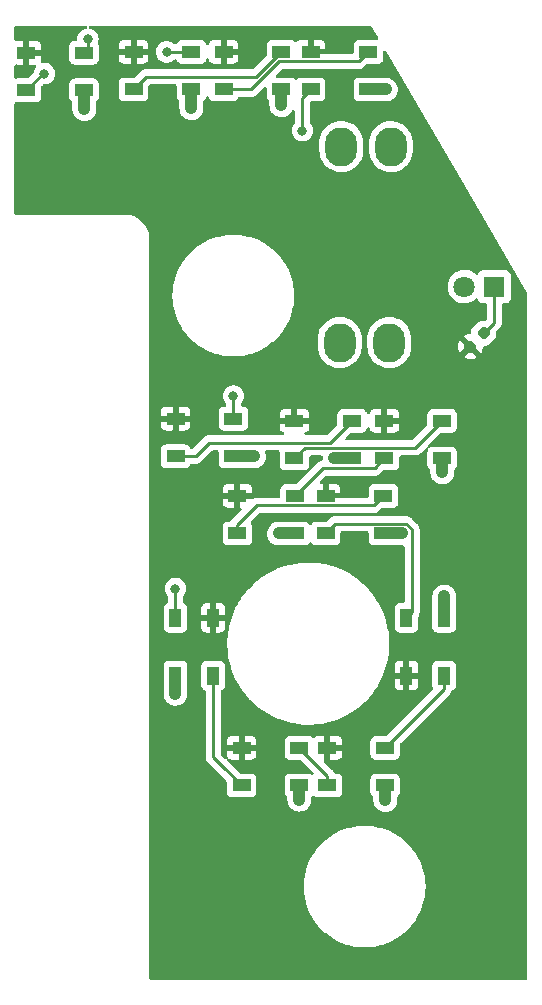
<source format=gbr>
%TF.GenerationSoftware,KiCad,Pcbnew,(6.0.9)*%
%TF.CreationDate,2022-12-07T12:03:19-09:00*%
%TF.ProjectId,AV COOL Panel,41562043-4f4f-44c2-9050-616e656c2e6b,rev?*%
%TF.SameCoordinates,Original*%
%TF.FileFunction,Copper,L1,Top*%
%TF.FilePolarity,Positive*%
%FSLAX46Y46*%
G04 Gerber Fmt 4.6, Leading zero omitted, Abs format (unit mm)*
G04 Created by KiCad (PCBNEW (6.0.9)) date 2022-12-07 12:03:19*
%MOMM*%
%LPD*%
G01*
G04 APERTURE LIST*
G04 Aperture macros list*
%AMRoundRect*
0 Rectangle with rounded corners*
0 $1 Rounding radius*
0 $2 $3 $4 $5 $6 $7 $8 $9 X,Y pos of 4 corners*
0 Add a 4 corners polygon primitive as box body*
4,1,4,$2,$3,$4,$5,$6,$7,$8,$9,$2,$3,0*
0 Add four circle primitives for the rounded corners*
1,1,$1+$1,$2,$3*
1,1,$1+$1,$4,$5*
1,1,$1+$1,$6,$7*
1,1,$1+$1,$8,$9*
0 Add four rect primitives between the rounded corners*
20,1,$1+$1,$2,$3,$4,$5,0*
20,1,$1+$1,$4,$5,$6,$7,0*
20,1,$1+$1,$6,$7,$8,$9,0*
20,1,$1+$1,$8,$9,$2,$3,0*%
G04 Aperture macros list end*
%TA.AperFunction,SMDPad,CuDef*%
%ADD10RoundRect,0.218750X-0.026517X0.335876X-0.335876X0.026517X0.026517X-0.335876X0.335876X-0.026517X0*%
%TD*%
%TA.AperFunction,SMDPad,CuDef*%
%ADD11R,1.500000X1.000000*%
%TD*%
%TA.AperFunction,SMDPad,CuDef*%
%ADD12R,1.000000X1.500000*%
%TD*%
%TA.AperFunction,ComponentPad*%
%ADD13R,1.800000X1.800000*%
%TD*%
%TA.AperFunction,ComponentPad*%
%ADD14C,1.800000*%
%TD*%
%TA.AperFunction,ComponentPad*%
%ADD15RoundRect,0.250001X-1.099999X-1.399999X1.099999X-1.399999X1.099999X1.399999X-1.099999X1.399999X0*%
%TD*%
%TA.AperFunction,ComponentPad*%
%ADD16O,2.700000X3.300000*%
%TD*%
%TA.AperFunction,ComponentPad*%
%ADD17RoundRect,0.250001X1.099999X1.399999X-1.099999X1.399999X-1.099999X-1.399999X1.099999X-1.399999X0*%
%TD*%
%TA.AperFunction,ViaPad*%
%ADD18C,1.000000*%
%TD*%
%TA.AperFunction,ViaPad*%
%ADD19C,0.800000*%
%TD*%
%TA.AperFunction,Conductor*%
%ADD20C,1.000000*%
%TD*%
%TA.AperFunction,Conductor*%
%ADD21C,0.250000*%
%TD*%
G04 APERTURE END LIST*
D10*
%TO.P,R1,1*%
%TO.N,Net-(D1-Pad1)*%
X249017694Y-61116306D03*
%TO.P,R1,2*%
%TO.N,/LED+5V*%
X247904000Y-62230000D03*
%TD*%
D11*
%TO.P,D2,1*%
%TO.N,/LED+5V*%
X210312000Y-37338000D03*
%TO.P,D2,2*%
%TO.N,Net-(D2-Pad2)*%
X210312000Y-40538000D03*
%TO.P,D2,3*%
%TO.N,/LEDGND*%
X215212000Y-40538000D03*
%TO.P,D2,4*%
%TO.N,/DATAIN*%
X215212000Y-37338000D03*
%TD*%
%TO.P,D3,1*%
%TO.N,/LED+5V*%
X219382000Y-37262000D03*
%TO.P,D3,2*%
%TO.N,Net-(D3-Pad2)*%
X219382000Y-40462000D03*
%TO.P,D3,3*%
%TO.N,/LEDGND*%
X224282000Y-40462000D03*
%TO.P,D3,4*%
%TO.N,Net-(D2-Pad2)*%
X224282000Y-37262000D03*
%TD*%
%TO.P,D4,1*%
%TO.N,/LED+5V*%
X227002000Y-37262000D03*
%TO.P,D4,2*%
%TO.N,Net-(D4-Pad2)*%
X227002000Y-40462000D03*
%TO.P,D4,3*%
%TO.N,/LEDGND*%
X231902000Y-40462000D03*
%TO.P,D4,4*%
%TO.N,Net-(D3-Pad2)*%
X231902000Y-37262000D03*
%TD*%
%TO.P,D5,1*%
%TO.N,/LED+5V*%
X234368000Y-37262000D03*
%TO.P,D5,2*%
%TO.N,Net-(D5-Pad2)*%
X234368000Y-40462000D03*
%TO.P,D5,3*%
%TO.N,/LEDGND*%
X239268000Y-40462000D03*
%TO.P,D5,4*%
%TO.N,Net-(D4-Pad2)*%
X239268000Y-37262000D03*
%TD*%
%TO.P,D6,1*%
%TO.N,/LED+5V*%
X222938000Y-68326000D03*
%TO.P,D6,2*%
%TO.N,Net-(D6-Pad2)*%
X222938000Y-71526000D03*
%TO.P,D6,3*%
%TO.N,/LEDGND*%
X227838000Y-71526000D03*
%TO.P,D6,4*%
%TO.N,Net-(D5-Pad2)*%
X227838000Y-68326000D03*
%TD*%
%TO.P,D7,1*%
%TO.N,/LED+5V*%
X233008000Y-68504000D03*
%TO.P,D7,2*%
%TO.N,Net-(D7-Pad2)*%
X233008000Y-71704000D03*
%TO.P,D7,3*%
%TO.N,/LEDGND*%
X237908000Y-71704000D03*
%TO.P,D7,4*%
%TO.N,Net-(D6-Pad2)*%
X237908000Y-68504000D03*
%TD*%
%TO.P,D8,1*%
%TO.N,/LED+5V*%
X240628000Y-68504000D03*
%TO.P,D8,2*%
%TO.N,Net-(D8-Pad2)*%
X240628000Y-71704000D03*
%TO.P,D8,3*%
%TO.N,/LEDGND*%
X245528000Y-71704000D03*
%TO.P,D8,4*%
%TO.N,Net-(D7-Pad2)*%
X245528000Y-68504000D03*
%TD*%
%TO.P,D9,1*%
%TO.N,/LED+5V*%
X228182000Y-74854000D03*
%TO.P,D9,2*%
%TO.N,Net-(D10-Pad4)*%
X228182000Y-78054000D03*
%TO.P,D9,3*%
%TO.N,/LEDGND*%
X233082000Y-78054000D03*
%TO.P,D9,4*%
%TO.N,Net-(D8-Pad2)*%
X233082000Y-74854000D03*
%TD*%
%TO.P,D10,1*%
%TO.N,/LED+5V*%
X235638000Y-74854000D03*
%TO.P,D10,2*%
%TO.N,Net-(D10-Pad2)*%
X235638000Y-78054000D03*
%TO.P,D10,3*%
%TO.N,/LEDGND*%
X240538000Y-78054000D03*
%TO.P,D10,4*%
%TO.N,Net-(D10-Pad4)*%
X240538000Y-74854000D03*
%TD*%
D12*
%TO.P,D11,1*%
%TO.N,/LED+5V*%
X242494000Y-90080000D03*
%TO.P,D11,2*%
%TO.N,Net-(D11-Pad2)*%
X245694000Y-90080000D03*
%TO.P,D11,3*%
%TO.N,/LEDGND*%
X245694000Y-85180000D03*
%TO.P,D11,4*%
%TO.N,Net-(D10-Pad2)*%
X242494000Y-85180000D03*
%TD*%
D11*
%TO.P,D12,1*%
%TO.N,/LED+5V*%
X235802000Y-96190000D03*
%TO.P,D12,2*%
%TO.N,Net-(D12-Pad2)*%
X235802000Y-99390000D03*
%TO.P,D12,3*%
%TO.N,/LEDGND*%
X240702000Y-99390000D03*
%TO.P,D12,4*%
%TO.N,Net-(D11-Pad2)*%
X240702000Y-96190000D03*
%TD*%
%TO.P,D13,1*%
%TO.N,/LED+5V*%
X228526000Y-96190000D03*
%TO.P,D13,2*%
%TO.N,Net-(D13-Pad2)*%
X228526000Y-99390000D03*
%TO.P,D13,3*%
%TO.N,/LEDGND*%
X233426000Y-99390000D03*
%TO.P,D13,4*%
%TO.N,Net-(D12-Pad2)*%
X233426000Y-96190000D03*
%TD*%
D12*
%TO.P,D14,1*%
%TO.N,/LED+5V*%
X226136000Y-85180000D03*
%TO.P,D14,2*%
%TO.N,/DATAOUT*%
X222936000Y-85180000D03*
%TO.P,D14,3*%
%TO.N,/LEDGND*%
X222936000Y-90080000D03*
%TO.P,D14,4*%
%TO.N,Net-(D13-Pad2)*%
X226136000Y-90080000D03*
%TD*%
D13*
%TO.P,D1,1*%
%TO.N,Net-(D1-Pad1)*%
X249936000Y-57150000D03*
D14*
%TO.P,D1,2*%
%TO.N,/LEDGND*%
X247396000Y-57150000D03*
%TD*%
D15*
%TO.P,J1,1*%
%TO.N,/LED+5V*%
X236982000Y-50800000D03*
D16*
%TO.P,J1,2*%
X241182000Y-50800000D03*
%TO.P,J1,3*%
%TO.N,/LEDGND*%
X236982000Y-45300000D03*
%TO.P,J1,4*%
%TO.N,/DATAIN*%
X241182000Y-45300000D03*
%TD*%
D17*
%TO.P,J2,1*%
%TO.N,/LED+5V*%
X241046000Y-56388000D03*
D16*
%TO.P,J2,2*%
X236846000Y-56388000D03*
%TO.P,J2,3*%
%TO.N,/LEDGND*%
X241046000Y-61888000D03*
%TO.P,J2,4*%
%TO.N,/DATAOUT*%
X236846000Y-61888000D03*
%TD*%
D18*
%TO.N,/LEDGND*%
X224282000Y-42037000D03*
X240702000Y-100621000D03*
X236398000Y-71704000D03*
X215212000Y-42111000D03*
X231902000Y-41783000D03*
X242138000Y-78054000D03*
X231699000Y-78054000D03*
X240741000Y-40462000D03*
X222936000Y-91618000D03*
X245694000Y-83388000D03*
X233426000Y-100584000D03*
X229591000Y-71526000D03*
X245528000Y-72861000D03*
%TO.N,/LED+5V*%
X248262000Y-76096000D03*
X249151000Y-76096000D03*
X247246000Y-76096000D03*
X246357000Y-76096000D03*
D19*
%TO.N,/DATAIN*%
X215519000Y-36195000D03*
%TO.N,/DATAOUT*%
X222936000Y-82728000D03*
%TO.N,Net-(D2-Pad2)*%
X222186500Y-37274500D03*
X211836000Y-39116000D03*
%TO.N,Net-(D5-Pad2)*%
X233680000Y-43942000D03*
X227838000Y-66421000D03*
%TD*%
D20*
%TO.N,/LEDGND*%
X224282000Y-40462000D02*
X224282000Y-42037000D01*
X231902000Y-40462000D02*
X231902000Y-41783000D01*
X227838000Y-71526000D02*
X229591000Y-71526000D01*
X233426000Y-99390000D02*
X233426000Y-100584000D01*
X239268000Y-40462000D02*
X240741000Y-40462000D01*
X245694000Y-85180000D02*
X245694000Y-83388000D01*
X237908000Y-71704000D02*
X236398000Y-71704000D01*
X233082000Y-78054000D02*
X231699000Y-78054000D01*
X245528000Y-71704000D02*
X245528000Y-72861000D01*
X240702000Y-99390000D02*
X240702000Y-100621000D01*
X215212000Y-40538000D02*
X215212000Y-42111000D01*
X240538000Y-78054000D02*
X242138000Y-78054000D01*
X222936000Y-90080000D02*
X222936000Y-91618000D01*
D21*
%TO.N,Net-(D1-Pad1)*%
X249936000Y-57150000D02*
X249936000Y-60198000D01*
X249936000Y-60198000D02*
X249017694Y-61116306D01*
%TO.N,/DATAIN*%
X215519000Y-36195000D02*
X215519000Y-37031000D01*
X215519000Y-37031000D02*
X215212000Y-37338000D01*
%TO.N,Net-(D10-Pad4)*%
X239712999Y-75679001D02*
X240538000Y-74854000D01*
X228182000Y-78054000D02*
X228182000Y-77304000D01*
X229806999Y-75679001D02*
X239712999Y-75679001D01*
X228182000Y-77304000D02*
X229806999Y-75679001D01*
%TO.N,/DATAOUT*%
X222936000Y-85180000D02*
X222936000Y-82728000D01*
%TO.N,Net-(D2-Pad2)*%
X211836000Y-39116000D02*
X211734000Y-39116000D01*
X211734000Y-39116000D02*
X210312000Y-40538000D01*
X224282000Y-37262000D02*
X222199000Y-37262000D01*
X222199000Y-37262000D02*
X222186500Y-37274500D01*
%TO.N,Net-(D3-Pad2)*%
X219382000Y-40462000D02*
X220474000Y-39370000D01*
X220474000Y-39370000D02*
X229794000Y-39370000D01*
X229794000Y-39370000D02*
X231902000Y-37262000D01*
%TO.N,Net-(D4-Pad2)*%
X231713409Y-38087001D02*
X238442999Y-38087001D01*
X229338410Y-40462000D02*
X231713409Y-38087001D01*
X227002000Y-40462000D02*
X229338410Y-40462000D01*
X238442999Y-38087001D02*
X239268000Y-37262000D01*
%TO.N,Net-(D5-Pad2)*%
X227838000Y-68326000D02*
X227838000Y-67818000D01*
X233680000Y-41150000D02*
X234368000Y-40462000D01*
X227838000Y-68326000D02*
X227838000Y-66421000D01*
X233680000Y-43942000D02*
X233680000Y-41150000D01*
%TO.N,Net-(D6-Pad2)*%
X236054000Y-70358000D02*
X237908000Y-68504000D01*
X225806000Y-70358000D02*
X236054000Y-70358000D01*
X222938000Y-71526000D02*
X224638000Y-71526000D01*
X224638000Y-71526000D02*
X225806000Y-70358000D01*
%TO.N,Net-(D7-Pad2)*%
X233903990Y-70808010D02*
X243223990Y-70808010D01*
X243223990Y-70808010D02*
X245528000Y-68504000D01*
X233008000Y-71704000D02*
X233903990Y-70808010D01*
%TO.N,Net-(D8-Pad2)*%
X239802990Y-72529010D02*
X235406990Y-72529010D01*
X240628000Y-71704000D02*
X239802990Y-72529010D01*
X235406990Y-72529010D02*
X233082000Y-74854000D01*
%TO.N,Net-(D10-Pad2)*%
X236463010Y-77228990D02*
X242479730Y-77228990D01*
X235638000Y-78054000D02*
X236463010Y-77228990D01*
X242963010Y-77712270D02*
X242963010Y-84710990D01*
X242479730Y-77228990D02*
X242963010Y-77712270D01*
X242963010Y-84710990D02*
X242494000Y-85180000D01*
%TO.N,Net-(D11-Pad2)*%
X245694000Y-91198000D02*
X240702000Y-96190000D01*
X245694000Y-90080000D02*
X245694000Y-91198000D01*
%TO.N,Net-(D12-Pad2)*%
X235802000Y-99390000D02*
X235802000Y-98566000D01*
X235802000Y-98566000D02*
X233426000Y-96190000D01*
%TO.N,Net-(D13-Pad2)*%
X228526000Y-99390000D02*
X227001000Y-97865000D01*
X226136000Y-97000000D02*
X227001000Y-97865000D01*
X226136000Y-90080000D02*
X226136000Y-97000000D01*
%TD*%
%TA.AperFunction,Conductor*%
%TO.N,/LED+5V*%
G36*
X215393706Y-35072502D02*
G01*
X215440199Y-35126158D01*
X215450303Y-35196432D01*
X215420809Y-35261012D01*
X215361083Y-35299396D01*
X215351783Y-35301747D01*
X215236712Y-35326206D01*
X215230682Y-35328891D01*
X215230681Y-35328891D01*
X215068278Y-35401197D01*
X215068276Y-35401198D01*
X215062248Y-35403882D01*
X214907747Y-35516134D01*
X214779960Y-35658056D01*
X214684473Y-35823444D01*
X214625458Y-36005072D01*
X214605496Y-36195000D01*
X214606186Y-36201565D01*
X214606186Y-36203500D01*
X214586184Y-36271621D01*
X214532528Y-36318114D01*
X214480186Y-36329500D01*
X214413866Y-36329500D01*
X214351684Y-36336255D01*
X214215295Y-36387385D01*
X214098739Y-36474739D01*
X214011385Y-36591295D01*
X213960255Y-36727684D01*
X213953500Y-36789866D01*
X213953500Y-37886134D01*
X213960255Y-37948316D01*
X214011385Y-38084705D01*
X214098739Y-38201261D01*
X214215295Y-38288615D01*
X214351684Y-38339745D01*
X214413866Y-38346500D01*
X216010134Y-38346500D01*
X216072316Y-38339745D01*
X216208705Y-38288615D01*
X216325261Y-38201261D01*
X216412615Y-38084705D01*
X216463745Y-37948316D01*
X216470500Y-37886134D01*
X216470500Y-37806669D01*
X218124001Y-37806669D01*
X218124371Y-37813490D01*
X218129895Y-37864352D01*
X218133521Y-37879604D01*
X218178676Y-38000054D01*
X218187214Y-38015649D01*
X218263715Y-38117724D01*
X218276276Y-38130285D01*
X218378351Y-38206786D01*
X218393946Y-38215324D01*
X218514394Y-38260478D01*
X218529649Y-38264105D01*
X218580514Y-38269631D01*
X218587328Y-38270000D01*
X219109885Y-38270000D01*
X219125124Y-38265525D01*
X219126329Y-38264135D01*
X219128000Y-38256452D01*
X219128000Y-38251884D01*
X219636000Y-38251884D01*
X219640475Y-38267123D01*
X219641865Y-38268328D01*
X219649548Y-38269999D01*
X220176669Y-38269999D01*
X220183490Y-38269629D01*
X220234352Y-38264105D01*
X220249604Y-38260479D01*
X220370054Y-38215324D01*
X220385649Y-38206786D01*
X220487724Y-38130285D01*
X220500285Y-38117724D01*
X220576786Y-38015649D01*
X220585324Y-38000054D01*
X220630478Y-37879606D01*
X220634105Y-37864351D01*
X220639631Y-37813486D01*
X220640000Y-37806672D01*
X220640000Y-37534115D01*
X220635525Y-37518876D01*
X220634135Y-37517671D01*
X220626452Y-37516000D01*
X219654115Y-37516000D01*
X219638876Y-37520475D01*
X219637671Y-37521865D01*
X219636000Y-37529548D01*
X219636000Y-38251884D01*
X219128000Y-38251884D01*
X219128000Y-37534115D01*
X219123525Y-37518876D01*
X219122135Y-37517671D01*
X219114452Y-37516000D01*
X218142116Y-37516000D01*
X218126877Y-37520475D01*
X218125672Y-37521865D01*
X218124001Y-37529548D01*
X218124001Y-37806669D01*
X216470500Y-37806669D01*
X216470500Y-37274500D01*
X221272996Y-37274500D01*
X221273686Y-37281065D01*
X221291810Y-37453501D01*
X221292958Y-37464428D01*
X221351973Y-37646056D01*
X221355276Y-37651778D01*
X221355277Y-37651779D01*
X221389186Y-37710510D01*
X221447460Y-37811444D01*
X221451878Y-37816351D01*
X221451879Y-37816352D01*
X221495196Y-37864460D01*
X221575247Y-37953366D01*
X221729748Y-38065618D01*
X221735776Y-38068302D01*
X221735778Y-38068303D01*
X221847582Y-38118081D01*
X221904212Y-38143294D01*
X221997613Y-38163147D01*
X222084556Y-38181628D01*
X222084561Y-38181628D01*
X222091013Y-38183000D01*
X222281987Y-38183000D01*
X222288439Y-38181628D01*
X222288444Y-38181628D01*
X222375387Y-38163147D01*
X222468788Y-38143294D01*
X222525418Y-38118081D01*
X222637222Y-38068303D01*
X222637224Y-38068302D01*
X222643252Y-38065618D01*
X222764854Y-37977269D01*
X222776171Y-37969046D01*
X222797753Y-37953366D01*
X222812319Y-37937189D01*
X222872766Y-37899950D01*
X222905955Y-37895500D01*
X222951618Y-37895500D01*
X223019739Y-37915502D01*
X223066232Y-37969158D01*
X223069599Y-37977269D01*
X223078231Y-38000293D01*
X223081385Y-38008705D01*
X223168739Y-38125261D01*
X223285295Y-38212615D01*
X223421684Y-38263745D01*
X223483866Y-38270500D01*
X225080134Y-38270500D01*
X225142316Y-38263745D01*
X225278705Y-38212615D01*
X225395261Y-38125261D01*
X225482615Y-38008705D01*
X225517555Y-37915502D01*
X225524285Y-37897551D01*
X225566927Y-37840787D01*
X225633488Y-37816087D01*
X225702837Y-37831295D01*
X225752955Y-37881580D01*
X225760249Y-37897551D01*
X225798676Y-38000054D01*
X225807214Y-38015649D01*
X225883715Y-38117724D01*
X225896276Y-38130285D01*
X225998351Y-38206786D01*
X226013946Y-38215324D01*
X226134394Y-38260478D01*
X226149649Y-38264105D01*
X226200514Y-38269631D01*
X226207328Y-38270000D01*
X226729885Y-38270000D01*
X226745124Y-38265525D01*
X226746329Y-38264135D01*
X226748000Y-38256452D01*
X226748000Y-38251884D01*
X227256000Y-38251884D01*
X227260475Y-38267123D01*
X227261865Y-38268328D01*
X227269548Y-38269999D01*
X227796669Y-38269999D01*
X227803490Y-38269629D01*
X227854352Y-38264105D01*
X227869604Y-38260479D01*
X227990054Y-38215324D01*
X228005649Y-38206786D01*
X228107724Y-38130285D01*
X228120285Y-38117724D01*
X228196786Y-38015649D01*
X228205324Y-38000054D01*
X228250478Y-37879606D01*
X228254105Y-37864351D01*
X228259631Y-37813486D01*
X228260000Y-37806672D01*
X228260000Y-37534115D01*
X228255525Y-37518876D01*
X228254135Y-37517671D01*
X228246452Y-37516000D01*
X227274115Y-37516000D01*
X227258876Y-37520475D01*
X227257671Y-37521865D01*
X227256000Y-37529548D01*
X227256000Y-38251884D01*
X226748000Y-38251884D01*
X226748000Y-36989885D01*
X227256000Y-36989885D01*
X227260475Y-37005124D01*
X227261865Y-37006329D01*
X227269548Y-37008000D01*
X228241884Y-37008000D01*
X228257123Y-37003525D01*
X228258328Y-37002135D01*
X228259999Y-36994452D01*
X228259999Y-36717331D01*
X228259629Y-36710510D01*
X228254105Y-36659648D01*
X228250479Y-36644396D01*
X228205324Y-36523946D01*
X228196786Y-36508351D01*
X228120285Y-36406276D01*
X228107724Y-36393715D01*
X228005649Y-36317214D01*
X227990054Y-36308676D01*
X227869606Y-36263522D01*
X227854351Y-36259895D01*
X227803486Y-36254369D01*
X227796672Y-36254000D01*
X227274115Y-36254000D01*
X227258876Y-36258475D01*
X227257671Y-36259865D01*
X227256000Y-36267548D01*
X227256000Y-36989885D01*
X226748000Y-36989885D01*
X226748000Y-36272116D01*
X226743525Y-36256877D01*
X226742135Y-36255672D01*
X226734452Y-36254001D01*
X226207331Y-36254001D01*
X226200510Y-36254371D01*
X226149648Y-36259895D01*
X226134396Y-36263521D01*
X226013946Y-36308676D01*
X225998351Y-36317214D01*
X225896276Y-36393715D01*
X225883715Y-36406276D01*
X225807214Y-36508351D01*
X225798676Y-36523946D01*
X225760249Y-36626449D01*
X225717607Y-36683213D01*
X225651046Y-36707913D01*
X225581697Y-36692705D01*
X225531579Y-36642419D01*
X225524285Y-36626449D01*
X225485858Y-36523946D01*
X225482615Y-36515295D01*
X225395261Y-36398739D01*
X225278705Y-36311385D01*
X225142316Y-36260255D01*
X225080134Y-36253500D01*
X223483866Y-36253500D01*
X223421684Y-36260255D01*
X223285295Y-36311385D01*
X223168739Y-36398739D01*
X223081385Y-36515295D01*
X223078233Y-36523703D01*
X223078231Y-36523707D01*
X223069599Y-36546731D01*
X223026957Y-36603495D01*
X222960395Y-36628194D01*
X222951618Y-36628500D01*
X222881590Y-36628500D01*
X222813469Y-36608498D01*
X222800244Y-36598400D01*
X222797753Y-36595634D01*
X222782224Y-36584351D01*
X222648594Y-36487263D01*
X222648593Y-36487262D01*
X222643252Y-36483382D01*
X222637224Y-36480698D01*
X222637222Y-36480697D01*
X222474819Y-36408391D01*
X222474818Y-36408391D01*
X222468788Y-36405706D01*
X222367766Y-36384233D01*
X222288444Y-36367372D01*
X222288439Y-36367372D01*
X222281987Y-36366000D01*
X222091013Y-36366000D01*
X222084561Y-36367372D01*
X222084556Y-36367372D01*
X222005234Y-36384233D01*
X221904212Y-36405706D01*
X221898182Y-36408391D01*
X221898181Y-36408391D01*
X221735778Y-36480697D01*
X221735776Y-36480698D01*
X221729748Y-36483382D01*
X221575247Y-36595634D01*
X221570826Y-36600544D01*
X221570825Y-36600545D01*
X221465671Y-36717331D01*
X221447460Y-36737556D01*
X221351973Y-36902944D01*
X221292958Y-37084572D01*
X221272996Y-37274500D01*
X216470500Y-37274500D01*
X216470500Y-36989885D01*
X218124000Y-36989885D01*
X218128475Y-37005124D01*
X218129865Y-37006329D01*
X218137548Y-37008000D01*
X219109885Y-37008000D01*
X219125124Y-37003525D01*
X219126329Y-37002135D01*
X219128000Y-36994452D01*
X219128000Y-36989885D01*
X219636000Y-36989885D01*
X219640475Y-37005124D01*
X219641865Y-37006329D01*
X219649548Y-37008000D01*
X220621884Y-37008000D01*
X220637123Y-37003525D01*
X220638328Y-37002135D01*
X220639999Y-36994452D01*
X220639999Y-36717331D01*
X220639629Y-36710510D01*
X220634105Y-36659648D01*
X220630479Y-36644396D01*
X220585324Y-36523946D01*
X220576786Y-36508351D01*
X220500285Y-36406276D01*
X220487724Y-36393715D01*
X220385649Y-36317214D01*
X220370054Y-36308676D01*
X220249606Y-36263522D01*
X220234351Y-36259895D01*
X220183486Y-36254369D01*
X220176672Y-36254000D01*
X219654115Y-36254000D01*
X219638876Y-36258475D01*
X219637671Y-36259865D01*
X219636000Y-36267548D01*
X219636000Y-36989885D01*
X219128000Y-36989885D01*
X219128000Y-36272116D01*
X219123525Y-36256877D01*
X219122135Y-36255672D01*
X219114452Y-36254001D01*
X218587331Y-36254001D01*
X218580510Y-36254371D01*
X218529648Y-36259895D01*
X218514396Y-36263521D01*
X218393946Y-36308676D01*
X218378351Y-36317214D01*
X218276276Y-36393715D01*
X218263715Y-36406276D01*
X218187214Y-36508351D01*
X218178676Y-36523946D01*
X218133522Y-36644394D01*
X218129895Y-36659649D01*
X218124369Y-36710514D01*
X218124000Y-36717328D01*
X218124000Y-36989885D01*
X216470500Y-36989885D01*
X216470500Y-36789866D01*
X216463745Y-36727684D01*
X216412615Y-36591295D01*
X216407235Y-36584116D01*
X216407233Y-36584113D01*
X216405003Y-36581138D01*
X216403711Y-36577679D01*
X216402921Y-36576237D01*
X216403129Y-36576123D01*
X216380153Y-36514633D01*
X216385994Y-36466634D01*
X216405605Y-36406278D01*
X216412542Y-36384928D01*
X216414532Y-36366000D01*
X216431814Y-36201565D01*
X216432504Y-36195000D01*
X216412542Y-36005072D01*
X216353527Y-35823444D01*
X216258040Y-35658056D01*
X216130253Y-35516134D01*
X215975752Y-35403882D01*
X215969724Y-35401198D01*
X215969722Y-35401197D01*
X215807319Y-35328891D01*
X215807318Y-35328891D01*
X215801288Y-35326206D01*
X215686218Y-35301747D01*
X215623745Y-35268018D01*
X215589423Y-35205869D01*
X215594151Y-35135030D01*
X215636427Y-35077992D01*
X215702828Y-35052865D01*
X215712415Y-35052500D01*
X239411778Y-35052500D01*
X239479899Y-35072502D01*
X239520582Y-35114957D01*
X240044260Y-36011635D01*
X240074817Y-36063957D01*
X240091899Y-36132867D01*
X240069013Y-36200074D01*
X240013425Y-36244239D01*
X239966013Y-36253500D01*
X238469866Y-36253500D01*
X238407684Y-36260255D01*
X238271295Y-36311385D01*
X238154739Y-36398739D01*
X238067385Y-36515295D01*
X238016255Y-36651684D01*
X238009500Y-36713866D01*
X238009500Y-37327501D01*
X237989498Y-37395622D01*
X237935842Y-37442115D01*
X237883500Y-37453501D01*
X234240000Y-37453501D01*
X234171879Y-37433499D01*
X234125386Y-37379843D01*
X234114000Y-37327501D01*
X234114000Y-36989885D01*
X234622000Y-36989885D01*
X234626475Y-37005124D01*
X234627865Y-37006329D01*
X234635548Y-37008000D01*
X235607884Y-37008000D01*
X235623123Y-37003525D01*
X235624328Y-37002135D01*
X235625999Y-36994452D01*
X235625999Y-36717331D01*
X235625629Y-36710510D01*
X235620105Y-36659648D01*
X235616479Y-36644396D01*
X235571324Y-36523946D01*
X235562786Y-36508351D01*
X235486285Y-36406276D01*
X235473724Y-36393715D01*
X235371649Y-36317214D01*
X235356054Y-36308676D01*
X235235606Y-36263522D01*
X235220351Y-36259895D01*
X235169486Y-36254369D01*
X235162672Y-36254000D01*
X234640115Y-36254000D01*
X234624876Y-36258475D01*
X234623671Y-36259865D01*
X234622000Y-36267548D01*
X234622000Y-36989885D01*
X234114000Y-36989885D01*
X234114000Y-36272116D01*
X234109525Y-36256877D01*
X234108135Y-36255672D01*
X234100452Y-36254001D01*
X233573331Y-36254001D01*
X233566510Y-36254371D01*
X233515648Y-36259895D01*
X233500396Y-36263521D01*
X233379946Y-36308676D01*
X233364351Y-36317214D01*
X233262276Y-36393715D01*
X233249713Y-36406278D01*
X233236137Y-36424392D01*
X233179278Y-36466907D01*
X233108459Y-36471931D01*
X233046166Y-36437871D01*
X233034486Y-36424391D01*
X233020642Y-36405919D01*
X233015261Y-36398739D01*
X232898705Y-36311385D01*
X232762316Y-36260255D01*
X232700134Y-36253500D01*
X231103866Y-36253500D01*
X231041684Y-36260255D01*
X230905295Y-36311385D01*
X230788739Y-36398739D01*
X230701385Y-36515295D01*
X230650255Y-36651684D01*
X230643500Y-36713866D01*
X230643500Y-37572405D01*
X230623498Y-37640526D01*
X230606595Y-37661500D01*
X229568500Y-38699595D01*
X229506188Y-38733621D01*
X229479405Y-38736500D01*
X220552767Y-38736500D01*
X220541584Y-38735973D01*
X220534091Y-38734298D01*
X220526165Y-38734547D01*
X220526164Y-38734547D01*
X220466014Y-38736438D01*
X220462055Y-38736500D01*
X220434144Y-38736500D01*
X220430210Y-38736997D01*
X220430209Y-38736997D01*
X220430144Y-38737005D01*
X220418307Y-38737938D01*
X220386490Y-38738938D01*
X220382029Y-38739078D01*
X220374110Y-38739327D01*
X220356496Y-38744444D01*
X220354658Y-38744978D01*
X220335306Y-38748986D01*
X220328235Y-38749880D01*
X220315203Y-38751526D01*
X220307834Y-38754443D01*
X220307832Y-38754444D01*
X220274097Y-38767800D01*
X220262869Y-38771645D01*
X220220407Y-38783982D01*
X220213585Y-38788016D01*
X220213579Y-38788019D01*
X220202968Y-38794294D01*
X220185218Y-38802990D01*
X220173756Y-38807528D01*
X220173751Y-38807531D01*
X220166383Y-38810448D01*
X220159968Y-38815109D01*
X220130625Y-38836427D01*
X220120707Y-38842943D01*
X220102019Y-38853995D01*
X220082637Y-38865458D01*
X220068313Y-38879782D01*
X220053281Y-38892621D01*
X220036893Y-38904528D01*
X220013641Y-38932635D01*
X220008712Y-38938593D01*
X220000722Y-38947373D01*
X219531500Y-39416595D01*
X219469188Y-39450621D01*
X219442405Y-39453500D01*
X218583866Y-39453500D01*
X218521684Y-39460255D01*
X218385295Y-39511385D01*
X218268739Y-39598739D01*
X218181385Y-39715295D01*
X218130255Y-39851684D01*
X218123500Y-39913866D01*
X218123500Y-41010134D01*
X218130255Y-41072316D01*
X218181385Y-41208705D01*
X218268739Y-41325261D01*
X218385295Y-41412615D01*
X218521684Y-41463745D01*
X218583866Y-41470500D01*
X220180134Y-41470500D01*
X220242316Y-41463745D01*
X220378705Y-41412615D01*
X220495261Y-41325261D01*
X220582615Y-41208705D01*
X220633745Y-41072316D01*
X220640500Y-41010134D01*
X220640500Y-40151594D01*
X220660502Y-40083473D01*
X220677405Y-40062499D01*
X220699499Y-40040405D01*
X220761811Y-40006379D01*
X220788594Y-40003500D01*
X222897500Y-40003500D01*
X222965621Y-40023502D01*
X223012114Y-40077158D01*
X223023500Y-40129500D01*
X223023500Y-41010134D01*
X223030255Y-41072316D01*
X223081385Y-41208705D01*
X223168739Y-41325261D01*
X223211686Y-41357448D01*
X223223065Y-41365976D01*
X223265580Y-41422835D01*
X223273500Y-41466802D01*
X223273500Y-41973181D01*
X223272715Y-41987225D01*
X223268719Y-42022851D01*
X223269235Y-42028995D01*
X223273058Y-42074524D01*
X223273314Y-42080619D01*
X223273350Y-42080617D01*
X223273500Y-42083684D01*
X223273500Y-42086769D01*
X223273801Y-42089837D01*
X223277498Y-42127549D01*
X223277657Y-42129299D01*
X223278791Y-42142799D01*
X223285268Y-42219934D01*
X223286925Y-42225714D01*
X223286963Y-42225904D01*
X223287295Y-42227645D01*
X223287334Y-42227858D01*
X223287920Y-42233833D01*
X223289702Y-42239735D01*
X223314183Y-42320820D01*
X223314680Y-42322507D01*
X223327480Y-42367145D01*
X223339783Y-42410050D01*
X223342533Y-42415399D01*
X223342600Y-42415563D01*
X223343240Y-42417148D01*
X223343351Y-42417429D01*
X223345084Y-42423169D01*
X223347975Y-42428606D01*
X223347979Y-42428616D01*
X223387824Y-42503553D01*
X223388568Y-42504975D01*
X223430187Y-42585956D01*
X223433914Y-42590659D01*
X223434060Y-42590878D01*
X223435017Y-42592340D01*
X223435109Y-42592482D01*
X223437934Y-42597796D01*
X223494570Y-42667239D01*
X223495439Y-42668304D01*
X223496531Y-42669663D01*
X223553035Y-42740953D01*
X223557613Y-42744849D01*
X223557743Y-42744980D01*
X223558983Y-42746246D01*
X223559138Y-42746407D01*
X223562935Y-42751062D01*
X223567682Y-42754989D01*
X223567685Y-42754992D01*
X223633011Y-42809034D01*
X223634359Y-42810165D01*
X223698960Y-42865145D01*
X223698963Y-42865147D01*
X223703650Y-42869136D01*
X223708898Y-42872069D01*
X223709074Y-42872188D01*
X223710548Y-42873198D01*
X223710695Y-42873300D01*
X223715325Y-42877130D01*
X223720745Y-42880060D01*
X223720747Y-42880062D01*
X223795335Y-42920392D01*
X223796876Y-42921239D01*
X223870917Y-42962619D01*
X223876294Y-42965624D01*
X223882009Y-42967481D01*
X223882183Y-42967554D01*
X223883785Y-42968241D01*
X223884022Y-42968345D01*
X223889299Y-42971198D01*
X223966963Y-42995239D01*
X223976234Y-42998109D01*
X223977897Y-42998637D01*
X224064392Y-43026740D01*
X224070354Y-43027451D01*
X224070574Y-43027496D01*
X224072291Y-43027861D01*
X224072493Y-43027905D01*
X224078232Y-43029682D01*
X224084359Y-43030326D01*
X224168676Y-43039188D01*
X224170424Y-43039384D01*
X224226824Y-43046109D01*
X224260777Y-43050158D01*
X224266772Y-43049697D01*
X224266920Y-43049698D01*
X224268668Y-43049722D01*
X224268957Y-43049728D01*
X224274925Y-43050355D01*
X224365512Y-43042111D01*
X224367148Y-43041973D01*
X224457972Y-43034984D01*
X224463760Y-43033368D01*
X224463949Y-43033332D01*
X224465685Y-43033013D01*
X224465900Y-43032975D01*
X224471888Y-43032430D01*
X224477794Y-43030692D01*
X224477798Y-43030691D01*
X224559171Y-43006742D01*
X224560861Y-43006258D01*
X224642521Y-42983458D01*
X224642530Y-42983455D01*
X224648463Y-42981798D01*
X224653819Y-42979093D01*
X224654063Y-42978994D01*
X224655699Y-42978346D01*
X224655845Y-42978290D01*
X224661619Y-42976590D01*
X224675372Y-42969400D01*
X224742251Y-42934437D01*
X224743815Y-42933633D01*
X224819503Y-42895400D01*
X224819505Y-42895399D01*
X224824996Y-42892625D01*
X224829721Y-42888934D01*
X224829921Y-42888803D01*
X224831398Y-42887851D01*
X224831571Y-42887741D01*
X224836890Y-42884960D01*
X224846629Y-42877130D01*
X224907741Y-42827994D01*
X224909120Y-42826900D01*
X224931266Y-42809598D01*
X224980847Y-42770861D01*
X224984771Y-42766315D01*
X224984923Y-42766166D01*
X224986161Y-42764971D01*
X224986352Y-42764789D01*
X224991025Y-42761032D01*
X225049565Y-42691266D01*
X225050563Y-42690093D01*
X225110078Y-42621145D01*
X225113040Y-42615931D01*
X225113177Y-42615731D01*
X225114181Y-42614286D01*
X225114292Y-42614128D01*
X225118154Y-42609526D01*
X225161984Y-42529798D01*
X225162835Y-42528277D01*
X225204724Y-42454539D01*
X225207769Y-42449179D01*
X225209667Y-42443472D01*
X225209722Y-42443344D01*
X225210418Y-42441750D01*
X225210543Y-42441469D01*
X225213433Y-42436213D01*
X225240947Y-42349478D01*
X225241457Y-42347909D01*
X225270197Y-42261513D01*
X225270950Y-42255559D01*
X225270997Y-42255336D01*
X225271374Y-42253620D01*
X225271420Y-42253416D01*
X225273235Y-42247694D01*
X225283384Y-42157218D01*
X225283587Y-42155518D01*
X225283806Y-42153788D01*
X225294985Y-42065295D01*
X225295380Y-42037000D01*
X225291101Y-41993360D01*
X225290500Y-41981064D01*
X225290500Y-41466802D01*
X225310502Y-41398681D01*
X225340935Y-41365976D01*
X225352314Y-41357448D01*
X225395261Y-41325261D01*
X225482615Y-41208705D01*
X225515680Y-41120505D01*
X225524018Y-41098263D01*
X225566660Y-41041499D01*
X225633221Y-41016799D01*
X225702570Y-41032006D01*
X225752688Y-41082292D01*
X225759982Y-41098263D01*
X225768320Y-41120505D01*
X225801385Y-41208705D01*
X225888739Y-41325261D01*
X226005295Y-41412615D01*
X226141684Y-41463745D01*
X226203866Y-41470500D01*
X227800134Y-41470500D01*
X227862316Y-41463745D01*
X227998705Y-41412615D01*
X228115261Y-41325261D01*
X228202615Y-41208705D01*
X228205769Y-41200293D01*
X228214401Y-41177269D01*
X228257043Y-41120505D01*
X228323605Y-41095806D01*
X228332382Y-41095500D01*
X229259643Y-41095500D01*
X229270826Y-41096027D01*
X229278319Y-41097702D01*
X229286245Y-41097453D01*
X229286246Y-41097453D01*
X229346396Y-41095562D01*
X229350355Y-41095500D01*
X229378266Y-41095500D01*
X229382201Y-41095003D01*
X229382266Y-41094995D01*
X229394103Y-41094062D01*
X229426361Y-41093048D01*
X229430380Y-41092922D01*
X229438299Y-41092673D01*
X229457753Y-41087021D01*
X229477110Y-41083013D01*
X229489340Y-41081468D01*
X229489341Y-41081468D01*
X229497207Y-41080474D01*
X229504578Y-41077555D01*
X229504580Y-41077555D01*
X229538322Y-41064196D01*
X229549552Y-41060351D01*
X229584393Y-41050229D01*
X229584394Y-41050229D01*
X229592003Y-41048018D01*
X229598822Y-41043985D01*
X229598827Y-41043983D01*
X229609438Y-41037707D01*
X229627186Y-41029012D01*
X229646027Y-41021552D01*
X229681797Y-40995564D01*
X229691717Y-40989048D01*
X229722945Y-40970580D01*
X229722948Y-40970578D01*
X229729772Y-40966542D01*
X229744093Y-40952221D01*
X229759127Y-40939380D01*
X229769104Y-40932131D01*
X229775517Y-40927472D01*
X229803708Y-40893395D01*
X229811698Y-40884616D01*
X230428405Y-40267909D01*
X230490717Y-40233883D01*
X230561532Y-40238948D01*
X230618368Y-40281495D01*
X230643179Y-40348015D01*
X230643500Y-40357004D01*
X230643500Y-41010134D01*
X230650255Y-41072316D01*
X230701385Y-41208705D01*
X230788739Y-41325261D01*
X230831686Y-41357448D01*
X230843065Y-41365976D01*
X230885580Y-41422835D01*
X230893500Y-41466802D01*
X230893500Y-41719181D01*
X230892715Y-41733225D01*
X230888719Y-41768851D01*
X230889235Y-41774995D01*
X230893058Y-41820524D01*
X230893314Y-41826619D01*
X230893350Y-41826617D01*
X230893500Y-41829684D01*
X230893500Y-41832769D01*
X230893801Y-41835837D01*
X230897498Y-41873549D01*
X230897657Y-41875299D01*
X230905268Y-41965934D01*
X230906925Y-41971714D01*
X230906963Y-41971904D01*
X230907295Y-41973645D01*
X230907334Y-41973858D01*
X230907920Y-41979833D01*
X230909702Y-41985735D01*
X230934191Y-42066848D01*
X230934688Y-42068535D01*
X230955983Y-42142799D01*
X230959783Y-42156050D01*
X230962533Y-42161399D01*
X230962600Y-42161563D01*
X230963240Y-42163148D01*
X230963351Y-42163429D01*
X230965084Y-42169169D01*
X230967975Y-42174606D01*
X230967979Y-42174616D01*
X231007824Y-42249553D01*
X231008568Y-42250975D01*
X231050187Y-42331956D01*
X231053914Y-42336659D01*
X231054060Y-42336878D01*
X231055017Y-42338340D01*
X231055109Y-42338482D01*
X231057934Y-42343796D01*
X231114765Y-42413478D01*
X231115439Y-42414304D01*
X231116531Y-42415663D01*
X231173035Y-42486953D01*
X231177613Y-42490849D01*
X231177743Y-42490980D01*
X231178983Y-42492246D01*
X231179138Y-42492407D01*
X231182935Y-42497062D01*
X231187682Y-42500989D01*
X231187685Y-42500992D01*
X231253011Y-42555034D01*
X231254359Y-42556165D01*
X231318960Y-42611145D01*
X231318963Y-42611147D01*
X231323650Y-42615136D01*
X231328898Y-42618069D01*
X231329074Y-42618188D01*
X231330548Y-42619198D01*
X231330695Y-42619300D01*
X231335325Y-42623130D01*
X231340745Y-42626060D01*
X231340747Y-42626062D01*
X231415335Y-42666392D01*
X231416876Y-42667239D01*
X231466808Y-42695145D01*
X231496294Y-42711624D01*
X231502009Y-42713481D01*
X231502183Y-42713554D01*
X231503785Y-42714241D01*
X231504022Y-42714345D01*
X231509299Y-42717198D01*
X231586039Y-42740953D01*
X231596234Y-42744109D01*
X231597897Y-42744637D01*
X231684392Y-42772740D01*
X231690354Y-42773451D01*
X231690574Y-42773496D01*
X231692291Y-42773861D01*
X231692493Y-42773905D01*
X231698232Y-42775682D01*
X231704359Y-42776326D01*
X231788676Y-42785188D01*
X231790424Y-42785384D01*
X231846824Y-42792109D01*
X231880777Y-42796158D01*
X231886772Y-42795697D01*
X231886920Y-42795698D01*
X231888668Y-42795722D01*
X231888957Y-42795728D01*
X231894925Y-42796355D01*
X231985512Y-42788111D01*
X231987148Y-42787973D01*
X232077972Y-42780984D01*
X232083760Y-42779368D01*
X232083949Y-42779332D01*
X232085685Y-42779013D01*
X232085900Y-42778975D01*
X232091888Y-42778430D01*
X232097794Y-42776692D01*
X232097798Y-42776691D01*
X232179171Y-42752742D01*
X232180861Y-42752258D01*
X232262521Y-42729458D01*
X232262530Y-42729455D01*
X232268463Y-42727798D01*
X232273819Y-42725093D01*
X232274063Y-42724994D01*
X232275699Y-42724346D01*
X232275845Y-42724290D01*
X232281619Y-42722590D01*
X232295122Y-42715531D01*
X232362251Y-42680437D01*
X232363815Y-42679633D01*
X232439503Y-42641400D01*
X232439505Y-42641399D01*
X232444996Y-42638625D01*
X232449721Y-42634934D01*
X232449921Y-42634803D01*
X232451398Y-42633851D01*
X232451571Y-42633741D01*
X232456890Y-42630960D01*
X232466629Y-42623130D01*
X232527741Y-42573994D01*
X232529120Y-42572900D01*
X232551266Y-42555598D01*
X232600847Y-42516861D01*
X232604771Y-42512315D01*
X232604923Y-42512166D01*
X232606161Y-42510971D01*
X232606352Y-42510789D01*
X232611025Y-42507032D01*
X232669565Y-42437266D01*
X232670563Y-42436093D01*
X232730078Y-42367145D01*
X232733040Y-42361931D01*
X232733177Y-42361731D01*
X232734181Y-42360286D01*
X232734292Y-42360128D01*
X232738154Y-42355526D01*
X232781984Y-42275798D01*
X232782835Y-42274278D01*
X232810944Y-42224797D01*
X232861983Y-42175446D01*
X232931601Y-42161523D01*
X232997695Y-42187449D01*
X233039279Y-42244992D01*
X233046500Y-42287033D01*
X233046500Y-43239476D01*
X233026498Y-43307597D01*
X233014142Y-43323779D01*
X232940960Y-43405056D01*
X232845473Y-43570444D01*
X232786458Y-43752072D01*
X232785768Y-43758633D01*
X232785768Y-43758635D01*
X232777893Y-43833563D01*
X232766496Y-43942000D01*
X232767186Y-43948565D01*
X232770070Y-43976000D01*
X232786458Y-44131928D01*
X232845473Y-44313556D01*
X232940960Y-44478944D01*
X233068747Y-44620866D01*
X233223248Y-44733118D01*
X233229276Y-44735802D01*
X233229278Y-44735803D01*
X233391681Y-44808109D01*
X233397712Y-44810794D01*
X233491112Y-44830647D01*
X233578056Y-44849128D01*
X233578061Y-44849128D01*
X233584513Y-44850500D01*
X233775487Y-44850500D01*
X233781939Y-44849128D01*
X233781944Y-44849128D01*
X233868887Y-44830647D01*
X233962288Y-44810794D01*
X233968319Y-44808109D01*
X234130722Y-44735803D01*
X234130724Y-44735802D01*
X234136752Y-44733118D01*
X234291253Y-44620866D01*
X234419040Y-44478944D01*
X234514527Y-44313556D01*
X234573542Y-44131928D01*
X234589931Y-43976000D01*
X234592814Y-43948565D01*
X234593504Y-43942000D01*
X234582107Y-43833563D01*
X234574232Y-43758635D01*
X234574232Y-43758633D01*
X234573542Y-43752072D01*
X234514527Y-43570444D01*
X234419040Y-43405056D01*
X234345863Y-43323785D01*
X234315147Y-43259779D01*
X234313500Y-43239476D01*
X234313500Y-41596500D01*
X234333502Y-41528379D01*
X234387158Y-41481886D01*
X234439500Y-41470500D01*
X235166134Y-41470500D01*
X235228316Y-41463745D01*
X235364705Y-41412615D01*
X235481261Y-41325261D01*
X235568615Y-41208705D01*
X235619745Y-41072316D01*
X235626500Y-41010134D01*
X238009500Y-41010134D01*
X238016255Y-41072316D01*
X238067385Y-41208705D01*
X238154739Y-41325261D01*
X238271295Y-41412615D01*
X238407684Y-41463745D01*
X238469866Y-41470500D01*
X240673226Y-41470500D01*
X240688145Y-41471386D01*
X240719777Y-41475158D01*
X240725912Y-41474686D01*
X240725914Y-41474686D01*
X240775489Y-41470871D01*
X240785156Y-41470500D01*
X240790769Y-41470500D01*
X240827591Y-41466890D01*
X240830212Y-41466660D01*
X240836818Y-41466152D01*
X240910831Y-41460457D01*
X240910835Y-41460456D01*
X240916972Y-41459984D01*
X240922903Y-41458328D01*
X240927345Y-41457545D01*
X240931708Y-41456681D01*
X240937833Y-41456080D01*
X241021131Y-41430931D01*
X241023665Y-41430195D01*
X241101525Y-41408456D01*
X241101526Y-41408456D01*
X241107463Y-41406798D01*
X241112967Y-41404018D01*
X241117164Y-41402390D01*
X241121273Y-41400696D01*
X241127169Y-41398916D01*
X241203994Y-41358068D01*
X241206336Y-41356854D01*
X241217592Y-41351168D01*
X241283996Y-41317625D01*
X241288849Y-41313833D01*
X241292608Y-41311448D01*
X241296351Y-41308961D01*
X241301796Y-41306066D01*
X241369248Y-41251053D01*
X241371289Y-41249424D01*
X241434987Y-41199659D01*
X241434993Y-41199653D01*
X241439847Y-41195861D01*
X241443873Y-41191197D01*
X241447094Y-41188129D01*
X241450283Y-41184963D01*
X241455062Y-41181065D01*
X241510541Y-41114003D01*
X241512175Y-41112069D01*
X241569078Y-41046145D01*
X241572121Y-41040788D01*
X241574708Y-41037121D01*
X241577204Y-41033421D01*
X241581130Y-41028675D01*
X241622537Y-40952095D01*
X241623808Y-40949803D01*
X241655853Y-40893395D01*
X241666769Y-40874179D01*
X241668713Y-40868335D01*
X241670547Y-40864216D01*
X241672272Y-40860113D01*
X241675198Y-40854701D01*
X241700932Y-40771568D01*
X241701735Y-40769067D01*
X241727249Y-40692369D01*
X241729197Y-40686513D01*
X241729970Y-40680392D01*
X241730969Y-40675995D01*
X241731860Y-40671652D01*
X241733682Y-40665768D01*
X241742780Y-40579205D01*
X241743082Y-40576597D01*
X241753543Y-40493796D01*
X241753543Y-40493791D01*
X241753985Y-40490295D01*
X241754270Y-40469884D01*
X241754355Y-40469075D01*
X241754291Y-40468372D01*
X241754380Y-40462000D01*
X241745105Y-40367403D01*
X241745023Y-40366528D01*
X241736988Y-40278245D01*
X241736430Y-40272112D01*
X241735427Y-40268703D01*
X241735080Y-40265167D01*
X241707639Y-40174279D01*
X241707414Y-40173525D01*
X241680590Y-40082381D01*
X241678942Y-40079228D01*
X241677916Y-40075831D01*
X241670828Y-40062499D01*
X241640988Y-40006379D01*
X241633289Y-39991899D01*
X241632922Y-39991201D01*
X241630449Y-39986469D01*
X241588960Y-39907110D01*
X241586735Y-39904342D01*
X241585066Y-39901204D01*
X241570310Y-39883111D01*
X241525059Y-39827628D01*
X241524506Y-39826944D01*
X241468898Y-39757782D01*
X241468892Y-39757776D01*
X241465032Y-39752975D01*
X241462311Y-39750692D01*
X241460065Y-39747938D01*
X241386864Y-39687381D01*
X241386329Y-39686935D01*
X241339006Y-39647226D01*
X241318247Y-39629807D01*
X241318244Y-39629805D01*
X241313526Y-39625846D01*
X241310411Y-39624134D01*
X241307675Y-39621870D01*
X241224101Y-39576682D01*
X241223363Y-39576279D01*
X241145612Y-39533535D01*
X241145611Y-39533535D01*
X241140213Y-39530567D01*
X241136830Y-39529494D01*
X241133701Y-39527802D01*
X241042974Y-39499718D01*
X241042158Y-39499462D01*
X240957565Y-39472627D01*
X240957561Y-39472626D01*
X240951694Y-39470765D01*
X240948163Y-39470369D01*
X240944768Y-39469318D01*
X240850293Y-39459389D01*
X240849579Y-39459311D01*
X240797773Y-39453500D01*
X240795200Y-39453500D01*
X240791224Y-39453180D01*
X240754204Y-39449289D01*
X240754202Y-39449289D01*
X240748075Y-39448645D01*
X240702309Y-39452810D01*
X240700430Y-39452981D01*
X240689010Y-39453500D01*
X238469866Y-39453500D01*
X238407684Y-39460255D01*
X238271295Y-39511385D01*
X238154739Y-39598739D01*
X238067385Y-39715295D01*
X238016255Y-39851684D01*
X238009500Y-39913866D01*
X238009500Y-41010134D01*
X235626500Y-41010134D01*
X235626500Y-39913866D01*
X235619745Y-39851684D01*
X235568615Y-39715295D01*
X235481261Y-39598739D01*
X235364705Y-39511385D01*
X235228316Y-39460255D01*
X235166134Y-39453500D01*
X233569866Y-39453500D01*
X233507684Y-39460255D01*
X233371295Y-39511385D01*
X233254739Y-39598739D01*
X233235826Y-39623975D01*
X233178968Y-39666490D01*
X233108149Y-39671516D01*
X233045856Y-39637457D01*
X233034178Y-39623979D01*
X233015261Y-39598739D01*
X232898705Y-39511385D01*
X232762316Y-39460255D01*
X232700134Y-39453500D01*
X231961873Y-39453500D01*
X231948703Y-39452810D01*
X231915204Y-39449289D01*
X231915202Y-39449289D01*
X231909075Y-39448645D01*
X231863309Y-39452810D01*
X231861430Y-39452981D01*
X231850010Y-39453500D01*
X231547005Y-39453500D01*
X231478884Y-39433498D01*
X231432391Y-39379842D01*
X231422287Y-39309568D01*
X231451781Y-39244988D01*
X231457910Y-39238405D01*
X231938909Y-38757406D01*
X232001221Y-38723380D01*
X232028004Y-38720501D01*
X238364232Y-38720501D01*
X238375415Y-38721028D01*
X238382908Y-38722703D01*
X238390834Y-38722454D01*
X238390835Y-38722454D01*
X238450985Y-38720563D01*
X238454944Y-38720501D01*
X238482855Y-38720501D01*
X238486790Y-38720004D01*
X238486855Y-38719996D01*
X238498692Y-38719063D01*
X238530950Y-38718049D01*
X238534969Y-38717923D01*
X238542888Y-38717674D01*
X238562342Y-38712022D01*
X238581699Y-38708014D01*
X238593929Y-38706469D01*
X238593930Y-38706469D01*
X238601796Y-38705475D01*
X238609167Y-38702556D01*
X238609169Y-38702556D01*
X238642911Y-38689197D01*
X238654141Y-38685352D01*
X238688982Y-38675230D01*
X238688983Y-38675230D01*
X238696592Y-38673019D01*
X238703411Y-38668986D01*
X238703416Y-38668984D01*
X238714027Y-38662708D01*
X238731775Y-38654013D01*
X238750616Y-38646553D01*
X238786386Y-38620565D01*
X238796306Y-38614049D01*
X238827534Y-38595581D01*
X238827537Y-38595579D01*
X238834361Y-38591543D01*
X238848682Y-38577222D01*
X238863716Y-38564381D01*
X238873693Y-38557132D01*
X238880106Y-38552473D01*
X238908297Y-38518396D01*
X238916287Y-38509617D01*
X239118499Y-38307405D01*
X239180811Y-38273379D01*
X239207594Y-38270500D01*
X240066134Y-38270500D01*
X240128316Y-38263745D01*
X240264705Y-38212615D01*
X240381261Y-38125261D01*
X240468615Y-38008705D01*
X240519745Y-37872316D01*
X240526500Y-37810134D01*
X240526500Y-37302953D01*
X240546502Y-37234832D01*
X240600158Y-37188339D01*
X240670432Y-37178235D01*
X240735012Y-37207729D01*
X240761303Y-37239409D01*
X247420638Y-48642000D01*
X252712258Y-57702693D01*
X252729454Y-57766236D01*
X252729454Y-115697541D01*
X252709452Y-115765662D01*
X252655796Y-115812155D01*
X252603454Y-115823541D01*
X220852436Y-115823541D01*
X220784315Y-115803539D01*
X220737822Y-115749883D01*
X220726436Y-115697541D01*
X220726440Y-113100510D01*
X220726447Y-107950010D01*
X233794973Y-107950010D01*
X233814591Y-108399345D01*
X233873297Y-108845261D01*
X233970644Y-109284363D01*
X234105890Y-109713311D01*
X234278008Y-110128838D01*
X234485685Y-110527783D01*
X234727343Y-110907110D01*
X234729007Y-110909278D01*
X234729015Y-110909290D01*
X234999460Y-111261739D01*
X235001142Y-111263931D01*
X235003000Y-111265959D01*
X235003007Y-111265967D01*
X235303146Y-111593512D01*
X235304997Y-111595532D01*
X235307017Y-111597383D01*
X235634562Y-111897522D01*
X235634570Y-111897529D01*
X235636598Y-111899387D01*
X235638790Y-111901069D01*
X235991239Y-112171514D01*
X235991251Y-112171522D01*
X235993419Y-112173186D01*
X236372746Y-112414844D01*
X236771691Y-112622521D01*
X237187218Y-112794639D01*
X237460581Y-112880830D01*
X237613542Y-112929058D01*
X237613549Y-112929060D01*
X237616166Y-112929885D01*
X237618851Y-112930480D01*
X237618850Y-112930480D01*
X238052570Y-113026634D01*
X238052573Y-113026635D01*
X238055268Y-113027232D01*
X238057998Y-113027591D01*
X238058007Y-113027593D01*
X238278226Y-113056585D01*
X238501184Y-113085938D01*
X238769975Y-113097673D01*
X238833567Y-113100450D01*
X238833572Y-113100450D01*
X238834944Y-113100510D01*
X239066094Y-113100510D01*
X239067466Y-113100450D01*
X239067471Y-113100450D01*
X239131063Y-113097673D01*
X239399854Y-113085938D01*
X239622812Y-113056585D01*
X239843031Y-113027593D01*
X239843040Y-113027591D01*
X239845770Y-113027232D01*
X239848465Y-113026635D01*
X239848468Y-113026634D01*
X240282188Y-112930480D01*
X240282187Y-112930480D01*
X240284872Y-112929885D01*
X240287489Y-112929060D01*
X240287496Y-112929058D01*
X240440457Y-112880830D01*
X240713820Y-112794639D01*
X241129347Y-112622521D01*
X241528292Y-112414844D01*
X241907619Y-112173186D01*
X241909787Y-112171522D01*
X241909799Y-112171514D01*
X242262248Y-111901069D01*
X242264440Y-111899387D01*
X242266468Y-111897529D01*
X242266476Y-111897522D01*
X242594021Y-111597383D01*
X242596041Y-111595532D01*
X242597892Y-111593512D01*
X242898031Y-111265967D01*
X242898038Y-111265959D01*
X242899896Y-111263931D01*
X242901578Y-111261739D01*
X243172023Y-110909290D01*
X243172031Y-110909278D01*
X243173695Y-110907110D01*
X243415353Y-110527783D01*
X243623030Y-110128838D01*
X243795148Y-109713311D01*
X243930394Y-109284363D01*
X244027741Y-108845261D01*
X244086447Y-108399345D01*
X244106065Y-107950010D01*
X244086447Y-107500675D01*
X244027741Y-107054759D01*
X243930394Y-106615657D01*
X243795148Y-106186709D01*
X243623030Y-105771182D01*
X243415353Y-105372237D01*
X243173695Y-104992910D01*
X243172031Y-104990742D01*
X243172023Y-104990730D01*
X242901578Y-104638281D01*
X242899896Y-104636089D01*
X242898038Y-104634061D01*
X242898031Y-104634053D01*
X242597892Y-104306508D01*
X242596041Y-104304488D01*
X242594021Y-104302637D01*
X242266476Y-104002498D01*
X242266468Y-104002491D01*
X242264440Y-104000633D01*
X242262248Y-103998951D01*
X241909799Y-103728506D01*
X241909787Y-103728498D01*
X241907619Y-103726834D01*
X241528292Y-103485176D01*
X241129347Y-103277499D01*
X240713820Y-103105381D01*
X240440457Y-103019190D01*
X240287496Y-102970962D01*
X240287489Y-102970960D01*
X240284872Y-102970135D01*
X240200894Y-102951517D01*
X239848468Y-102873386D01*
X239848465Y-102873385D01*
X239845770Y-102872788D01*
X239843040Y-102872429D01*
X239843031Y-102872427D01*
X239622812Y-102843435D01*
X239399854Y-102814082D01*
X239131063Y-102802347D01*
X239067471Y-102799570D01*
X239067466Y-102799570D01*
X239066094Y-102799510D01*
X238834944Y-102799510D01*
X238833572Y-102799570D01*
X238833567Y-102799570D01*
X238769975Y-102802347D01*
X238501184Y-102814082D01*
X238278226Y-102843435D01*
X238058007Y-102872427D01*
X238057998Y-102872429D01*
X238055268Y-102872788D01*
X238052573Y-102873385D01*
X238052570Y-102873386D01*
X237700144Y-102951517D01*
X237616166Y-102970135D01*
X237613549Y-102970960D01*
X237613542Y-102970962D01*
X237460581Y-103019190D01*
X237187218Y-103105381D01*
X236771691Y-103277499D01*
X236372746Y-103485176D01*
X235993419Y-103726834D01*
X235991251Y-103728498D01*
X235991239Y-103728506D01*
X235638790Y-103998951D01*
X235636598Y-104000633D01*
X235634570Y-104002491D01*
X235634562Y-104002498D01*
X235307017Y-104302637D01*
X235304997Y-104304488D01*
X235303146Y-104306508D01*
X235003007Y-104634053D01*
X235003000Y-104634061D01*
X235001142Y-104636089D01*
X234999460Y-104638281D01*
X234729015Y-104990730D01*
X234729007Y-104990742D01*
X234727343Y-104992910D01*
X234485685Y-105372237D01*
X234278008Y-105771182D01*
X234105890Y-106186709D01*
X233970644Y-106615657D01*
X233873297Y-107054759D01*
X233814591Y-107500675D01*
X233794973Y-107950010D01*
X220726447Y-107950010D01*
X220726468Y-91603851D01*
X221922719Y-91603851D01*
X221923235Y-91609995D01*
X221927058Y-91655524D01*
X221927314Y-91661619D01*
X221927350Y-91661617D01*
X221927500Y-91664684D01*
X221927500Y-91667769D01*
X221927801Y-91670837D01*
X221931498Y-91708549D01*
X221931657Y-91710299D01*
X221939268Y-91800934D01*
X221940925Y-91806714D01*
X221940963Y-91806904D01*
X221941295Y-91808645D01*
X221941334Y-91808858D01*
X221941920Y-91814833D01*
X221943702Y-91820735D01*
X221968191Y-91901848D01*
X221968688Y-91903535D01*
X221993783Y-91991050D01*
X221996533Y-91996399D01*
X221996600Y-91996563D01*
X221997240Y-91998148D01*
X221997351Y-91998429D01*
X221999084Y-92004169D01*
X222001975Y-92009606D01*
X222001979Y-92009616D01*
X222041824Y-92084553D01*
X222042568Y-92085975D01*
X222084187Y-92166956D01*
X222087914Y-92171659D01*
X222088060Y-92171878D01*
X222089017Y-92173340D01*
X222089109Y-92173482D01*
X222091934Y-92178796D01*
X222149439Y-92249304D01*
X222150531Y-92250663D01*
X222207035Y-92321953D01*
X222211613Y-92325849D01*
X222211743Y-92325980D01*
X222212983Y-92327246D01*
X222213138Y-92327407D01*
X222216935Y-92332062D01*
X222221682Y-92335989D01*
X222221685Y-92335992D01*
X222287011Y-92390034D01*
X222288359Y-92391165D01*
X222352960Y-92446145D01*
X222352963Y-92446147D01*
X222357650Y-92450136D01*
X222362898Y-92453069D01*
X222363074Y-92453188D01*
X222364548Y-92454198D01*
X222364695Y-92454300D01*
X222369325Y-92458130D01*
X222374745Y-92461060D01*
X222374747Y-92461062D01*
X222449335Y-92501392D01*
X222450876Y-92502239D01*
X222524917Y-92543619D01*
X222530294Y-92546624D01*
X222536009Y-92548481D01*
X222536183Y-92548554D01*
X222537785Y-92549241D01*
X222538022Y-92549345D01*
X222543299Y-92552198D01*
X222549188Y-92554021D01*
X222630234Y-92579109D01*
X222631897Y-92579637D01*
X222718392Y-92607740D01*
X222724354Y-92608451D01*
X222724574Y-92608496D01*
X222726291Y-92608861D01*
X222726493Y-92608905D01*
X222732232Y-92610682D01*
X222738359Y-92611326D01*
X222822676Y-92620188D01*
X222824424Y-92620384D01*
X222880824Y-92627109D01*
X222914777Y-92631158D01*
X222920772Y-92630697D01*
X222920920Y-92630698D01*
X222922668Y-92630722D01*
X222922957Y-92630728D01*
X222928925Y-92631355D01*
X223019512Y-92623111D01*
X223021148Y-92622973D01*
X223111972Y-92615984D01*
X223117760Y-92614368D01*
X223117949Y-92614332D01*
X223119685Y-92614013D01*
X223119900Y-92613975D01*
X223125888Y-92613430D01*
X223131794Y-92611692D01*
X223131798Y-92611691D01*
X223213171Y-92587742D01*
X223214861Y-92587258D01*
X223296521Y-92564458D01*
X223296530Y-92564455D01*
X223302463Y-92562798D01*
X223307819Y-92560093D01*
X223308063Y-92559994D01*
X223309699Y-92559346D01*
X223309845Y-92559290D01*
X223315619Y-92557590D01*
X223329122Y-92550531D01*
X223396251Y-92515437D01*
X223397815Y-92514633D01*
X223473503Y-92476400D01*
X223473505Y-92476399D01*
X223478996Y-92473625D01*
X223483721Y-92469934D01*
X223483921Y-92469803D01*
X223485398Y-92468851D01*
X223485571Y-92468741D01*
X223490890Y-92465960D01*
X223500629Y-92458130D01*
X223561741Y-92408994D01*
X223563120Y-92407900D01*
X223585266Y-92390598D01*
X223634847Y-92351861D01*
X223638771Y-92347315D01*
X223638923Y-92347166D01*
X223640161Y-92345971D01*
X223640352Y-92345789D01*
X223645025Y-92342032D01*
X223703565Y-92272266D01*
X223704563Y-92271093D01*
X223764078Y-92202145D01*
X223767040Y-92196931D01*
X223767177Y-92196731D01*
X223768181Y-92195286D01*
X223768292Y-92195128D01*
X223772154Y-92190526D01*
X223815984Y-92110798D01*
X223816835Y-92109277D01*
X223858724Y-92035539D01*
X223861769Y-92030179D01*
X223863667Y-92024472D01*
X223863722Y-92024344D01*
X223864418Y-92022750D01*
X223864543Y-92022469D01*
X223867433Y-92017213D01*
X223894947Y-91930478D01*
X223895457Y-91928909D01*
X223924197Y-91842513D01*
X223924950Y-91836559D01*
X223924997Y-91836336D01*
X223925374Y-91834620D01*
X223925420Y-91834416D01*
X223927235Y-91828694D01*
X223937384Y-91738218D01*
X223937587Y-91736518D01*
X223948985Y-91646295D01*
X223949380Y-91618000D01*
X223945101Y-91574360D01*
X223944500Y-91562064D01*
X223944500Y-90878134D01*
X225127500Y-90878134D01*
X225134255Y-90940316D01*
X225185385Y-91076705D01*
X225272739Y-91193261D01*
X225389295Y-91280615D01*
X225397704Y-91283768D01*
X225397707Y-91283769D01*
X225420731Y-91292401D01*
X225477495Y-91335043D01*
X225502194Y-91401605D01*
X225502500Y-91410382D01*
X225502500Y-96921233D01*
X225501973Y-96932416D01*
X225500298Y-96939909D01*
X225500547Y-96947835D01*
X225500547Y-96947836D01*
X225502438Y-97007986D01*
X225502500Y-97011945D01*
X225502500Y-97039856D01*
X225502997Y-97043790D01*
X225502997Y-97043791D01*
X225503005Y-97043856D01*
X225503938Y-97055693D01*
X225505327Y-97099889D01*
X225510978Y-97119339D01*
X225514987Y-97138700D01*
X225517526Y-97158797D01*
X225520445Y-97166168D01*
X225520445Y-97166170D01*
X225533804Y-97199912D01*
X225537649Y-97211142D01*
X225549982Y-97253593D01*
X225554015Y-97260412D01*
X225554017Y-97260417D01*
X225560293Y-97271028D01*
X225568988Y-97288776D01*
X225576448Y-97307617D01*
X225581110Y-97314033D01*
X225581110Y-97314034D01*
X225602436Y-97343387D01*
X225608952Y-97353307D01*
X225631458Y-97391362D01*
X225645779Y-97405683D01*
X225658619Y-97420716D01*
X225670528Y-97437107D01*
X225676633Y-97442158D01*
X225676638Y-97442163D01*
X225704604Y-97465299D01*
X225713382Y-97473287D01*
X226581230Y-98341135D01*
X226581233Y-98341137D01*
X227230595Y-98990499D01*
X227264621Y-99052811D01*
X227267500Y-99079594D01*
X227267500Y-99938134D01*
X227274255Y-100000316D01*
X227325385Y-100136705D01*
X227412739Y-100253261D01*
X227529295Y-100340615D01*
X227665684Y-100391745D01*
X227727866Y-100398500D01*
X229324134Y-100398500D01*
X229386316Y-100391745D01*
X229522705Y-100340615D01*
X229639261Y-100253261D01*
X229726615Y-100136705D01*
X229777745Y-100000316D01*
X229784500Y-99938134D01*
X232167500Y-99938134D01*
X232174255Y-100000316D01*
X232225385Y-100136705D01*
X232312739Y-100253261D01*
X232319919Y-100258642D01*
X232367065Y-100293976D01*
X232409580Y-100350835D01*
X232417500Y-100394802D01*
X232417500Y-100520181D01*
X232416715Y-100534225D01*
X232412719Y-100569851D01*
X232413235Y-100575995D01*
X232417058Y-100621524D01*
X232417314Y-100627619D01*
X232417350Y-100627617D01*
X232417500Y-100630684D01*
X232417500Y-100633769D01*
X232417801Y-100636837D01*
X232421498Y-100674549D01*
X232421657Y-100676299D01*
X232429268Y-100766934D01*
X232430925Y-100772714D01*
X232430963Y-100772904D01*
X232431295Y-100774645D01*
X232431334Y-100774858D01*
X232431920Y-100780833D01*
X232440029Y-100807690D01*
X232458191Y-100867848D01*
X232458688Y-100869535D01*
X232483783Y-100957050D01*
X232486533Y-100962399D01*
X232486600Y-100962563D01*
X232487240Y-100964148D01*
X232487351Y-100964429D01*
X232489084Y-100970169D01*
X232491975Y-100975606D01*
X232491979Y-100975616D01*
X232531824Y-101050553D01*
X232532568Y-101051975D01*
X232574187Y-101132956D01*
X232577914Y-101137659D01*
X232578060Y-101137878D01*
X232579017Y-101139340D01*
X232579109Y-101139482D01*
X232581934Y-101144796D01*
X232634952Y-101209802D01*
X232639439Y-101215304D01*
X232640531Y-101216663D01*
X232697035Y-101287953D01*
X232701613Y-101291849D01*
X232701743Y-101291980D01*
X232702983Y-101293246D01*
X232703138Y-101293407D01*
X232706935Y-101298062D01*
X232711682Y-101301989D01*
X232711685Y-101301992D01*
X232777011Y-101356034D01*
X232778359Y-101357165D01*
X232842960Y-101412145D01*
X232842963Y-101412147D01*
X232847650Y-101416136D01*
X232852898Y-101419069D01*
X232853074Y-101419188D01*
X232854548Y-101420198D01*
X232854695Y-101420300D01*
X232859325Y-101424130D01*
X232864745Y-101427060D01*
X232864747Y-101427062D01*
X232939335Y-101467392D01*
X232940876Y-101468239D01*
X233006321Y-101504815D01*
X233020294Y-101512624D01*
X233026009Y-101514481D01*
X233026183Y-101514554D01*
X233027785Y-101515241D01*
X233028022Y-101515345D01*
X233033299Y-101518198D01*
X233039188Y-101520021D01*
X233120234Y-101545109D01*
X233121897Y-101545637D01*
X233208392Y-101573740D01*
X233214354Y-101574451D01*
X233214574Y-101574496D01*
X233216291Y-101574861D01*
X233216493Y-101574905D01*
X233222232Y-101576682D01*
X233228359Y-101577326D01*
X233312676Y-101586188D01*
X233314424Y-101586384D01*
X233370824Y-101593109D01*
X233404777Y-101597158D01*
X233410772Y-101596697D01*
X233410920Y-101596698D01*
X233412668Y-101596722D01*
X233412957Y-101596728D01*
X233418925Y-101597355D01*
X233509512Y-101589111D01*
X233511148Y-101588973D01*
X233601972Y-101581984D01*
X233607760Y-101580368D01*
X233607949Y-101580332D01*
X233609685Y-101580013D01*
X233609900Y-101579975D01*
X233615888Y-101579430D01*
X233621794Y-101577692D01*
X233621798Y-101577691D01*
X233703171Y-101553742D01*
X233704861Y-101553258D01*
X233786521Y-101530458D01*
X233786530Y-101530455D01*
X233792463Y-101528798D01*
X233797819Y-101526093D01*
X233798063Y-101525994D01*
X233799699Y-101525346D01*
X233799845Y-101525290D01*
X233805619Y-101523590D01*
X233819122Y-101516531D01*
X233886251Y-101481437D01*
X233887815Y-101480633D01*
X233963503Y-101442400D01*
X233963505Y-101442399D01*
X233968996Y-101439625D01*
X233973721Y-101435934D01*
X233973921Y-101435803D01*
X233975398Y-101434851D01*
X233975571Y-101434741D01*
X233980890Y-101431960D01*
X233990629Y-101424130D01*
X234051741Y-101374994D01*
X234053120Y-101373900D01*
X234075266Y-101356598D01*
X234124847Y-101317861D01*
X234128771Y-101313315D01*
X234128923Y-101313166D01*
X234130161Y-101311971D01*
X234130352Y-101311789D01*
X234135025Y-101308032D01*
X234193565Y-101238266D01*
X234194563Y-101237093D01*
X234254078Y-101168145D01*
X234257040Y-101162931D01*
X234257177Y-101162731D01*
X234258181Y-101161286D01*
X234258292Y-101161128D01*
X234262154Y-101156526D01*
X234305984Y-101076798D01*
X234306835Y-101075277D01*
X234348724Y-101001539D01*
X234351769Y-100996179D01*
X234353667Y-100990472D01*
X234353722Y-100990344D01*
X234354418Y-100988750D01*
X234354543Y-100988469D01*
X234357433Y-100983213D01*
X234384947Y-100896478D01*
X234385457Y-100894909D01*
X234414197Y-100808513D01*
X234414950Y-100802559D01*
X234414997Y-100802336D01*
X234415374Y-100800620D01*
X234415420Y-100800416D01*
X234417235Y-100794694D01*
X234427384Y-100704218D01*
X234427587Y-100702518D01*
X234438985Y-100612295D01*
X234439380Y-100584000D01*
X234435101Y-100540360D01*
X234434500Y-100528064D01*
X234434500Y-100394802D01*
X234454502Y-100326681D01*
X234484935Y-100293976D01*
X234538435Y-100253880D01*
X234604941Y-100229032D01*
X234674324Y-100244085D01*
X234689564Y-100253880D01*
X234805295Y-100340615D01*
X234941684Y-100391745D01*
X235003866Y-100398500D01*
X236600134Y-100398500D01*
X236662316Y-100391745D01*
X236798705Y-100340615D01*
X236915261Y-100253261D01*
X237002615Y-100136705D01*
X237053745Y-100000316D01*
X237060500Y-99938134D01*
X239443500Y-99938134D01*
X239450255Y-100000316D01*
X239501385Y-100136705D01*
X239588739Y-100253261D01*
X239595919Y-100258642D01*
X239643065Y-100293976D01*
X239685580Y-100350835D01*
X239693500Y-100394802D01*
X239693500Y-100557181D01*
X239692715Y-100571225D01*
X239688719Y-100606851D01*
X239689235Y-100612995D01*
X239693058Y-100658524D01*
X239693314Y-100664619D01*
X239693350Y-100664617D01*
X239693500Y-100667684D01*
X239693500Y-100670769D01*
X239693801Y-100673837D01*
X239697498Y-100711549D01*
X239697657Y-100713299D01*
X239705268Y-100803934D01*
X239706925Y-100809714D01*
X239706963Y-100809904D01*
X239707295Y-100811645D01*
X239707334Y-100811858D01*
X239707920Y-100817833D01*
X239709702Y-100823735D01*
X239734191Y-100904848D01*
X239734688Y-100906535D01*
X239750156Y-100960478D01*
X239759783Y-100994050D01*
X239762533Y-100999399D01*
X239762600Y-100999563D01*
X239763240Y-101001148D01*
X239763351Y-101001429D01*
X239765084Y-101007169D01*
X239767975Y-101012606D01*
X239767979Y-101012616D01*
X239807824Y-101087553D01*
X239808568Y-101088975D01*
X239850187Y-101169956D01*
X239853914Y-101174659D01*
X239854060Y-101174878D01*
X239855017Y-101176340D01*
X239855109Y-101176482D01*
X239857934Y-101181796D01*
X239904031Y-101238316D01*
X239915439Y-101252304D01*
X239916531Y-101253663D01*
X239973035Y-101324953D01*
X239977613Y-101328849D01*
X239977743Y-101328980D01*
X239978983Y-101330246D01*
X239979138Y-101330407D01*
X239982935Y-101335062D01*
X239987682Y-101338989D01*
X239987685Y-101338992D01*
X240053011Y-101393034D01*
X240054359Y-101394165D01*
X240118960Y-101449145D01*
X240118963Y-101449147D01*
X240123650Y-101453136D01*
X240128898Y-101456069D01*
X240129074Y-101456188D01*
X240130548Y-101457198D01*
X240130695Y-101457300D01*
X240135325Y-101461130D01*
X240140745Y-101464060D01*
X240140747Y-101464062D01*
X240215335Y-101504392D01*
X240216876Y-101505239D01*
X240288215Y-101545109D01*
X240296294Y-101549624D01*
X240302009Y-101551481D01*
X240302183Y-101551554D01*
X240303785Y-101552241D01*
X240304022Y-101552345D01*
X240309299Y-101555198D01*
X240391857Y-101580754D01*
X240396234Y-101582109D01*
X240397897Y-101582637D01*
X240484392Y-101610740D01*
X240490354Y-101611451D01*
X240490574Y-101611496D01*
X240492291Y-101611861D01*
X240492493Y-101611905D01*
X240498232Y-101613682D01*
X240504359Y-101614326D01*
X240588676Y-101623188D01*
X240590424Y-101623384D01*
X240646824Y-101630109D01*
X240680777Y-101634158D01*
X240686772Y-101633697D01*
X240686920Y-101633698D01*
X240688668Y-101633722D01*
X240688957Y-101633728D01*
X240694925Y-101634355D01*
X240785512Y-101626111D01*
X240787148Y-101625973D01*
X240877972Y-101618984D01*
X240883760Y-101617368D01*
X240883949Y-101617332D01*
X240885685Y-101617013D01*
X240885900Y-101616975D01*
X240891888Y-101616430D01*
X240897794Y-101614692D01*
X240897798Y-101614691D01*
X240979171Y-101590742D01*
X240980861Y-101590258D01*
X241062521Y-101567458D01*
X241062530Y-101567455D01*
X241068463Y-101565798D01*
X241073819Y-101563093D01*
X241074063Y-101562994D01*
X241075699Y-101562346D01*
X241075845Y-101562290D01*
X241081619Y-101560590D01*
X241095644Y-101553258D01*
X241162251Y-101518437D01*
X241163815Y-101517633D01*
X241239503Y-101479400D01*
X241239505Y-101479399D01*
X241244996Y-101476625D01*
X241249721Y-101472934D01*
X241249921Y-101472803D01*
X241251398Y-101471851D01*
X241251571Y-101471741D01*
X241256890Y-101468960D01*
X241266629Y-101461130D01*
X241327741Y-101411994D01*
X241329120Y-101410900D01*
X241351266Y-101393598D01*
X241400847Y-101354861D01*
X241404771Y-101350315D01*
X241404923Y-101350166D01*
X241406161Y-101348971D01*
X241406352Y-101348789D01*
X241411025Y-101345032D01*
X241469565Y-101275266D01*
X241470563Y-101274093D01*
X241530078Y-101205145D01*
X241533040Y-101199931D01*
X241533177Y-101199731D01*
X241534181Y-101198286D01*
X241534292Y-101198128D01*
X241538154Y-101193526D01*
X241581984Y-101113798D01*
X241582835Y-101112277D01*
X241624724Y-101038539D01*
X241627769Y-101033179D01*
X241629667Y-101027472D01*
X241629722Y-101027344D01*
X241630418Y-101025750D01*
X241630543Y-101025469D01*
X241633433Y-101020213D01*
X241660947Y-100933478D01*
X241661457Y-100931909D01*
X241690197Y-100845513D01*
X241690950Y-100839559D01*
X241690997Y-100839336D01*
X241691374Y-100837620D01*
X241691420Y-100837416D01*
X241693235Y-100831694D01*
X241703384Y-100741218D01*
X241703587Y-100739518D01*
X241714985Y-100649295D01*
X241715380Y-100621000D01*
X241711101Y-100577360D01*
X241710500Y-100565064D01*
X241710500Y-100394802D01*
X241730502Y-100326681D01*
X241760935Y-100293976D01*
X241808081Y-100258642D01*
X241815261Y-100253261D01*
X241902615Y-100136705D01*
X241953745Y-100000316D01*
X241960500Y-99938134D01*
X241960500Y-98841866D01*
X241953745Y-98779684D01*
X241902615Y-98643295D01*
X241815261Y-98526739D01*
X241698705Y-98439385D01*
X241562316Y-98388255D01*
X241500134Y-98381500D01*
X240761873Y-98381500D01*
X240748703Y-98380810D01*
X240715204Y-98377289D01*
X240715202Y-98377289D01*
X240709075Y-98376645D01*
X240663309Y-98380810D01*
X240661430Y-98380981D01*
X240650010Y-98381500D01*
X239903866Y-98381500D01*
X239841684Y-98388255D01*
X239705295Y-98439385D01*
X239588739Y-98526739D01*
X239501385Y-98643295D01*
X239450255Y-98779684D01*
X239443500Y-98841866D01*
X239443500Y-99938134D01*
X237060500Y-99938134D01*
X237060500Y-98841866D01*
X237053745Y-98779684D01*
X237002615Y-98643295D01*
X236915261Y-98526739D01*
X236798705Y-98439385D01*
X236662316Y-98388255D01*
X236600134Y-98381500D01*
X236499601Y-98381500D01*
X236431480Y-98361498D01*
X236389202Y-98311707D01*
X236388019Y-98312407D01*
X236377707Y-98294971D01*
X236369010Y-98277221D01*
X236361552Y-98258383D01*
X236335571Y-98222623D01*
X236329053Y-98212701D01*
X236310578Y-98181460D01*
X236310574Y-98181455D01*
X236306542Y-98174637D01*
X236292218Y-98160313D01*
X236279376Y-98145278D01*
X236267472Y-98128893D01*
X236233406Y-98100711D01*
X236224627Y-98092722D01*
X235525458Y-97393553D01*
X235491432Y-97331241D01*
X235496497Y-97260426D01*
X235523778Y-97223983D01*
X235520896Y-97221486D01*
X235546329Y-97192135D01*
X235548000Y-97184452D01*
X235548000Y-97179884D01*
X236056000Y-97179884D01*
X236060475Y-97195123D01*
X236061865Y-97196328D01*
X236069548Y-97197999D01*
X236596669Y-97197999D01*
X236603490Y-97197629D01*
X236654352Y-97192105D01*
X236669604Y-97188479D01*
X236790054Y-97143324D01*
X236805649Y-97134786D01*
X236907724Y-97058285D01*
X236920285Y-97045724D01*
X236996786Y-96943649D01*
X237005324Y-96928054D01*
X237050478Y-96807606D01*
X237054105Y-96792351D01*
X237059631Y-96741486D01*
X237059813Y-96738134D01*
X239443500Y-96738134D01*
X239450255Y-96800316D01*
X239501385Y-96936705D01*
X239588739Y-97053261D01*
X239705295Y-97140615D01*
X239841684Y-97191745D01*
X239903866Y-97198500D01*
X241500134Y-97198500D01*
X241562316Y-97191745D01*
X241698705Y-97140615D01*
X241815261Y-97053261D01*
X241902615Y-96936705D01*
X241953745Y-96800316D01*
X241960500Y-96738134D01*
X241960500Y-95879594D01*
X241980502Y-95811473D01*
X241997405Y-95790499D01*
X246086253Y-91701652D01*
X246094539Y-91694112D01*
X246101018Y-91690000D01*
X246147644Y-91640348D01*
X246150398Y-91637507D01*
X246170135Y-91617770D01*
X246172615Y-91614573D01*
X246180320Y-91605551D01*
X246210586Y-91573321D01*
X246214405Y-91566375D01*
X246214407Y-91566372D01*
X246220348Y-91555566D01*
X246231199Y-91539047D01*
X246238758Y-91529301D01*
X246243614Y-91523041D01*
X246246759Y-91515772D01*
X246246762Y-91515768D01*
X246261174Y-91482463D01*
X246266391Y-91471813D01*
X246287695Y-91433060D01*
X246292733Y-91413437D01*
X246299137Y-91394734D01*
X246307181Y-91376145D01*
X246309112Y-91376981D01*
X246341443Y-91326363D01*
X246379992Y-91303375D01*
X246440705Y-91280615D01*
X246447884Y-91275235D01*
X246447887Y-91275233D01*
X246533567Y-91211019D01*
X246557261Y-91193261D01*
X246644615Y-91076705D01*
X246695745Y-90940316D01*
X246702500Y-90878134D01*
X246702500Y-89281866D01*
X246695745Y-89219684D01*
X246644615Y-89083295D01*
X246557261Y-88966739D01*
X246440705Y-88879385D01*
X246304316Y-88828255D01*
X246242134Y-88821500D01*
X245145866Y-88821500D01*
X245083684Y-88828255D01*
X244947295Y-88879385D01*
X244830739Y-88966739D01*
X244743385Y-89083295D01*
X244692255Y-89219684D01*
X244685500Y-89281866D01*
X244685500Y-90878134D01*
X244692255Y-90940316D01*
X244743385Y-91076705D01*
X244753273Y-91089898D01*
X244778119Y-91156403D01*
X244763066Y-91225785D01*
X244741540Y-91254556D01*
X240851500Y-95144595D01*
X240789188Y-95178621D01*
X240762405Y-95181500D01*
X239903866Y-95181500D01*
X239841684Y-95188255D01*
X239705295Y-95239385D01*
X239588739Y-95326739D01*
X239501385Y-95443295D01*
X239450255Y-95579684D01*
X239443500Y-95641866D01*
X239443500Y-96738134D01*
X237059813Y-96738134D01*
X237060000Y-96734672D01*
X237060000Y-96462115D01*
X237055525Y-96446876D01*
X237054135Y-96445671D01*
X237046452Y-96444000D01*
X236074115Y-96444000D01*
X236058876Y-96448475D01*
X236057671Y-96449865D01*
X236056000Y-96457548D01*
X236056000Y-97179884D01*
X235548000Y-97179884D01*
X235548000Y-95917885D01*
X236056000Y-95917885D01*
X236060475Y-95933124D01*
X236061865Y-95934329D01*
X236069548Y-95936000D01*
X237041884Y-95936000D01*
X237057123Y-95931525D01*
X237058328Y-95930135D01*
X237059999Y-95922452D01*
X237059999Y-95645331D01*
X237059629Y-95638510D01*
X237054105Y-95587648D01*
X237050479Y-95572396D01*
X237005324Y-95451946D01*
X236996786Y-95436351D01*
X236920285Y-95334276D01*
X236907724Y-95321715D01*
X236805649Y-95245214D01*
X236790054Y-95236676D01*
X236669606Y-95191522D01*
X236654351Y-95187895D01*
X236603486Y-95182369D01*
X236596672Y-95182000D01*
X236074115Y-95182000D01*
X236058876Y-95186475D01*
X236057671Y-95187865D01*
X236056000Y-95195548D01*
X236056000Y-95917885D01*
X235548000Y-95917885D01*
X235548000Y-95200116D01*
X235543525Y-95184877D01*
X235542135Y-95183672D01*
X235534452Y-95182001D01*
X235007331Y-95182001D01*
X235000510Y-95182371D01*
X234949648Y-95187895D01*
X234934396Y-95191521D01*
X234813946Y-95236676D01*
X234798351Y-95245214D01*
X234689982Y-95326432D01*
X234623475Y-95351280D01*
X234554093Y-95336227D01*
X234538852Y-95326432D01*
X234429892Y-95244771D01*
X234429890Y-95244770D01*
X234422705Y-95239385D01*
X234286316Y-95188255D01*
X234224134Y-95181500D01*
X232627866Y-95181500D01*
X232565684Y-95188255D01*
X232429295Y-95239385D01*
X232312739Y-95326739D01*
X232225385Y-95443295D01*
X232174255Y-95579684D01*
X232167500Y-95641866D01*
X232167500Y-96738134D01*
X232174255Y-96800316D01*
X232225385Y-96936705D01*
X232312739Y-97053261D01*
X232429295Y-97140615D01*
X232565684Y-97191745D01*
X232627866Y-97198500D01*
X233486406Y-97198500D01*
X233554527Y-97218502D01*
X233575501Y-97235405D01*
X234596126Y-98256030D01*
X234630152Y-98318342D01*
X234625087Y-98389157D01*
X234582540Y-98445993D01*
X234516020Y-98470804D01*
X234446646Y-98455713D01*
X234431466Y-98445951D01*
X234431408Y-98445908D01*
X234422705Y-98439385D01*
X234286316Y-98388255D01*
X234224134Y-98381500D01*
X233485873Y-98381500D01*
X233472703Y-98380810D01*
X233439204Y-98377289D01*
X233439202Y-98377289D01*
X233433075Y-98376645D01*
X233387309Y-98380810D01*
X233385430Y-98380981D01*
X233374010Y-98381500D01*
X232627866Y-98381500D01*
X232565684Y-98388255D01*
X232429295Y-98439385D01*
X232312739Y-98526739D01*
X232225385Y-98643295D01*
X232174255Y-98779684D01*
X232167500Y-98841866D01*
X232167500Y-99938134D01*
X229784500Y-99938134D01*
X229784500Y-98841866D01*
X229777745Y-98779684D01*
X229726615Y-98643295D01*
X229639261Y-98526739D01*
X229522705Y-98439385D01*
X229386316Y-98388255D01*
X229324134Y-98381500D01*
X228465594Y-98381500D01*
X228397473Y-98361498D01*
X228376503Y-98344599D01*
X227420770Y-97388865D01*
X227420766Y-97388862D01*
X227353382Y-97321478D01*
X227319357Y-97259166D01*
X227324422Y-97188350D01*
X227366969Y-97131515D01*
X227433489Y-97106704D01*
X227502863Y-97121795D01*
X227518043Y-97131557D01*
X227522351Y-97134786D01*
X227537946Y-97143324D01*
X227658394Y-97188478D01*
X227673649Y-97192105D01*
X227724514Y-97197631D01*
X227731328Y-97198000D01*
X228253885Y-97198000D01*
X228269124Y-97193525D01*
X228270329Y-97192135D01*
X228272000Y-97184452D01*
X228272000Y-97179884D01*
X228780000Y-97179884D01*
X228784475Y-97195123D01*
X228785865Y-97196328D01*
X228793548Y-97197999D01*
X229320669Y-97197999D01*
X229327490Y-97197629D01*
X229378352Y-97192105D01*
X229393604Y-97188479D01*
X229514054Y-97143324D01*
X229529649Y-97134786D01*
X229631724Y-97058285D01*
X229644285Y-97045724D01*
X229720786Y-96943649D01*
X229729324Y-96928054D01*
X229774478Y-96807606D01*
X229778105Y-96792351D01*
X229783631Y-96741486D01*
X229784000Y-96734672D01*
X229784000Y-96462115D01*
X229779525Y-96446876D01*
X229778135Y-96445671D01*
X229770452Y-96444000D01*
X228798115Y-96444000D01*
X228782876Y-96448475D01*
X228781671Y-96449865D01*
X228780000Y-96457548D01*
X228780000Y-97179884D01*
X228272000Y-97179884D01*
X228272000Y-96462115D01*
X228267525Y-96446876D01*
X228266135Y-96445671D01*
X228258452Y-96444000D01*
X227286116Y-96444000D01*
X227270877Y-96448475D01*
X227269672Y-96449865D01*
X227268001Y-96457548D01*
X227268001Y-96734669D01*
X227268371Y-96741490D01*
X227273895Y-96792352D01*
X227277521Y-96807604D01*
X227322676Y-96928054D01*
X227331212Y-96943646D01*
X227334440Y-96947952D01*
X227359290Y-97014458D01*
X227344239Y-97083841D01*
X227294066Y-97134072D01*
X227224700Y-97149204D01*
X227158166Y-97124432D01*
X227144521Y-97112615D01*
X226806405Y-96774499D01*
X226772379Y-96712187D01*
X226769500Y-96685404D01*
X226769500Y-95917885D01*
X227268000Y-95917885D01*
X227272475Y-95933124D01*
X227273865Y-95934329D01*
X227281548Y-95936000D01*
X228253885Y-95936000D01*
X228269124Y-95931525D01*
X228270329Y-95930135D01*
X228272000Y-95922452D01*
X228272000Y-95917885D01*
X228780000Y-95917885D01*
X228784475Y-95933124D01*
X228785865Y-95934329D01*
X228793548Y-95936000D01*
X229765884Y-95936000D01*
X229781123Y-95931525D01*
X229782328Y-95930135D01*
X229783999Y-95922452D01*
X229783999Y-95645331D01*
X229783629Y-95638510D01*
X229778105Y-95587648D01*
X229774479Y-95572396D01*
X229729324Y-95451946D01*
X229720786Y-95436351D01*
X229644285Y-95334276D01*
X229631724Y-95321715D01*
X229529649Y-95245214D01*
X229514054Y-95236676D01*
X229393606Y-95191522D01*
X229378351Y-95187895D01*
X229327486Y-95182369D01*
X229320672Y-95182000D01*
X228798115Y-95182000D01*
X228782876Y-95186475D01*
X228781671Y-95187865D01*
X228780000Y-95195548D01*
X228780000Y-95917885D01*
X228272000Y-95917885D01*
X228272000Y-95200116D01*
X228267525Y-95184877D01*
X228266135Y-95183672D01*
X228258452Y-95182001D01*
X227731331Y-95182001D01*
X227724510Y-95182371D01*
X227673648Y-95187895D01*
X227658396Y-95191521D01*
X227537946Y-95236676D01*
X227522351Y-95245214D01*
X227420276Y-95321715D01*
X227407715Y-95334276D01*
X227331214Y-95436351D01*
X227322676Y-95451946D01*
X227277522Y-95572394D01*
X227273895Y-95587649D01*
X227268369Y-95638514D01*
X227268000Y-95645328D01*
X227268000Y-95917885D01*
X226769500Y-95917885D01*
X226769500Y-91410382D01*
X226789502Y-91342261D01*
X226843158Y-91295768D01*
X226851269Y-91292401D01*
X226874293Y-91283769D01*
X226874296Y-91283768D01*
X226882705Y-91280615D01*
X226999261Y-91193261D01*
X227086615Y-91076705D01*
X227137745Y-90940316D01*
X227144500Y-90878134D01*
X227144500Y-89281866D01*
X227137745Y-89219684D01*
X227086615Y-89083295D01*
X226999261Y-88966739D01*
X226882705Y-88879385D01*
X226746316Y-88828255D01*
X226684134Y-88821500D01*
X225587866Y-88821500D01*
X225525684Y-88828255D01*
X225389295Y-88879385D01*
X225272739Y-88966739D01*
X225185385Y-89083295D01*
X225134255Y-89219684D01*
X225127500Y-89281866D01*
X225127500Y-90878134D01*
X223944500Y-90878134D01*
X223944500Y-89281866D01*
X223937745Y-89219684D01*
X223886615Y-89083295D01*
X223799261Y-88966739D01*
X223682705Y-88879385D01*
X223546316Y-88828255D01*
X223484134Y-88821500D01*
X222387866Y-88821500D01*
X222325684Y-88828255D01*
X222189295Y-88879385D01*
X222072739Y-88966739D01*
X221985385Y-89083295D01*
X221934255Y-89219684D01*
X221927500Y-89281866D01*
X221927500Y-91554181D01*
X221926715Y-91568225D01*
X221922719Y-91603851D01*
X220726468Y-91603851D01*
X220726473Y-87447883D01*
X227324858Y-87447883D01*
X227349566Y-87962272D01*
X227412773Y-88473360D01*
X227514122Y-88978271D01*
X227514761Y-88980552D01*
X227598222Y-89278469D01*
X227653044Y-89474161D01*
X227653851Y-89476384D01*
X227755788Y-89757216D01*
X227828755Y-89958239D01*
X227829718Y-89960378D01*
X227829723Y-89960389D01*
X227998023Y-90334000D01*
X228040268Y-90427780D01*
X228041397Y-90429855D01*
X228285262Y-90878066D01*
X228285269Y-90878077D01*
X228286391Y-90880140D01*
X228565739Y-91312773D01*
X228567159Y-91314648D01*
X228567161Y-91314650D01*
X228584573Y-91337631D01*
X228876738Y-91723243D01*
X229059771Y-91930488D01*
X229197214Y-92086112D01*
X229217639Y-92109239D01*
X229385042Y-92272316D01*
X229567579Y-92450136D01*
X229586521Y-92468589D01*
X229588342Y-92470114D01*
X229588345Y-92470117D01*
X229641957Y-92515023D01*
X229981309Y-92799268D01*
X230399779Y-93099416D01*
X230839576Y-93367343D01*
X230841678Y-93368416D01*
X230841681Y-93368418D01*
X231296135Y-93600474D01*
X231296150Y-93600481D01*
X231298224Y-93601540D01*
X231300384Y-93602446D01*
X231300391Y-93602449D01*
X231582341Y-93720680D01*
X231773141Y-93800689D01*
X232261653Y-93963669D01*
X232761009Y-94089562D01*
X232763317Y-94089963D01*
X232763323Y-94089964D01*
X233040870Y-94138154D01*
X233268400Y-94177660D01*
X233270747Y-94177888D01*
X233270754Y-94177889D01*
X233778607Y-94227237D01*
X233778618Y-94227238D01*
X233780968Y-94227466D01*
X233783326Y-94227517D01*
X233783335Y-94227518D01*
X234096441Y-94234349D01*
X234295827Y-94238700D01*
X234536861Y-94225857D01*
X234807735Y-94211424D01*
X234807738Y-94211424D01*
X234810079Y-94211299D01*
X235084475Y-94175905D01*
X235318483Y-94145721D01*
X235318493Y-94145719D01*
X235320829Y-94145418D01*
X235825202Y-94041426D01*
X235827466Y-94040779D01*
X235827474Y-94040777D01*
X236318092Y-93900558D01*
X236318101Y-93900555D01*
X236320358Y-93899910D01*
X236322561Y-93899097D01*
X236322568Y-93899095D01*
X236801280Y-93722489D01*
X236801287Y-93722486D01*
X236803510Y-93721666D01*
X237271937Y-93507698D01*
X237273994Y-93506565D01*
X237720944Y-93260343D01*
X237720949Y-93260340D01*
X237723002Y-93259209D01*
X237724952Y-93257936D01*
X237724966Y-93257927D01*
X238152183Y-92978896D01*
X238154166Y-92977601D01*
X238162615Y-92971130D01*
X238366751Y-92814773D01*
X238563002Y-92664456D01*
X238947208Y-92321539D01*
X239067524Y-92196731D01*
X239302985Y-91952477D01*
X239304621Y-91950780D01*
X239633229Y-91554267D01*
X239931182Y-91134230D01*
X240052723Y-90932351D01*
X240087451Y-90874669D01*
X241486001Y-90874669D01*
X241486371Y-90881490D01*
X241491895Y-90932352D01*
X241495521Y-90947604D01*
X241540676Y-91068054D01*
X241549214Y-91083649D01*
X241625715Y-91185724D01*
X241638276Y-91198285D01*
X241740351Y-91274786D01*
X241755946Y-91283324D01*
X241876394Y-91328478D01*
X241891649Y-91332105D01*
X241942514Y-91337631D01*
X241949328Y-91338000D01*
X242221885Y-91338000D01*
X242237124Y-91333525D01*
X242238329Y-91332135D01*
X242240000Y-91324452D01*
X242240000Y-91319884D01*
X242748000Y-91319884D01*
X242752475Y-91335123D01*
X242753865Y-91336328D01*
X242761548Y-91337999D01*
X243038669Y-91337999D01*
X243045490Y-91337629D01*
X243096352Y-91332105D01*
X243111604Y-91328479D01*
X243232054Y-91283324D01*
X243247649Y-91274786D01*
X243349724Y-91198285D01*
X243362285Y-91185724D01*
X243438786Y-91083649D01*
X243447324Y-91068054D01*
X243492478Y-90947606D01*
X243496105Y-90932351D01*
X243501631Y-90881486D01*
X243502000Y-90874672D01*
X243502000Y-90352115D01*
X243497525Y-90336876D01*
X243496135Y-90335671D01*
X243488452Y-90334000D01*
X242766115Y-90334000D01*
X242750876Y-90338475D01*
X242749671Y-90339865D01*
X242748000Y-90347548D01*
X242748000Y-91319884D01*
X242240000Y-91319884D01*
X242240000Y-90352115D01*
X242235525Y-90336876D01*
X242234135Y-90335671D01*
X242226452Y-90334000D01*
X241504116Y-90334000D01*
X241488877Y-90338475D01*
X241487672Y-90339865D01*
X241486001Y-90347548D01*
X241486001Y-90874669D01*
X240087451Y-90874669D01*
X240195582Y-90695064D01*
X240195586Y-90695057D01*
X240196802Y-90693037D01*
X240428595Y-90233169D01*
X240604318Y-89807885D01*
X241486000Y-89807885D01*
X241490475Y-89823124D01*
X241491865Y-89824329D01*
X241499548Y-89826000D01*
X242221885Y-89826000D01*
X242237124Y-89821525D01*
X242238329Y-89820135D01*
X242240000Y-89812452D01*
X242240000Y-89807885D01*
X242748000Y-89807885D01*
X242752475Y-89823124D01*
X242753865Y-89824329D01*
X242761548Y-89826000D01*
X243483884Y-89826000D01*
X243499123Y-89821525D01*
X243500328Y-89820135D01*
X243501999Y-89812452D01*
X243501999Y-89285331D01*
X243501629Y-89278510D01*
X243496105Y-89227648D01*
X243492479Y-89212396D01*
X243447324Y-89091946D01*
X243438786Y-89076351D01*
X243362285Y-88974276D01*
X243349724Y-88961715D01*
X243247649Y-88885214D01*
X243232054Y-88876676D01*
X243111606Y-88831522D01*
X243096351Y-88827895D01*
X243045486Y-88822369D01*
X243038672Y-88822000D01*
X242766115Y-88822000D01*
X242750876Y-88826475D01*
X242749671Y-88827865D01*
X242748000Y-88835548D01*
X242748000Y-89807885D01*
X242240000Y-89807885D01*
X242240000Y-88840116D01*
X242235525Y-88824877D01*
X242234135Y-88823672D01*
X242226452Y-88822001D01*
X241949331Y-88822001D01*
X241942510Y-88822371D01*
X241891648Y-88827895D01*
X241876396Y-88831521D01*
X241755946Y-88876676D01*
X241740351Y-88885214D01*
X241638276Y-88961715D01*
X241625715Y-88974276D01*
X241549214Y-89076351D01*
X241540676Y-89091946D01*
X241495522Y-89212394D01*
X241491895Y-89227649D01*
X241486369Y-89278514D01*
X241486000Y-89285328D01*
X241486000Y-89807885D01*
X240604318Y-89807885D01*
X240625254Y-89757216D01*
X240785674Y-89267857D01*
X240908951Y-88767848D01*
X240935430Y-88610464D01*
X240993997Y-88262344D01*
X240994391Y-88260003D01*
X241041512Y-87747182D01*
X241051556Y-87376010D01*
X241032236Y-86861391D01*
X240974385Y-86349669D01*
X240964697Y-86298642D01*
X240878769Y-85846040D01*
X240878766Y-85846028D01*
X240878329Y-85843725D01*
X240784157Y-85493495D01*
X240745218Y-85348678D01*
X240745215Y-85348669D01*
X240744607Y-85346407D01*
X240573974Y-84860515D01*
X240573035Y-84858372D01*
X240573030Y-84858358D01*
X240368337Y-84390947D01*
X240368335Y-84390943D01*
X240367390Y-84388785D01*
X240193661Y-84061358D01*
X240127133Y-83935973D01*
X240127130Y-83935968D01*
X240126018Y-83933872D01*
X240124536Y-83931522D01*
X239852472Y-83500329D01*
X239851216Y-83498338D01*
X239544532Y-83084634D01*
X239321932Y-82827204D01*
X239209244Y-82696883D01*
X239209234Y-82696872D01*
X239207692Y-82695089D01*
X238842593Y-82331896D01*
X238451290Y-81997101D01*
X238214627Y-81823572D01*
X238037907Y-81693996D01*
X238037902Y-81693993D01*
X238035985Y-81692587D01*
X237927669Y-81625035D01*
X237601031Y-81421325D01*
X237601023Y-81421320D01*
X237599018Y-81420070D01*
X237142848Y-81181083D01*
X237140700Y-81180156D01*
X237140686Y-81180149D01*
X236672195Y-80977900D01*
X236672194Y-80977900D01*
X236670043Y-80976971D01*
X236492732Y-80915745D01*
X236185492Y-80809654D01*
X236185484Y-80809652D01*
X236183264Y-80808885D01*
X235921498Y-80739967D01*
X235687530Y-80678368D01*
X235687518Y-80678365D01*
X235685253Y-80677769D01*
X235682941Y-80677343D01*
X235682934Y-80677341D01*
X235419016Y-80628665D01*
X235178813Y-80584363D01*
X234666795Y-80529192D01*
X234664417Y-80529115D01*
X234664414Y-80529115D01*
X234154442Y-80512643D01*
X234154436Y-80512643D01*
X234152082Y-80512567D01*
X233637571Y-80534581D01*
X233400089Y-80562689D01*
X233128496Y-80594834D01*
X233128486Y-80594836D01*
X233126159Y-80595111D01*
X233123846Y-80595563D01*
X233123844Y-80595563D01*
X232623038Y-80693363D01*
X232623035Y-80693364D01*
X232620724Y-80693815D01*
X232124114Y-80830138D01*
X232121892Y-80830932D01*
X232121887Y-80830933D01*
X231712895Y-80976971D01*
X231639122Y-81003313D01*
X231359521Y-81127508D01*
X231170661Y-81211396D01*
X231170656Y-81211399D01*
X231168480Y-81212365D01*
X231166388Y-81213489D01*
X231166380Y-81213493D01*
X230716923Y-81454995D01*
X230716909Y-81455003D01*
X230714838Y-81456116D01*
X230280748Y-81733194D01*
X229868655Y-82042040D01*
X229866883Y-82043588D01*
X229866875Y-82043595D01*
X229535071Y-82333557D01*
X229480879Y-82380915D01*
X229479229Y-82382591D01*
X229479227Y-82382593D01*
X229121268Y-82746219D01*
X229121260Y-82746228D01*
X229119603Y-82747911D01*
X229118078Y-82749713D01*
X229118072Y-82749719D01*
X228909248Y-82996392D01*
X228786861Y-83140961D01*
X228785479Y-83142866D01*
X228785474Y-83142873D01*
X228610248Y-83384495D01*
X228484526Y-83557854D01*
X228483291Y-83559857D01*
X228483286Y-83559865D01*
X228226636Y-83976231D01*
X228214300Y-83996243D01*
X228213211Y-83998349D01*
X228213209Y-83998352D01*
X228012342Y-84386694D01*
X227977705Y-84453658D01*
X227976784Y-84455823D01*
X227976780Y-84455831D01*
X227784429Y-84907885D01*
X227776072Y-84927526D01*
X227610537Y-85415177D01*
X227609948Y-85417462D01*
X227609947Y-85417466D01*
X227601019Y-85452115D01*
X227482031Y-85913868D01*
X227433732Y-86183649D01*
X227397985Y-86383324D01*
X227391277Y-86420790D01*
X227391036Y-86423145D01*
X227391035Y-86423150D01*
X227346376Y-86859033D01*
X227338788Y-86933090D01*
X227330665Y-87233289D01*
X227324858Y-87447883D01*
X220726473Y-87447883D01*
X220726475Y-85978134D01*
X221927500Y-85978134D01*
X221934255Y-86040316D01*
X221985385Y-86176705D01*
X222072739Y-86293261D01*
X222189295Y-86380615D01*
X222325684Y-86431745D01*
X222387866Y-86438500D01*
X223484134Y-86438500D01*
X223546316Y-86431745D01*
X223682705Y-86380615D01*
X223799261Y-86293261D01*
X223886615Y-86176705D01*
X223937745Y-86040316D01*
X223944500Y-85978134D01*
X223944500Y-85974669D01*
X225128001Y-85974669D01*
X225128371Y-85981490D01*
X225133895Y-86032352D01*
X225137521Y-86047604D01*
X225182676Y-86168054D01*
X225191214Y-86183649D01*
X225267715Y-86285724D01*
X225280276Y-86298285D01*
X225382351Y-86374786D01*
X225397946Y-86383324D01*
X225518394Y-86428478D01*
X225533649Y-86432105D01*
X225584514Y-86437631D01*
X225591328Y-86438000D01*
X225863885Y-86438000D01*
X225879124Y-86433525D01*
X225880329Y-86432135D01*
X225882000Y-86424452D01*
X225882000Y-86419884D01*
X226390000Y-86419884D01*
X226394475Y-86435123D01*
X226395865Y-86436328D01*
X226403548Y-86437999D01*
X226680669Y-86437999D01*
X226687490Y-86437629D01*
X226738352Y-86432105D01*
X226753604Y-86428479D01*
X226874054Y-86383324D01*
X226889649Y-86374786D01*
X226991724Y-86298285D01*
X227004285Y-86285724D01*
X227080786Y-86183649D01*
X227089324Y-86168054D01*
X227134478Y-86047606D01*
X227138105Y-86032351D01*
X227143631Y-85981486D01*
X227144000Y-85974672D01*
X227144000Y-85452115D01*
X227139525Y-85436876D01*
X227138135Y-85435671D01*
X227130452Y-85434000D01*
X226408115Y-85434000D01*
X226392876Y-85438475D01*
X226391671Y-85439865D01*
X226390000Y-85447548D01*
X226390000Y-86419884D01*
X225882000Y-86419884D01*
X225882000Y-85452115D01*
X225877525Y-85436876D01*
X225876135Y-85435671D01*
X225868452Y-85434000D01*
X225146116Y-85434000D01*
X225130877Y-85438475D01*
X225129672Y-85439865D01*
X225128001Y-85447548D01*
X225128001Y-85974669D01*
X223944500Y-85974669D01*
X223944500Y-84907885D01*
X225128000Y-84907885D01*
X225132475Y-84923124D01*
X225133865Y-84924329D01*
X225141548Y-84926000D01*
X225863885Y-84926000D01*
X225879124Y-84921525D01*
X225880329Y-84920135D01*
X225882000Y-84912452D01*
X225882000Y-84907885D01*
X226390000Y-84907885D01*
X226394475Y-84923124D01*
X226395865Y-84924329D01*
X226403548Y-84926000D01*
X227125884Y-84926000D01*
X227141123Y-84921525D01*
X227142328Y-84920135D01*
X227143999Y-84912452D01*
X227143999Y-84385331D01*
X227143629Y-84378510D01*
X227138105Y-84327648D01*
X227134479Y-84312396D01*
X227089324Y-84191946D01*
X227080786Y-84176351D01*
X227004285Y-84074276D01*
X226991724Y-84061715D01*
X226889649Y-83985214D01*
X226874054Y-83976676D01*
X226753606Y-83931522D01*
X226738351Y-83927895D01*
X226687486Y-83922369D01*
X226680672Y-83922000D01*
X226408115Y-83922000D01*
X226392876Y-83926475D01*
X226391671Y-83927865D01*
X226390000Y-83935548D01*
X226390000Y-84907885D01*
X225882000Y-84907885D01*
X225882000Y-83940116D01*
X225877525Y-83924877D01*
X225876135Y-83923672D01*
X225868452Y-83922001D01*
X225591331Y-83922001D01*
X225584510Y-83922371D01*
X225533648Y-83927895D01*
X225518396Y-83931521D01*
X225397946Y-83976676D01*
X225382351Y-83985214D01*
X225280276Y-84061715D01*
X225267715Y-84074276D01*
X225191214Y-84176351D01*
X225182676Y-84191946D01*
X225137522Y-84312394D01*
X225133895Y-84327649D01*
X225128369Y-84378514D01*
X225128000Y-84385328D01*
X225128000Y-84907885D01*
X223944500Y-84907885D01*
X223944500Y-84381866D01*
X223937745Y-84319684D01*
X223886615Y-84183295D01*
X223799261Y-84066739D01*
X223682705Y-83979385D01*
X223674296Y-83976232D01*
X223674293Y-83976231D01*
X223651269Y-83967599D01*
X223594505Y-83924957D01*
X223569806Y-83858395D01*
X223569500Y-83849618D01*
X223569500Y-83430524D01*
X223589502Y-83362403D01*
X223601858Y-83346221D01*
X223675040Y-83264944D01*
X223770527Y-83099556D01*
X223829542Y-82917928D01*
X223838506Y-82832645D01*
X223848814Y-82734565D01*
X223849504Y-82728000D01*
X223829542Y-82538072D01*
X223770527Y-82356444D01*
X223675040Y-82191056D01*
X223547253Y-82049134D01*
X223392752Y-81936882D01*
X223386724Y-81934198D01*
X223386722Y-81934197D01*
X223224319Y-81861891D01*
X223224318Y-81861891D01*
X223218288Y-81859206D01*
X223124888Y-81839353D01*
X223037944Y-81820872D01*
X223037939Y-81820872D01*
X223031487Y-81819500D01*
X222840513Y-81819500D01*
X222834061Y-81820872D01*
X222834056Y-81820872D01*
X222747113Y-81839353D01*
X222653712Y-81859206D01*
X222647682Y-81861891D01*
X222647681Y-81861891D01*
X222485278Y-81934197D01*
X222485276Y-81934198D01*
X222479248Y-81936882D01*
X222324747Y-82049134D01*
X222196960Y-82191056D01*
X222101473Y-82356444D01*
X222042458Y-82538072D01*
X222022496Y-82728000D01*
X222023186Y-82734565D01*
X222033495Y-82832645D01*
X222042458Y-82917928D01*
X222101473Y-83099556D01*
X222196960Y-83264944D01*
X222270137Y-83346215D01*
X222300853Y-83410221D01*
X222302500Y-83430524D01*
X222302500Y-83849618D01*
X222282498Y-83917739D01*
X222228842Y-83964232D01*
X222220731Y-83967599D01*
X222197707Y-83976231D01*
X222197704Y-83976232D01*
X222189295Y-83979385D01*
X222072739Y-84066739D01*
X221985385Y-84183295D01*
X221934255Y-84319684D01*
X221927500Y-84381866D01*
X221927500Y-85978134D01*
X220726475Y-85978134D01*
X220726490Y-75398669D01*
X226924001Y-75398669D01*
X226924371Y-75405490D01*
X226929895Y-75456352D01*
X226933521Y-75471604D01*
X226978676Y-75592054D01*
X226987214Y-75607649D01*
X227063715Y-75709724D01*
X227076276Y-75722285D01*
X227178351Y-75798786D01*
X227193946Y-75807324D01*
X227314394Y-75852478D01*
X227329649Y-75856105D01*
X227380514Y-75861631D01*
X227387328Y-75862000D01*
X227909885Y-75862000D01*
X227925124Y-75857525D01*
X227926329Y-75856135D01*
X227928000Y-75848452D01*
X227928000Y-75126115D01*
X227923525Y-75110876D01*
X227922135Y-75109671D01*
X227914452Y-75108000D01*
X226942116Y-75108000D01*
X226926877Y-75112475D01*
X226925672Y-75113865D01*
X226924001Y-75121548D01*
X226924001Y-75398669D01*
X220726490Y-75398669D01*
X220726491Y-74581885D01*
X226924000Y-74581885D01*
X226928475Y-74597124D01*
X226929865Y-74598329D01*
X226937548Y-74600000D01*
X227909885Y-74600000D01*
X227925124Y-74595525D01*
X227926329Y-74594135D01*
X227928000Y-74586452D01*
X227928000Y-74581885D01*
X228436000Y-74581885D01*
X228440475Y-74597124D01*
X228441865Y-74598329D01*
X228449548Y-74600000D01*
X229421884Y-74600000D01*
X229437123Y-74595525D01*
X229438328Y-74594135D01*
X229439999Y-74586452D01*
X229439999Y-74309331D01*
X229439629Y-74302510D01*
X229434105Y-74251648D01*
X229430479Y-74236396D01*
X229385324Y-74115946D01*
X229376786Y-74100351D01*
X229300285Y-73998276D01*
X229287724Y-73985715D01*
X229185649Y-73909214D01*
X229170054Y-73900676D01*
X229049606Y-73855522D01*
X229034351Y-73851895D01*
X228983486Y-73846369D01*
X228976672Y-73846000D01*
X228454115Y-73846000D01*
X228438876Y-73850475D01*
X228437671Y-73851865D01*
X228436000Y-73859548D01*
X228436000Y-74581885D01*
X227928000Y-74581885D01*
X227928000Y-73864116D01*
X227923525Y-73848877D01*
X227922135Y-73847672D01*
X227914452Y-73846001D01*
X227387331Y-73846001D01*
X227380510Y-73846371D01*
X227329648Y-73851895D01*
X227314396Y-73855521D01*
X227193946Y-73900676D01*
X227178351Y-73909214D01*
X227076276Y-73985715D01*
X227063715Y-73998276D01*
X226987214Y-74100351D01*
X226978676Y-74115946D01*
X226933522Y-74236394D01*
X226929895Y-74251649D01*
X226924369Y-74302514D01*
X226924000Y-74309328D01*
X226924000Y-74581885D01*
X220726491Y-74581885D01*
X220726494Y-72074134D01*
X221679500Y-72074134D01*
X221686255Y-72136316D01*
X221737385Y-72272705D01*
X221824739Y-72389261D01*
X221941295Y-72476615D01*
X222077684Y-72527745D01*
X222139866Y-72534500D01*
X223736134Y-72534500D01*
X223798316Y-72527745D01*
X223934705Y-72476615D01*
X224051261Y-72389261D01*
X224138615Y-72272705D01*
X224141769Y-72264293D01*
X224150401Y-72241269D01*
X224193043Y-72184505D01*
X224259605Y-72159806D01*
X224268382Y-72159500D01*
X224559233Y-72159500D01*
X224570416Y-72160027D01*
X224577909Y-72161702D01*
X224585835Y-72161453D01*
X224585836Y-72161453D01*
X224645986Y-72159562D01*
X224649945Y-72159500D01*
X224677856Y-72159500D01*
X224681791Y-72159003D01*
X224681856Y-72158995D01*
X224693693Y-72158062D01*
X224725951Y-72157048D01*
X224729970Y-72156922D01*
X224737889Y-72156673D01*
X224757343Y-72151021D01*
X224776700Y-72147013D01*
X224788930Y-72145468D01*
X224788931Y-72145468D01*
X224796797Y-72144474D01*
X224804168Y-72141555D01*
X224804170Y-72141555D01*
X224837912Y-72128196D01*
X224849142Y-72124351D01*
X224883983Y-72114229D01*
X224883984Y-72114229D01*
X224891593Y-72112018D01*
X224898412Y-72107985D01*
X224898417Y-72107983D01*
X224909028Y-72101707D01*
X224926776Y-72093012D01*
X224945617Y-72085552D01*
X224981387Y-72059564D01*
X224991307Y-72053048D01*
X225022535Y-72034580D01*
X225022538Y-72034578D01*
X225029362Y-72030542D01*
X225043683Y-72016221D01*
X225058717Y-72003380D01*
X225068694Y-71996131D01*
X225075107Y-71991472D01*
X225103298Y-71957395D01*
X225111288Y-71948616D01*
X226031499Y-71028405D01*
X226093811Y-70994379D01*
X226120594Y-70991500D01*
X226453500Y-70991500D01*
X226521621Y-71011502D01*
X226568114Y-71065158D01*
X226579500Y-71117500D01*
X226579500Y-72074134D01*
X226586255Y-72136316D01*
X226637385Y-72272705D01*
X226724739Y-72389261D01*
X226841295Y-72476615D01*
X226977684Y-72527745D01*
X227039866Y-72534500D01*
X229523226Y-72534500D01*
X229538145Y-72535386D01*
X229569777Y-72539158D01*
X229575912Y-72538686D01*
X229575914Y-72538686D01*
X229625489Y-72534871D01*
X229635156Y-72534500D01*
X229640769Y-72534500D01*
X229677591Y-72530890D01*
X229680212Y-72530660D01*
X229686818Y-72530152D01*
X229760831Y-72524457D01*
X229760835Y-72524456D01*
X229766972Y-72523984D01*
X229772903Y-72522328D01*
X229777345Y-72521545D01*
X229781708Y-72520681D01*
X229787833Y-72520080D01*
X229871131Y-72494931D01*
X229873665Y-72494195D01*
X229951525Y-72472456D01*
X229951526Y-72472456D01*
X229957463Y-72470798D01*
X229962967Y-72468018D01*
X229967164Y-72466390D01*
X229971273Y-72464696D01*
X229977169Y-72462916D01*
X230053994Y-72422068D01*
X230056336Y-72420854D01*
X230067592Y-72415168D01*
X230133996Y-72381625D01*
X230138849Y-72377833D01*
X230142608Y-72375448D01*
X230146351Y-72372961D01*
X230151796Y-72370066D01*
X230219248Y-72315053D01*
X230221289Y-72313424D01*
X230284987Y-72263659D01*
X230284993Y-72263653D01*
X230289847Y-72259861D01*
X230293873Y-72255197D01*
X230297094Y-72252129D01*
X230300283Y-72248963D01*
X230305062Y-72245065D01*
X230360541Y-72178003D01*
X230362175Y-72176069D01*
X230419078Y-72110145D01*
X230422121Y-72104788D01*
X230424708Y-72101121D01*
X230427204Y-72097421D01*
X230431130Y-72092675D01*
X230472537Y-72016095D01*
X230473808Y-72013803D01*
X230505853Y-71957395D01*
X230516769Y-71938179D01*
X230518713Y-71932335D01*
X230520547Y-71928216D01*
X230522272Y-71924113D01*
X230525198Y-71918701D01*
X230527726Y-71910536D01*
X230550928Y-71835580D01*
X230551735Y-71833067D01*
X230577249Y-71756369D01*
X230579197Y-71750513D01*
X230579970Y-71744392D01*
X230580969Y-71739995D01*
X230581860Y-71735652D01*
X230583682Y-71729768D01*
X230592780Y-71643205D01*
X230593082Y-71640597D01*
X230603543Y-71557796D01*
X230603543Y-71557791D01*
X230603985Y-71554295D01*
X230604270Y-71533884D01*
X230604355Y-71533075D01*
X230604291Y-71532372D01*
X230604380Y-71526000D01*
X230595105Y-71431403D01*
X230595023Y-71430528D01*
X230586988Y-71342245D01*
X230586430Y-71336112D01*
X230585427Y-71332703D01*
X230585080Y-71329167D01*
X230557641Y-71238287D01*
X230557414Y-71237524D01*
X230532560Y-71153073D01*
X230532516Y-71082077D01*
X230570862Y-71022327D01*
X230635425Y-70992794D01*
X230653434Y-70991500D01*
X231626927Y-70991500D01*
X231695048Y-71011502D01*
X231741541Y-71065158D01*
X231752190Y-71131107D01*
X231749500Y-71155866D01*
X231749500Y-72252134D01*
X231756255Y-72314316D01*
X231807385Y-72450705D01*
X231894739Y-72567261D01*
X232011295Y-72654615D01*
X232147684Y-72705745D01*
X232209866Y-72712500D01*
X233806134Y-72712500D01*
X233868316Y-72705745D01*
X234004705Y-72654615D01*
X234109255Y-72576259D01*
X234120113Y-72572202D01*
X234120497Y-72570435D01*
X234130259Y-72555255D01*
X234146091Y-72534131D01*
X234208615Y-72450705D01*
X234259745Y-72314316D01*
X234266500Y-72252134D01*
X234266500Y-71567510D01*
X234286502Y-71499389D01*
X234340158Y-71452896D01*
X234392500Y-71441510D01*
X235271553Y-71441510D01*
X235339674Y-71461512D01*
X235386167Y-71515168D01*
X235396862Y-71580683D01*
X235395396Y-71594628D01*
X235395302Y-71595500D01*
X235385406Y-71683725D01*
X235384719Y-71689851D01*
X235385016Y-71693392D01*
X235384645Y-71696925D01*
X235385204Y-71703066D01*
X235391092Y-71767761D01*
X235377347Y-71837414D01*
X235328126Y-71888579D01*
X235300764Y-71900178D01*
X235287646Y-71903989D01*
X235268296Y-71907996D01*
X235256058Y-71909542D01*
X235256056Y-71909543D01*
X235248193Y-71910536D01*
X235207076Y-71926816D01*
X235195875Y-71930651D01*
X235153396Y-71942992D01*
X235146577Y-71947025D01*
X235146572Y-71947027D01*
X235135961Y-71953303D01*
X235118211Y-71962000D01*
X235099373Y-71969458D01*
X235092957Y-71974119D01*
X235092956Y-71974120D01*
X235063615Y-71995438D01*
X235053691Y-72001957D01*
X235022450Y-72020432D01*
X235022445Y-72020436D01*
X235015627Y-72024468D01*
X235001303Y-72038792D01*
X234986271Y-72051631D01*
X234969883Y-72063538D01*
X234945779Y-72092675D01*
X234941702Y-72097603D01*
X234933712Y-72106383D01*
X234320180Y-72719915D01*
X234292185Y-72735202D01*
X234285730Y-72752538D01*
X234273915Y-72766180D01*
X233231500Y-73808595D01*
X233169188Y-73842621D01*
X233142405Y-73845500D01*
X232283866Y-73845500D01*
X232221684Y-73852255D01*
X232085295Y-73903385D01*
X231968739Y-73990739D01*
X231881385Y-74107295D01*
X231830255Y-74243684D01*
X231823500Y-74305866D01*
X231823500Y-74919501D01*
X231803498Y-74987622D01*
X231749842Y-75034115D01*
X231697500Y-75045501D01*
X229885767Y-75045501D01*
X229874584Y-75044974D01*
X229867091Y-75043299D01*
X229859165Y-75043548D01*
X229859164Y-75043548D01*
X229799001Y-75045439D01*
X229795043Y-75045501D01*
X229767143Y-75045501D01*
X229763153Y-75046005D01*
X229751319Y-75046937D01*
X229707110Y-75048327D01*
X229699494Y-75050540D01*
X229699492Y-75050540D01*
X229687651Y-75053980D01*
X229668292Y-75057989D01*
X229666982Y-75058155D01*
X229648202Y-75060527D01*
X229640836Y-75063443D01*
X229640830Y-75063445D01*
X229607097Y-75076801D01*
X229595867Y-75080646D01*
X229561016Y-75090771D01*
X229553406Y-75092982D01*
X229546585Y-75097016D01*
X229543284Y-75098968D01*
X229540357Y-75099711D01*
X229539307Y-75100165D01*
X229539234Y-75099996D01*
X229474468Y-75116428D01*
X229452362Y-75113636D01*
X229426453Y-75108000D01*
X228454115Y-75108000D01*
X228438876Y-75112475D01*
X228437671Y-75113865D01*
X228436000Y-75121548D01*
X228436000Y-75843884D01*
X228440475Y-75859123D01*
X228441865Y-75860328D01*
X228452849Y-75862717D01*
X228515161Y-75896742D01*
X228549187Y-75959053D01*
X228544123Y-76029869D01*
X228515162Y-76074933D01*
X227789747Y-76800348D01*
X227781461Y-76807888D01*
X227774982Y-76812000D01*
X227769557Y-76817777D01*
X227728357Y-76861651D01*
X227725602Y-76864493D01*
X227705865Y-76884230D01*
X227703385Y-76887427D01*
X227695682Y-76896447D01*
X227665414Y-76928679D01*
X227661595Y-76935625D01*
X227661593Y-76935628D01*
X227655652Y-76946434D01*
X227644801Y-76962953D01*
X227632386Y-76978959D01*
X227630082Y-76984283D01*
X227578881Y-77032091D01*
X227522319Y-77045500D01*
X227383866Y-77045500D01*
X227321684Y-77052255D01*
X227185295Y-77103385D01*
X227068739Y-77190739D01*
X226981385Y-77307295D01*
X226930255Y-77443684D01*
X226923500Y-77505866D01*
X226923500Y-78602134D01*
X226930255Y-78664316D01*
X226981385Y-78800705D01*
X227068739Y-78917261D01*
X227185295Y-79004615D01*
X227321684Y-79055745D01*
X227383866Y-79062500D01*
X228980134Y-79062500D01*
X229042316Y-79055745D01*
X229178705Y-79004615D01*
X229295261Y-78917261D01*
X229382615Y-78800705D01*
X229433745Y-78664316D01*
X229440500Y-78602134D01*
X229440500Y-78046925D01*
X230685645Y-78046925D01*
X230694254Y-78141518D01*
X230694310Y-78142159D01*
X230702268Y-78236934D01*
X230703248Y-78240353D01*
X230703570Y-78243888D01*
X230705310Y-78249799D01*
X230730364Y-78334928D01*
X230730577Y-78335660D01*
X230756783Y-78427050D01*
X230758406Y-78430208D01*
X230759410Y-78433619D01*
X230792864Y-78497610D01*
X230803410Y-78517783D01*
X230803814Y-78518563D01*
X230844369Y-78597473D01*
X230847187Y-78602956D01*
X230849393Y-78605739D01*
X230851040Y-78608890D01*
X230889288Y-78656460D01*
X230910466Y-78682800D01*
X230911015Y-78683488D01*
X230953646Y-78737274D01*
X230970035Y-78757953D01*
X230972743Y-78760258D01*
X230974968Y-78763025D01*
X231047781Y-78824123D01*
X231048247Y-78824516D01*
X231120650Y-78886136D01*
X231123751Y-78887869D01*
X231126474Y-78890154D01*
X231131869Y-78893120D01*
X231131872Y-78893122D01*
X231209718Y-78935919D01*
X231210485Y-78936344D01*
X231293294Y-78982624D01*
X231296677Y-78983723D01*
X231299787Y-78985433D01*
X231305668Y-78987298D01*
X231305669Y-78987299D01*
X231390233Y-79014124D01*
X231391071Y-79014393D01*
X231481392Y-79043740D01*
X231484919Y-79044161D01*
X231488306Y-79045235D01*
X231494427Y-79045922D01*
X231494429Y-79045922D01*
X231582594Y-79055811D01*
X231583468Y-79055912D01*
X231677777Y-79067158D01*
X231683912Y-79066686D01*
X231683914Y-79066686D01*
X231733489Y-79062871D01*
X231743156Y-79062500D01*
X233880134Y-79062500D01*
X233942316Y-79055745D01*
X234078705Y-79004615D01*
X234195261Y-78917261D01*
X234259174Y-78831982D01*
X234316033Y-78789467D01*
X234386852Y-78784441D01*
X234449145Y-78818501D01*
X234460825Y-78831981D01*
X234524739Y-78917261D01*
X234641295Y-79004615D01*
X234777684Y-79055745D01*
X234839866Y-79062500D01*
X236436134Y-79062500D01*
X236498316Y-79055745D01*
X236634705Y-79004615D01*
X236751261Y-78917261D01*
X236838615Y-78800705D01*
X236889745Y-78664316D01*
X236896500Y-78602134D01*
X236896500Y-77988490D01*
X236916502Y-77920369D01*
X236970158Y-77873876D01*
X237022500Y-77862490D01*
X239153500Y-77862490D01*
X239221621Y-77882492D01*
X239268114Y-77936148D01*
X239279500Y-77988490D01*
X239279500Y-78602134D01*
X239286255Y-78664316D01*
X239337385Y-78800705D01*
X239424739Y-78917261D01*
X239541295Y-79004615D01*
X239677684Y-79055745D01*
X239739866Y-79062500D01*
X242070226Y-79062500D01*
X242085145Y-79063386D01*
X242116777Y-79067158D01*
X242122912Y-79066686D01*
X242122914Y-79066686D01*
X242172489Y-79062871D01*
X242182156Y-79062500D01*
X242187769Y-79062500D01*
X242190835Y-79062199D01*
X242190843Y-79062199D01*
X242191210Y-79062163D01*
X242191286Y-79062177D01*
X242193912Y-79062049D01*
X242193943Y-79062682D01*
X242260958Y-79075420D01*
X242312467Y-79124281D01*
X242329510Y-79187561D01*
X242329510Y-83795500D01*
X242309508Y-83863621D01*
X242255852Y-83910114D01*
X242203510Y-83921500D01*
X241945866Y-83921500D01*
X241883684Y-83928255D01*
X241747295Y-83979385D01*
X241630739Y-84066739D01*
X241543385Y-84183295D01*
X241492255Y-84319684D01*
X241485500Y-84381866D01*
X241485500Y-85978134D01*
X241492255Y-86040316D01*
X241543385Y-86176705D01*
X241630739Y-86293261D01*
X241747295Y-86380615D01*
X241883684Y-86431745D01*
X241945866Y-86438500D01*
X243042134Y-86438500D01*
X243104316Y-86431745D01*
X243240705Y-86380615D01*
X243357261Y-86293261D01*
X243444615Y-86176705D01*
X243495745Y-86040316D01*
X243502500Y-85978134D01*
X243502500Y-85085516D01*
X243512862Y-85035478D01*
X243530186Y-84995447D01*
X243535393Y-84984817D01*
X243556705Y-84946050D01*
X243558676Y-84938373D01*
X243558678Y-84938368D01*
X243561742Y-84926432D01*
X243568148Y-84907720D01*
X243573043Y-84896409D01*
X243576191Y-84889135D01*
X243577431Y-84881307D01*
X243577433Y-84881300D01*
X243583109Y-84845466D01*
X243585515Y-84833846D01*
X243594538Y-84798701D01*
X243594538Y-84798700D01*
X243596510Y-84791020D01*
X243596510Y-84770766D01*
X243598061Y-84751055D01*
X243599990Y-84738876D01*
X243601230Y-84731047D01*
X243597069Y-84687028D01*
X243596510Y-84675171D01*
X243596510Y-83373851D01*
X244680719Y-83373851D01*
X244681235Y-83379995D01*
X244685058Y-83425524D01*
X244685500Y-83436067D01*
X244685500Y-85978134D01*
X244692255Y-86040316D01*
X244743385Y-86176705D01*
X244830739Y-86293261D01*
X244947295Y-86380615D01*
X245083684Y-86431745D01*
X245145866Y-86438500D01*
X246242134Y-86438500D01*
X246304316Y-86431745D01*
X246440705Y-86380615D01*
X246557261Y-86293261D01*
X246644615Y-86176705D01*
X246695745Y-86040316D01*
X246702500Y-85978134D01*
X246702500Y-83459722D01*
X246703492Y-83443944D01*
X246706985Y-83416295D01*
X246707380Y-83388000D01*
X246688080Y-83191167D01*
X246630916Y-83001831D01*
X246538066Y-82827204D01*
X246431779Y-82696883D01*
X246416960Y-82678713D01*
X246416957Y-82678710D01*
X246413065Y-82673938D01*
X246406724Y-82668692D01*
X246265425Y-82551799D01*
X246265421Y-82551797D01*
X246260675Y-82547870D01*
X246086701Y-82453802D01*
X245897768Y-82395318D01*
X245891643Y-82394674D01*
X245891642Y-82394674D01*
X245707204Y-82375289D01*
X245707202Y-82375289D01*
X245701075Y-82374645D01*
X245618576Y-82382153D01*
X245510251Y-82392011D01*
X245510248Y-82392012D01*
X245504112Y-82392570D01*
X245498206Y-82394308D01*
X245498202Y-82394309D01*
X245393076Y-82425249D01*
X245314381Y-82448410D01*
X245308923Y-82451263D01*
X245308919Y-82451265D01*
X245218147Y-82498720D01*
X245139110Y-82540040D01*
X244984975Y-82663968D01*
X244857846Y-82815474D01*
X244854879Y-82820872D01*
X244854875Y-82820877D01*
X244851397Y-82827204D01*
X244762567Y-82988787D01*
X244760706Y-82994654D01*
X244760705Y-82994656D01*
X244727429Y-83099556D01*
X244702765Y-83177306D01*
X244686484Y-83322459D01*
X244680719Y-83373851D01*
X243596510Y-83373851D01*
X243596510Y-77791037D01*
X243597037Y-77779854D01*
X243598712Y-77772361D01*
X243598099Y-77752842D01*
X243596572Y-77704284D01*
X243596510Y-77700325D01*
X243596510Y-77672414D01*
X243596005Y-77668414D01*
X243595072Y-77656571D01*
X243594880Y-77650445D01*
X243593683Y-77612380D01*
X243588032Y-77592928D01*
X243584024Y-77573576D01*
X243582477Y-77561333D01*
X243581484Y-77553473D01*
X243578566Y-77546102D01*
X243565210Y-77512367D01*
X243561365Y-77501140D01*
X243557351Y-77487325D01*
X243549028Y-77458677D01*
X243538717Y-77441242D01*
X243530022Y-77423494D01*
X243522562Y-77404653D01*
X243496574Y-77368883D01*
X243490058Y-77358963D01*
X243471590Y-77327735D01*
X243471588Y-77327732D01*
X243467552Y-77320908D01*
X243453231Y-77306587D01*
X243440390Y-77291553D01*
X243433142Y-77281577D01*
X243428482Y-77275163D01*
X243394417Y-77246982D01*
X243385636Y-77238992D01*
X242983377Y-76836732D01*
X242975843Y-76828453D01*
X242971730Y-76821972D01*
X242922078Y-76775346D01*
X242919237Y-76772592D01*
X242899500Y-76752855D01*
X242896303Y-76750375D01*
X242887281Y-76742670D01*
X242873846Y-76730054D01*
X242855051Y-76712404D01*
X242848105Y-76708585D01*
X242848102Y-76708583D01*
X242837296Y-76702642D01*
X242820777Y-76691791D01*
X242820313Y-76691431D01*
X242804771Y-76679376D01*
X242797502Y-76676231D01*
X242797498Y-76676228D01*
X242764193Y-76661816D01*
X242753543Y-76656599D01*
X242714790Y-76635295D01*
X242695167Y-76630257D01*
X242676464Y-76623853D01*
X242665150Y-76618957D01*
X242665149Y-76618957D01*
X242657875Y-76615809D01*
X242650052Y-76614570D01*
X242650042Y-76614567D01*
X242614206Y-76608891D01*
X242602586Y-76606485D01*
X242567441Y-76597462D01*
X242567440Y-76597462D01*
X242559760Y-76595490D01*
X242539506Y-76595490D01*
X242519795Y-76593939D01*
X242517264Y-76593538D01*
X242499787Y-76590770D01*
X242491895Y-76591516D01*
X242455769Y-76594931D01*
X242443911Y-76595490D01*
X236541773Y-76595490D01*
X236530589Y-76594963D01*
X236523101Y-76593289D01*
X236515178Y-76593538D01*
X236455043Y-76595428D01*
X236451085Y-76595490D01*
X236423154Y-76595490D01*
X236419239Y-76595985D01*
X236419235Y-76595985D01*
X236419177Y-76595993D01*
X236419148Y-76595996D01*
X236407306Y-76596929D01*
X236363120Y-76598317D01*
X236345754Y-76603362D01*
X236343668Y-76603968D01*
X236324316Y-76607976D01*
X236317245Y-76608870D01*
X236304213Y-76610516D01*
X236296844Y-76613433D01*
X236296842Y-76613434D01*
X236263107Y-76626790D01*
X236251879Y-76630635D01*
X236209417Y-76642972D01*
X236202595Y-76647006D01*
X236202589Y-76647009D01*
X236191978Y-76653284D01*
X236174228Y-76661980D01*
X236162766Y-76666518D01*
X236162761Y-76666521D01*
X236155393Y-76669438D01*
X236137980Y-76682089D01*
X236119635Y-76695417D01*
X236109717Y-76701933D01*
X236098473Y-76708583D01*
X236071647Y-76724448D01*
X236057323Y-76738772D01*
X236042291Y-76751611D01*
X236025903Y-76763518D01*
X235997722Y-76797583D01*
X235989732Y-76806363D01*
X235787500Y-77008595D01*
X235725188Y-77042621D01*
X235698405Y-77045500D01*
X234839866Y-77045500D01*
X234777684Y-77052255D01*
X234641295Y-77103385D01*
X234524739Y-77190739D01*
X234507433Y-77213831D01*
X234460826Y-77276018D01*
X234403967Y-77318533D01*
X234333148Y-77323559D01*
X234270855Y-77289499D01*
X234259174Y-77276018D01*
X234212568Y-77213831D01*
X234195261Y-77190739D01*
X234078705Y-77103385D01*
X233942316Y-77052255D01*
X233880134Y-77045500D01*
X231758873Y-77045500D01*
X231745703Y-77044810D01*
X231712204Y-77041289D01*
X231712202Y-77041289D01*
X231706075Y-77040645D01*
X231655827Y-77045218D01*
X231651793Y-77045500D01*
X231649231Y-77045500D01*
X231646173Y-77045800D01*
X231646169Y-77045800D01*
X231604404Y-77049895D01*
X231603529Y-77049977D01*
X231587872Y-77051402D01*
X231509112Y-77058570D01*
X231505703Y-77059573D01*
X231502167Y-77059920D01*
X231411279Y-77087361D01*
X231410610Y-77087561D01*
X231319381Y-77114410D01*
X231316228Y-77116058D01*
X231312831Y-77117084D01*
X231228899Y-77161711D01*
X231228319Y-77162016D01*
X231144110Y-77206040D01*
X231141342Y-77208265D01*
X231138204Y-77209934D01*
X231133426Y-77213831D01*
X231064628Y-77269941D01*
X231063944Y-77270494D01*
X230994782Y-77326102D01*
X230994776Y-77326108D01*
X230989975Y-77329968D01*
X230987692Y-77332689D01*
X230984938Y-77334935D01*
X230927263Y-77404653D01*
X230924441Y-77408064D01*
X230923935Y-77408671D01*
X230862846Y-77481474D01*
X230861134Y-77484589D01*
X230858870Y-77487325D01*
X230855939Y-77492746D01*
X230813700Y-77570865D01*
X230813298Y-77571603D01*
X230767567Y-77654787D01*
X230766494Y-77658170D01*
X230764802Y-77661299D01*
X230751496Y-77704284D01*
X230736725Y-77752002D01*
X230736468Y-77752822D01*
X230707765Y-77843306D01*
X230707369Y-77846837D01*
X230706318Y-77850232D01*
X230705674Y-77856363D01*
X230696397Y-77944625D01*
X230696302Y-77945500D01*
X230691480Y-77988490D01*
X230685719Y-78039851D01*
X230686016Y-78043392D01*
X230685645Y-78046925D01*
X229440500Y-78046925D01*
X229440500Y-77505866D01*
X229433745Y-77443684D01*
X229382615Y-77307295D01*
X229377230Y-77300110D01*
X229377229Y-77300108D01*
X229316181Y-77218652D01*
X229291333Y-77152145D01*
X229306386Y-77082763D01*
X229327912Y-77053992D01*
X230032498Y-76349406D01*
X230094810Y-76315380D01*
X230121593Y-76312501D01*
X239634232Y-76312501D01*
X239645415Y-76313028D01*
X239652908Y-76314703D01*
X239660834Y-76314454D01*
X239660835Y-76314454D01*
X239720985Y-76312563D01*
X239724944Y-76312501D01*
X239752855Y-76312501D01*
X239756790Y-76312004D01*
X239756855Y-76311996D01*
X239768692Y-76311063D01*
X239800950Y-76310049D01*
X239804969Y-76309923D01*
X239812888Y-76309674D01*
X239832342Y-76304022D01*
X239851699Y-76300014D01*
X239863929Y-76298469D01*
X239863930Y-76298469D01*
X239871796Y-76297475D01*
X239879167Y-76294556D01*
X239879169Y-76294556D01*
X239912911Y-76281197D01*
X239924141Y-76277352D01*
X239958982Y-76267230D01*
X239958983Y-76267230D01*
X239966592Y-76265019D01*
X239973411Y-76260986D01*
X239973416Y-76260984D01*
X239984027Y-76254708D01*
X240001775Y-76246013D01*
X240020616Y-76238553D01*
X240056386Y-76212565D01*
X240066306Y-76206049D01*
X240097534Y-76187581D01*
X240097537Y-76187579D01*
X240104361Y-76183543D01*
X240118682Y-76169222D01*
X240133716Y-76156381D01*
X240143693Y-76149132D01*
X240150106Y-76144473D01*
X240178297Y-76110396D01*
X240186287Y-76101617D01*
X240388499Y-75899405D01*
X240450811Y-75865379D01*
X240477594Y-75862500D01*
X241336134Y-75862500D01*
X241398316Y-75855745D01*
X241534705Y-75804615D01*
X241651261Y-75717261D01*
X241738615Y-75600705D01*
X241789745Y-75464316D01*
X241796500Y-75402134D01*
X241796500Y-74305866D01*
X241789745Y-74243684D01*
X241738615Y-74107295D01*
X241651261Y-73990739D01*
X241534705Y-73903385D01*
X241398316Y-73852255D01*
X241336134Y-73845500D01*
X239739866Y-73845500D01*
X239677684Y-73852255D01*
X239541295Y-73903385D01*
X239424739Y-73990739D01*
X239337385Y-74107295D01*
X239286255Y-74243684D01*
X239279500Y-74305866D01*
X239279500Y-74919501D01*
X239259498Y-74987622D01*
X239205842Y-75034115D01*
X239153500Y-75045501D01*
X235510000Y-75045501D01*
X235441879Y-75025499D01*
X235395386Y-74971843D01*
X235384000Y-74919501D01*
X235384000Y-74581885D01*
X235892000Y-74581885D01*
X235896475Y-74597124D01*
X235897865Y-74598329D01*
X235905548Y-74600000D01*
X236877884Y-74600000D01*
X236893123Y-74595525D01*
X236894328Y-74594135D01*
X236895999Y-74586452D01*
X236895999Y-74309331D01*
X236895629Y-74302510D01*
X236890105Y-74251648D01*
X236886479Y-74236396D01*
X236841324Y-74115946D01*
X236832786Y-74100351D01*
X236756285Y-73998276D01*
X236743724Y-73985715D01*
X236641649Y-73909214D01*
X236626054Y-73900676D01*
X236505606Y-73855522D01*
X236490351Y-73851895D01*
X236439486Y-73846369D01*
X236432672Y-73846000D01*
X235910115Y-73846000D01*
X235894876Y-73850475D01*
X235893671Y-73851865D01*
X235892000Y-73859548D01*
X235892000Y-74581885D01*
X235384000Y-74581885D01*
X235384000Y-73864116D01*
X235379525Y-73848877D01*
X235378135Y-73847672D01*
X235370452Y-73846001D01*
X235290093Y-73846001D01*
X235221972Y-73825999D01*
X235175479Y-73772343D01*
X235165375Y-73702069D01*
X235194869Y-73637489D01*
X235200998Y-73630906D01*
X235632489Y-73199415D01*
X235694801Y-73165389D01*
X235721584Y-73162510D01*
X239724223Y-73162510D01*
X239735406Y-73163037D01*
X239742899Y-73164712D01*
X239750825Y-73164463D01*
X239750826Y-73164463D01*
X239810976Y-73162572D01*
X239814935Y-73162510D01*
X239842846Y-73162510D01*
X239846781Y-73162013D01*
X239846846Y-73162005D01*
X239858683Y-73161072D01*
X239890941Y-73160058D01*
X239894960Y-73159932D01*
X239902879Y-73159683D01*
X239922333Y-73154031D01*
X239941690Y-73150023D01*
X239953920Y-73148478D01*
X239953921Y-73148478D01*
X239961787Y-73147484D01*
X239969158Y-73144565D01*
X239969160Y-73144565D01*
X240002902Y-73131206D01*
X240014132Y-73127361D01*
X240048973Y-73117239D01*
X240048974Y-73117239D01*
X240056583Y-73115028D01*
X240063402Y-73110995D01*
X240063407Y-73110993D01*
X240074018Y-73104717D01*
X240091766Y-73096022D01*
X240110607Y-73088562D01*
X240118866Y-73082562D01*
X240146377Y-73062574D01*
X240156297Y-73056058D01*
X240187525Y-73037590D01*
X240187528Y-73037588D01*
X240194352Y-73033552D01*
X240208673Y-73019231D01*
X240223707Y-73006390D01*
X240233684Y-72999141D01*
X240240097Y-72994482D01*
X240268288Y-72960405D01*
X240276278Y-72951626D01*
X240478499Y-72749405D01*
X240540811Y-72715379D01*
X240567594Y-72712500D01*
X241426134Y-72712500D01*
X241488316Y-72705745D01*
X241624705Y-72654615D01*
X241741261Y-72567261D01*
X241828615Y-72450705D01*
X241879745Y-72314316D01*
X241886500Y-72252134D01*
X241886500Y-71567510D01*
X241906502Y-71499389D01*
X241960158Y-71452896D01*
X242012500Y-71441510D01*
X243145223Y-71441510D01*
X243156406Y-71442037D01*
X243163899Y-71443712D01*
X243171825Y-71443463D01*
X243171826Y-71443463D01*
X243231976Y-71441572D01*
X243235935Y-71441510D01*
X243263846Y-71441510D01*
X243267781Y-71441013D01*
X243267846Y-71441005D01*
X243279683Y-71440072D01*
X243311941Y-71439058D01*
X243315960Y-71438932D01*
X243323879Y-71438683D01*
X243343333Y-71433031D01*
X243362690Y-71429023D01*
X243374920Y-71427478D01*
X243374921Y-71427478D01*
X243382787Y-71426484D01*
X243390158Y-71423565D01*
X243390160Y-71423565D01*
X243423902Y-71410206D01*
X243435132Y-71406361D01*
X243469973Y-71396239D01*
X243469974Y-71396239D01*
X243477583Y-71394028D01*
X243484402Y-71389995D01*
X243484407Y-71389993D01*
X243495018Y-71383717D01*
X243512766Y-71375022D01*
X243531607Y-71367562D01*
X243567377Y-71341574D01*
X243577297Y-71335058D01*
X243608525Y-71316590D01*
X243608528Y-71316588D01*
X243615352Y-71312552D01*
X243629673Y-71298231D01*
X243644707Y-71285390D01*
X243654684Y-71278141D01*
X243661097Y-71273482D01*
X243689288Y-71239405D01*
X243697278Y-71230626D01*
X244144030Y-70783874D01*
X244206342Y-70749848D01*
X244277157Y-70754913D01*
X244333993Y-70797460D01*
X244358804Y-70863980D01*
X244343713Y-70933354D01*
X244333951Y-70948534D01*
X244327385Y-70957295D01*
X244276255Y-71093684D01*
X244269500Y-71155866D01*
X244269500Y-72252134D01*
X244276255Y-72314316D01*
X244327385Y-72450705D01*
X244414739Y-72567261D01*
X244421919Y-72572642D01*
X244469065Y-72607976D01*
X244511580Y-72664835D01*
X244519500Y-72708802D01*
X244519500Y-72797181D01*
X244518715Y-72811225D01*
X244514719Y-72846851D01*
X244515235Y-72852995D01*
X244519058Y-72898524D01*
X244519314Y-72904619D01*
X244519350Y-72904617D01*
X244519500Y-72907684D01*
X244519500Y-72910769D01*
X244519801Y-72913837D01*
X244523498Y-72951549D01*
X244523657Y-72953299D01*
X244531268Y-73043934D01*
X244532925Y-73049714D01*
X244532963Y-73049904D01*
X244533295Y-73051645D01*
X244533334Y-73051858D01*
X244533920Y-73057833D01*
X244535702Y-73063735D01*
X244560191Y-73144848D01*
X244560688Y-73146535D01*
X244567937Y-73171814D01*
X244585783Y-73234050D01*
X244588533Y-73239399D01*
X244588600Y-73239563D01*
X244589240Y-73241148D01*
X244589351Y-73241429D01*
X244591084Y-73247169D01*
X244593975Y-73252606D01*
X244593979Y-73252616D01*
X244633824Y-73327553D01*
X244634568Y-73328975D01*
X244676187Y-73409956D01*
X244679914Y-73414659D01*
X244680060Y-73414878D01*
X244681017Y-73416340D01*
X244681109Y-73416482D01*
X244683934Y-73421796D01*
X244741439Y-73492304D01*
X244742531Y-73493663D01*
X244799035Y-73564953D01*
X244803613Y-73568849D01*
X244803743Y-73568980D01*
X244804983Y-73570246D01*
X244805138Y-73570407D01*
X244808935Y-73575062D01*
X244813682Y-73578989D01*
X244813685Y-73578992D01*
X244879011Y-73633034D01*
X244880359Y-73634165D01*
X244944960Y-73689145D01*
X244944963Y-73689147D01*
X244949650Y-73693136D01*
X244954898Y-73696069D01*
X244955074Y-73696188D01*
X244956548Y-73697198D01*
X244956695Y-73697300D01*
X244961325Y-73701130D01*
X244966745Y-73704060D01*
X244966747Y-73704062D01*
X245041335Y-73744392D01*
X245042876Y-73745239D01*
X245091373Y-73772343D01*
X245122294Y-73789624D01*
X245128009Y-73791481D01*
X245128183Y-73791554D01*
X245129785Y-73792241D01*
X245130022Y-73792345D01*
X245135299Y-73795198D01*
X245141188Y-73797021D01*
X245222234Y-73822109D01*
X245223897Y-73822637D01*
X245310392Y-73850740D01*
X245316354Y-73851451D01*
X245316574Y-73851496D01*
X245318291Y-73851861D01*
X245318493Y-73851905D01*
X245324232Y-73853682D01*
X245330359Y-73854326D01*
X245414676Y-73863188D01*
X245416424Y-73863384D01*
X245472824Y-73870109D01*
X245506777Y-73874158D01*
X245512772Y-73873697D01*
X245512920Y-73873698D01*
X245514668Y-73873722D01*
X245514957Y-73873728D01*
X245520925Y-73874355D01*
X245611512Y-73866111D01*
X245613148Y-73865973D01*
X245703972Y-73858984D01*
X245709760Y-73857368D01*
X245709949Y-73857332D01*
X245711685Y-73857013D01*
X245711900Y-73856975D01*
X245717888Y-73856430D01*
X245723794Y-73854692D01*
X245723798Y-73854691D01*
X245805171Y-73830742D01*
X245806861Y-73830258D01*
X245888521Y-73807458D01*
X245888530Y-73807455D01*
X245894463Y-73805798D01*
X245899819Y-73803093D01*
X245900063Y-73802994D01*
X245901699Y-73802346D01*
X245901845Y-73802290D01*
X245907619Y-73800590D01*
X245921122Y-73793531D01*
X245988251Y-73758437D01*
X245989815Y-73757633D01*
X246065503Y-73719400D01*
X246065505Y-73719399D01*
X246070996Y-73716625D01*
X246075721Y-73712934D01*
X246075921Y-73712803D01*
X246077398Y-73711851D01*
X246077571Y-73711741D01*
X246082890Y-73708960D01*
X246092629Y-73701130D01*
X246153741Y-73651994D01*
X246155120Y-73650900D01*
X246177266Y-73633598D01*
X246226847Y-73594861D01*
X246230771Y-73590315D01*
X246230923Y-73590166D01*
X246232161Y-73588971D01*
X246232352Y-73588789D01*
X246237025Y-73585032D01*
X246295565Y-73515266D01*
X246296563Y-73514093D01*
X246356078Y-73445145D01*
X246359040Y-73439931D01*
X246359177Y-73439731D01*
X246360181Y-73438286D01*
X246360292Y-73438128D01*
X246364154Y-73433526D01*
X246407984Y-73353798D01*
X246408835Y-73352277D01*
X246450724Y-73278539D01*
X246453769Y-73273179D01*
X246455667Y-73267472D01*
X246455722Y-73267344D01*
X246456418Y-73265750D01*
X246456543Y-73265469D01*
X246459433Y-73260213D01*
X246486947Y-73173478D01*
X246487457Y-73171909D01*
X246516197Y-73085513D01*
X246516950Y-73079559D01*
X246516997Y-73079336D01*
X246517374Y-73077620D01*
X246517420Y-73077416D01*
X246519235Y-73071694D01*
X246529384Y-72981218D01*
X246529587Y-72979518D01*
X246540985Y-72889295D01*
X246541380Y-72861000D01*
X246537101Y-72817360D01*
X246536500Y-72805064D01*
X246536500Y-72708802D01*
X246556502Y-72640681D01*
X246586935Y-72607976D01*
X246634081Y-72572642D01*
X246641261Y-72567261D01*
X246728615Y-72450705D01*
X246779745Y-72314316D01*
X246786500Y-72252134D01*
X246786500Y-71155866D01*
X246779745Y-71093684D01*
X246728615Y-70957295D01*
X246641261Y-70840739D01*
X246524705Y-70753385D01*
X246388316Y-70702255D01*
X246326134Y-70695500D01*
X245587873Y-70695500D01*
X245574703Y-70694810D01*
X245541204Y-70691289D01*
X245541202Y-70691289D01*
X245535075Y-70690645D01*
X245489309Y-70694810D01*
X245487430Y-70694981D01*
X245476010Y-70695500D01*
X244729866Y-70695500D01*
X244667684Y-70702255D01*
X244531295Y-70753385D01*
X244522592Y-70759908D01*
X244522534Y-70759951D01*
X244520705Y-70760634D01*
X244516240Y-70763079D01*
X244515887Y-70762434D01*
X244456028Y-70784799D01*
X244386645Y-70769746D01*
X244336415Y-70719572D01*
X244321285Y-70650206D01*
X244346059Y-70583672D01*
X244357874Y-70570030D01*
X245378499Y-69549405D01*
X245440811Y-69515379D01*
X245467594Y-69512500D01*
X246326134Y-69512500D01*
X246388316Y-69505745D01*
X246524705Y-69454615D01*
X246641261Y-69367261D01*
X246728615Y-69250705D01*
X246779745Y-69114316D01*
X246786500Y-69052134D01*
X246786500Y-67955866D01*
X246779745Y-67893684D01*
X246728615Y-67757295D01*
X246641261Y-67640739D01*
X246524705Y-67553385D01*
X246388316Y-67502255D01*
X246326134Y-67495500D01*
X244729866Y-67495500D01*
X244667684Y-67502255D01*
X244531295Y-67553385D01*
X244414739Y-67640739D01*
X244327385Y-67757295D01*
X244276255Y-67893684D01*
X244269500Y-67955866D01*
X244269500Y-68814405D01*
X244249498Y-68882526D01*
X244232595Y-68903500D01*
X242998490Y-70137605D01*
X242936178Y-70171631D01*
X242909395Y-70174510D01*
X237437585Y-70174510D01*
X237369464Y-70154508D01*
X237322971Y-70100852D01*
X237312867Y-70030578D01*
X237342361Y-69965998D01*
X237348490Y-69959414D01*
X237476958Y-69830947D01*
X237758501Y-69549404D01*
X237820813Y-69515379D01*
X237847596Y-69512500D01*
X238706134Y-69512500D01*
X238768316Y-69505745D01*
X238904705Y-69454615D01*
X239021261Y-69367261D01*
X239108615Y-69250705D01*
X239150285Y-69139551D01*
X239192927Y-69082787D01*
X239259488Y-69058087D01*
X239328837Y-69073295D01*
X239378955Y-69123580D01*
X239386249Y-69139551D01*
X239424676Y-69242054D01*
X239433214Y-69257649D01*
X239509715Y-69359724D01*
X239522276Y-69372285D01*
X239624351Y-69448786D01*
X239639946Y-69457324D01*
X239760394Y-69502478D01*
X239775649Y-69506105D01*
X239826514Y-69511631D01*
X239833328Y-69512000D01*
X240355885Y-69512000D01*
X240371124Y-69507525D01*
X240372329Y-69506135D01*
X240374000Y-69498452D01*
X240374000Y-69493884D01*
X240882000Y-69493884D01*
X240886475Y-69509123D01*
X240887865Y-69510328D01*
X240895548Y-69511999D01*
X241422669Y-69511999D01*
X241429490Y-69511629D01*
X241480352Y-69506105D01*
X241495604Y-69502479D01*
X241616054Y-69457324D01*
X241631649Y-69448786D01*
X241733724Y-69372285D01*
X241746285Y-69359724D01*
X241822786Y-69257649D01*
X241831324Y-69242054D01*
X241876478Y-69121606D01*
X241880105Y-69106351D01*
X241885631Y-69055486D01*
X241886000Y-69048672D01*
X241886000Y-68776115D01*
X241881525Y-68760876D01*
X241880135Y-68759671D01*
X241872452Y-68758000D01*
X240900115Y-68758000D01*
X240884876Y-68762475D01*
X240883671Y-68763865D01*
X240882000Y-68771548D01*
X240882000Y-69493884D01*
X240374000Y-69493884D01*
X240374000Y-68231885D01*
X240882000Y-68231885D01*
X240886475Y-68247124D01*
X240887865Y-68248329D01*
X240895548Y-68250000D01*
X241867884Y-68250000D01*
X241883123Y-68245525D01*
X241884328Y-68244135D01*
X241885999Y-68236452D01*
X241885999Y-67959331D01*
X241885629Y-67952510D01*
X241880105Y-67901648D01*
X241876479Y-67886396D01*
X241831324Y-67765946D01*
X241822786Y-67750351D01*
X241746285Y-67648276D01*
X241733724Y-67635715D01*
X241631649Y-67559214D01*
X241616054Y-67550676D01*
X241495606Y-67505522D01*
X241480351Y-67501895D01*
X241429486Y-67496369D01*
X241422672Y-67496000D01*
X240900115Y-67496000D01*
X240884876Y-67500475D01*
X240883671Y-67501865D01*
X240882000Y-67509548D01*
X240882000Y-68231885D01*
X240374000Y-68231885D01*
X240374000Y-67514116D01*
X240369525Y-67498877D01*
X240368135Y-67497672D01*
X240360452Y-67496001D01*
X239833331Y-67496001D01*
X239826510Y-67496371D01*
X239775648Y-67501895D01*
X239760396Y-67505521D01*
X239639946Y-67550676D01*
X239624351Y-67559214D01*
X239522276Y-67635715D01*
X239509715Y-67648276D01*
X239433214Y-67750351D01*
X239424676Y-67765946D01*
X239386249Y-67868449D01*
X239343607Y-67925213D01*
X239277046Y-67949913D01*
X239207697Y-67934705D01*
X239157579Y-67884419D01*
X239150285Y-67868449D01*
X239111767Y-67765703D01*
X239108615Y-67757295D01*
X239021261Y-67640739D01*
X238904705Y-67553385D01*
X238768316Y-67502255D01*
X238706134Y-67495500D01*
X237109866Y-67495500D01*
X237047684Y-67502255D01*
X236911295Y-67553385D01*
X236794739Y-67640739D01*
X236707385Y-67757295D01*
X236656255Y-67893684D01*
X236649500Y-67955866D01*
X236649500Y-68814405D01*
X236629498Y-68882526D01*
X236612595Y-68903501D01*
X235828499Y-69687596D01*
X235766187Y-69721621D01*
X235739404Y-69724500D01*
X233978415Y-69724500D01*
X233910294Y-69704498D01*
X233863801Y-69650842D01*
X233853697Y-69580568D01*
X233883191Y-69515988D01*
X233934185Y-69480518D01*
X233996054Y-69457324D01*
X234011649Y-69448786D01*
X234113724Y-69372285D01*
X234126285Y-69359724D01*
X234202786Y-69257649D01*
X234211324Y-69242054D01*
X234256478Y-69121606D01*
X234260105Y-69106351D01*
X234265631Y-69055486D01*
X234266000Y-69048672D01*
X234266000Y-68776115D01*
X234261525Y-68760876D01*
X234260135Y-68759671D01*
X234252452Y-68758000D01*
X231768116Y-68758000D01*
X231752877Y-68762475D01*
X231751672Y-68763865D01*
X231750001Y-68771548D01*
X231750001Y-69048669D01*
X231750371Y-69055490D01*
X231755895Y-69106352D01*
X231759521Y-69121604D01*
X231804676Y-69242054D01*
X231813214Y-69257649D01*
X231889715Y-69359724D01*
X231902276Y-69372285D01*
X232004351Y-69448786D01*
X232019946Y-69457324D01*
X232081815Y-69480518D01*
X232138579Y-69523160D01*
X232163279Y-69589722D01*
X232148071Y-69659070D01*
X232097785Y-69709188D01*
X232037585Y-69724500D01*
X225884763Y-69724500D01*
X225873579Y-69723973D01*
X225866091Y-69722299D01*
X225858168Y-69722548D01*
X225798033Y-69724438D01*
X225794075Y-69724500D01*
X225766144Y-69724500D01*
X225762229Y-69724995D01*
X225762225Y-69724995D01*
X225762167Y-69725003D01*
X225762138Y-69725006D01*
X225750296Y-69725939D01*
X225706110Y-69727327D01*
X225688744Y-69732372D01*
X225686658Y-69732978D01*
X225667306Y-69736986D01*
X225655068Y-69738532D01*
X225655066Y-69738533D01*
X225647203Y-69739526D01*
X225606086Y-69755806D01*
X225594885Y-69759641D01*
X225552406Y-69771982D01*
X225545587Y-69776015D01*
X225545582Y-69776017D01*
X225534971Y-69782293D01*
X225517221Y-69790990D01*
X225498383Y-69798448D01*
X225491967Y-69803109D01*
X225491966Y-69803110D01*
X225462625Y-69824428D01*
X225452701Y-69830947D01*
X225421460Y-69849422D01*
X225421455Y-69849426D01*
X225414637Y-69853458D01*
X225400313Y-69867782D01*
X225385281Y-69880621D01*
X225368893Y-69892528D01*
X225340712Y-69926593D01*
X225332722Y-69935373D01*
X224412500Y-70855595D01*
X224350188Y-70889621D01*
X224323405Y-70892500D01*
X224268382Y-70892500D01*
X224200261Y-70872498D01*
X224153768Y-70818842D01*
X224150401Y-70810731D01*
X224141769Y-70787707D01*
X224141767Y-70787703D01*
X224138615Y-70779295D01*
X224051261Y-70662739D01*
X223934705Y-70575385D01*
X223798316Y-70524255D01*
X223736134Y-70517500D01*
X222139866Y-70517500D01*
X222077684Y-70524255D01*
X221941295Y-70575385D01*
X221824739Y-70662739D01*
X221737385Y-70779295D01*
X221686255Y-70915684D01*
X221679500Y-70977866D01*
X221679500Y-72074134D01*
X220726494Y-72074134D01*
X220726498Y-68870669D01*
X221680001Y-68870669D01*
X221680371Y-68877490D01*
X221685895Y-68928352D01*
X221689521Y-68943604D01*
X221734676Y-69064054D01*
X221743214Y-69079649D01*
X221819715Y-69181724D01*
X221832276Y-69194285D01*
X221934351Y-69270786D01*
X221949946Y-69279324D01*
X222070394Y-69324478D01*
X222085649Y-69328105D01*
X222136514Y-69333631D01*
X222143328Y-69334000D01*
X222665885Y-69334000D01*
X222681124Y-69329525D01*
X222682329Y-69328135D01*
X222684000Y-69320452D01*
X222684000Y-69315884D01*
X223192000Y-69315884D01*
X223196475Y-69331123D01*
X223197865Y-69332328D01*
X223205548Y-69333999D01*
X223732669Y-69333999D01*
X223739490Y-69333629D01*
X223790352Y-69328105D01*
X223805604Y-69324479D01*
X223926054Y-69279324D01*
X223941649Y-69270786D01*
X224043724Y-69194285D01*
X224056285Y-69181724D01*
X224132786Y-69079649D01*
X224141324Y-69064054D01*
X224186478Y-68943606D01*
X224190105Y-68928351D01*
X224195631Y-68877486D01*
X224195813Y-68874134D01*
X226579500Y-68874134D01*
X226586255Y-68936316D01*
X226637385Y-69072705D01*
X226724739Y-69189261D01*
X226841295Y-69276615D01*
X226977684Y-69327745D01*
X227039866Y-69334500D01*
X228636134Y-69334500D01*
X228698316Y-69327745D01*
X228834705Y-69276615D01*
X228951261Y-69189261D01*
X229038615Y-69072705D01*
X229089745Y-68936316D01*
X229096500Y-68874134D01*
X229096500Y-68231885D01*
X231750000Y-68231885D01*
X231754475Y-68247124D01*
X231755865Y-68248329D01*
X231763548Y-68250000D01*
X232735885Y-68250000D01*
X232751124Y-68245525D01*
X232752329Y-68244135D01*
X232754000Y-68236452D01*
X232754000Y-68231885D01*
X233262000Y-68231885D01*
X233266475Y-68247124D01*
X233267865Y-68248329D01*
X233275548Y-68250000D01*
X234247884Y-68250000D01*
X234263123Y-68245525D01*
X234264328Y-68244135D01*
X234265999Y-68236452D01*
X234265999Y-67959331D01*
X234265629Y-67952510D01*
X234260105Y-67901648D01*
X234256479Y-67886396D01*
X234211324Y-67765946D01*
X234202786Y-67750351D01*
X234126285Y-67648276D01*
X234113724Y-67635715D01*
X234011649Y-67559214D01*
X233996054Y-67550676D01*
X233875606Y-67505522D01*
X233860351Y-67501895D01*
X233809486Y-67496369D01*
X233802672Y-67496000D01*
X233280115Y-67496000D01*
X233264876Y-67500475D01*
X233263671Y-67501865D01*
X233262000Y-67509548D01*
X233262000Y-68231885D01*
X232754000Y-68231885D01*
X232754000Y-67514116D01*
X232749525Y-67498877D01*
X232748135Y-67497672D01*
X232740452Y-67496001D01*
X232213331Y-67496001D01*
X232206510Y-67496371D01*
X232155648Y-67501895D01*
X232140396Y-67505521D01*
X232019946Y-67550676D01*
X232004351Y-67559214D01*
X231902276Y-67635715D01*
X231889715Y-67648276D01*
X231813214Y-67750351D01*
X231804676Y-67765946D01*
X231759522Y-67886394D01*
X231755895Y-67901649D01*
X231750369Y-67952514D01*
X231750000Y-67959328D01*
X231750000Y-68231885D01*
X229096500Y-68231885D01*
X229096500Y-67777866D01*
X229089745Y-67715684D01*
X229038615Y-67579295D01*
X228951261Y-67462739D01*
X228834705Y-67375385D01*
X228698316Y-67324255D01*
X228636134Y-67317500D01*
X228597500Y-67317500D01*
X228529379Y-67297498D01*
X228482886Y-67243842D01*
X228471500Y-67191500D01*
X228471500Y-67123524D01*
X228491502Y-67055403D01*
X228503858Y-67039221D01*
X228577040Y-66957944D01*
X228672527Y-66792556D01*
X228731542Y-66610928D01*
X228751504Y-66421000D01*
X228731542Y-66231072D01*
X228672527Y-66049444D01*
X228577040Y-65884056D01*
X228449253Y-65742134D01*
X228294752Y-65629882D01*
X228288724Y-65627198D01*
X228288722Y-65627197D01*
X228126319Y-65554891D01*
X228126318Y-65554891D01*
X228120288Y-65552206D01*
X228026888Y-65532353D01*
X227939944Y-65513872D01*
X227939939Y-65513872D01*
X227933487Y-65512500D01*
X227742513Y-65512500D01*
X227736061Y-65513872D01*
X227736056Y-65513872D01*
X227649112Y-65532353D01*
X227555712Y-65552206D01*
X227549682Y-65554891D01*
X227549681Y-65554891D01*
X227387278Y-65627197D01*
X227387276Y-65627198D01*
X227381248Y-65629882D01*
X227226747Y-65742134D01*
X227098960Y-65884056D01*
X227003473Y-66049444D01*
X226944458Y-66231072D01*
X226924496Y-66421000D01*
X226944458Y-66610928D01*
X227003473Y-66792556D01*
X227098960Y-66957944D01*
X227172137Y-67039215D01*
X227202853Y-67103221D01*
X227204500Y-67123524D01*
X227204500Y-67191500D01*
X227184498Y-67259621D01*
X227130842Y-67306114D01*
X227078500Y-67317500D01*
X227039866Y-67317500D01*
X226977684Y-67324255D01*
X226841295Y-67375385D01*
X226724739Y-67462739D01*
X226637385Y-67579295D01*
X226586255Y-67715684D01*
X226579500Y-67777866D01*
X226579500Y-68874134D01*
X224195813Y-68874134D01*
X224196000Y-68870672D01*
X224196000Y-68598115D01*
X224191525Y-68582876D01*
X224190135Y-68581671D01*
X224182452Y-68580000D01*
X223210115Y-68580000D01*
X223194876Y-68584475D01*
X223193671Y-68585865D01*
X223192000Y-68593548D01*
X223192000Y-69315884D01*
X222684000Y-69315884D01*
X222684000Y-68598115D01*
X222679525Y-68582876D01*
X222678135Y-68581671D01*
X222670452Y-68580000D01*
X221698116Y-68580000D01*
X221682877Y-68584475D01*
X221681672Y-68585865D01*
X221680001Y-68593548D01*
X221680001Y-68870669D01*
X220726498Y-68870669D01*
X220726499Y-68053885D01*
X221680000Y-68053885D01*
X221684475Y-68069124D01*
X221685865Y-68070329D01*
X221693548Y-68072000D01*
X222665885Y-68072000D01*
X222681124Y-68067525D01*
X222682329Y-68066135D01*
X222684000Y-68058452D01*
X222684000Y-68053885D01*
X223192000Y-68053885D01*
X223196475Y-68069124D01*
X223197865Y-68070329D01*
X223205548Y-68072000D01*
X224177884Y-68072000D01*
X224193123Y-68067525D01*
X224194328Y-68066135D01*
X224195999Y-68058452D01*
X224195999Y-67781331D01*
X224195629Y-67774510D01*
X224190105Y-67723648D01*
X224186479Y-67708396D01*
X224141324Y-67587946D01*
X224132786Y-67572351D01*
X224056285Y-67470276D01*
X224043724Y-67457715D01*
X223941649Y-67381214D01*
X223926054Y-67372676D01*
X223805606Y-67327522D01*
X223790351Y-67323895D01*
X223739486Y-67318369D01*
X223732672Y-67318000D01*
X223210115Y-67318000D01*
X223194876Y-67322475D01*
X223193671Y-67323865D01*
X223192000Y-67331548D01*
X223192000Y-68053885D01*
X222684000Y-68053885D01*
X222684000Y-67336116D01*
X222679525Y-67320877D01*
X222678135Y-67319672D01*
X222670452Y-67318001D01*
X222143331Y-67318001D01*
X222136510Y-67318371D01*
X222085648Y-67323895D01*
X222070396Y-67327521D01*
X221949946Y-67372676D01*
X221934351Y-67381214D01*
X221832276Y-67457715D01*
X221819715Y-67470276D01*
X221743214Y-67572351D01*
X221734676Y-67587946D01*
X221689522Y-67708394D01*
X221685895Y-67723649D01*
X221680369Y-67774514D01*
X221680000Y-67781328D01*
X221680000Y-68053885D01*
X220726499Y-68053885D01*
X220726513Y-57912000D01*
X222682454Y-57912000D01*
X222702072Y-58361335D01*
X222726384Y-58546000D01*
X222744618Y-58684500D01*
X222760778Y-58807251D01*
X222858125Y-59246353D01*
X222993371Y-59675301D01*
X223165489Y-60090828D01*
X223373166Y-60489773D01*
X223614824Y-60869100D01*
X223616488Y-60871268D01*
X223616496Y-60871280D01*
X223886941Y-61223729D01*
X223888623Y-61225921D01*
X223890481Y-61227949D01*
X223890488Y-61227957D01*
X224190627Y-61555502D01*
X224192478Y-61557522D01*
X224194498Y-61559373D01*
X224522043Y-61859512D01*
X224522051Y-61859519D01*
X224524079Y-61861377D01*
X224526271Y-61863059D01*
X224878720Y-62133504D01*
X224878732Y-62133512D01*
X224880900Y-62135176D01*
X224883212Y-62136649D01*
X224883215Y-62136651D01*
X224950299Y-62179388D01*
X225260227Y-62376834D01*
X225659172Y-62584511D01*
X225661713Y-62585563D01*
X225661714Y-62585564D01*
X225693644Y-62598790D01*
X226074699Y-62756629D01*
X226348062Y-62842820D01*
X226501023Y-62891048D01*
X226501030Y-62891050D01*
X226503647Y-62891875D01*
X226506332Y-62892470D01*
X226506331Y-62892470D01*
X226940051Y-62988624D01*
X226940054Y-62988625D01*
X226942749Y-62989222D01*
X226945479Y-62989581D01*
X226945488Y-62989583D01*
X227165707Y-63018575D01*
X227388665Y-63047928D01*
X227657456Y-63059663D01*
X227721048Y-63062440D01*
X227721053Y-63062440D01*
X227722425Y-63062500D01*
X227953575Y-63062500D01*
X227954947Y-63062440D01*
X227954952Y-63062440D01*
X228018544Y-63059663D01*
X228287335Y-63047928D01*
X228510293Y-63018575D01*
X228730512Y-62989583D01*
X228730521Y-62989581D01*
X228733251Y-62989222D01*
X228735946Y-62988625D01*
X228735949Y-62988624D01*
X229169669Y-62892470D01*
X229169668Y-62892470D01*
X229172353Y-62891875D01*
X229174970Y-62891050D01*
X229174977Y-62891048D01*
X229327938Y-62842820D01*
X229601301Y-62756629D01*
X229982356Y-62598790D01*
X230014286Y-62585564D01*
X230014287Y-62585563D01*
X230016828Y-62584511D01*
X230415773Y-62376834D01*
X230604641Y-62256512D01*
X234987500Y-62256512D01*
X234987665Y-62258780D01*
X234987665Y-62258792D01*
X234989660Y-62286281D01*
X235002047Y-62457004D01*
X235003031Y-62461459D01*
X235003031Y-62461462D01*
X235058736Y-62713767D01*
X235060194Y-62720372D01*
X235061812Y-62724642D01*
X235127944Y-62899194D01*
X235155750Y-62972588D01*
X235286714Y-63208368D01*
X235289486Y-63212000D01*
X235403608Y-63361535D01*
X235450343Y-63422773D01*
X235643208Y-63611312D01*
X235861270Y-63770034D01*
X235961031Y-63822521D01*
X236095921Y-63893490D01*
X236095927Y-63893493D01*
X236099961Y-63895615D01*
X236104266Y-63897135D01*
X236104270Y-63897137D01*
X236349967Y-63983902D01*
X236354280Y-63985425D01*
X236482032Y-64010605D01*
X236614428Y-64036700D01*
X236614434Y-64036701D01*
X236618900Y-64037581D01*
X236623453Y-64037808D01*
X236623456Y-64037808D01*
X236883708Y-64050764D01*
X236883714Y-64050764D01*
X236888277Y-64050991D01*
X237156769Y-64025375D01*
X237161203Y-64024290D01*
X237161209Y-64024289D01*
X237414312Y-63962355D01*
X237418750Y-63961269D01*
X237668733Y-63860015D01*
X237901482Y-63723735D01*
X238112119Y-63555284D01*
X238296234Y-63358191D01*
X238449968Y-63136584D01*
X238470601Y-63095111D01*
X238568067Y-62899194D01*
X238570101Y-62895106D01*
X238615225Y-62757457D01*
X238652698Y-62643147D01*
X238652699Y-62643141D01*
X238654118Y-62638814D01*
X238661067Y-62598790D01*
X238699601Y-62376860D01*
X238699602Y-62376852D01*
X238700257Y-62373079D01*
X238701519Y-62347738D01*
X238704422Y-62289422D01*
X238704422Y-62289414D01*
X238704500Y-62287851D01*
X238704500Y-62256512D01*
X239187500Y-62256512D01*
X239187665Y-62258780D01*
X239187665Y-62258792D01*
X239189660Y-62286281D01*
X239202047Y-62457004D01*
X239203031Y-62461459D01*
X239203031Y-62461462D01*
X239258736Y-62713767D01*
X239260194Y-62720372D01*
X239261812Y-62724642D01*
X239327944Y-62899194D01*
X239355750Y-62972588D01*
X239486714Y-63208368D01*
X239489486Y-63212000D01*
X239603608Y-63361535D01*
X239650343Y-63422773D01*
X239843208Y-63611312D01*
X240061270Y-63770034D01*
X240161031Y-63822521D01*
X240295921Y-63893490D01*
X240295927Y-63893493D01*
X240299961Y-63895615D01*
X240304266Y-63897135D01*
X240304270Y-63897137D01*
X240549967Y-63983902D01*
X240554280Y-63985425D01*
X240682032Y-64010605D01*
X240814428Y-64036700D01*
X240814434Y-64036701D01*
X240818900Y-64037581D01*
X240823453Y-64037808D01*
X240823456Y-64037808D01*
X241083708Y-64050764D01*
X241083714Y-64050764D01*
X241088277Y-64050991D01*
X241356769Y-64025375D01*
X241361203Y-64024290D01*
X241361209Y-64024289D01*
X241614312Y-63962355D01*
X241618750Y-63961269D01*
X241868733Y-63860015D01*
X242101482Y-63723735D01*
X242312119Y-63555284D01*
X242496234Y-63358191D01*
X242649968Y-63136584D01*
X242670601Y-63095111D01*
X242678464Y-63079305D01*
X247420233Y-63079305D01*
X247420365Y-63081141D01*
X247424614Y-63087753D01*
X247448448Y-63111587D01*
X247453310Y-63115971D01*
X247524512Y-63173786D01*
X247536034Y-63181215D01*
X247674914Y-63250610D01*
X247688584Y-63255558D01*
X247839295Y-63291047D01*
X247853736Y-63292718D01*
X248008567Y-63292582D01*
X248023006Y-63290886D01*
X248173646Y-63255138D01*
X248187314Y-63250163D01*
X248326085Y-63180519D01*
X248337571Y-63173088D01*
X248407327Y-63116299D01*
X248414283Y-63103559D01*
X248414152Y-63101726D01*
X248409901Y-63095111D01*
X247916812Y-62602022D01*
X247902868Y-62594408D01*
X247901035Y-62594539D01*
X247894420Y-62598790D01*
X247427844Y-63065367D01*
X247420233Y-63079305D01*
X242678464Y-63079305D01*
X242768067Y-62899194D01*
X242770101Y-62895106D01*
X242815225Y-62757457D01*
X242852698Y-62643147D01*
X242852699Y-62643141D01*
X242854118Y-62638814D01*
X242861067Y-62598790D01*
X242899601Y-62376860D01*
X242899602Y-62376852D01*
X242900257Y-62373079D01*
X242901519Y-62347738D01*
X242904422Y-62289422D01*
X242904422Y-62289414D01*
X242904500Y-62287851D01*
X242904500Y-62126703D01*
X246841282Y-62126703D01*
X246841418Y-62281534D01*
X246843114Y-62295973D01*
X246878862Y-62446613D01*
X246883837Y-62460281D01*
X246953481Y-62599052D01*
X246960912Y-62610538D01*
X247018065Y-62680740D01*
X247022372Y-62685511D01*
X247043014Y-62706153D01*
X247056958Y-62713767D01*
X247058791Y-62713636D01*
X247065406Y-62709385D01*
X247531982Y-62242808D01*
X247539593Y-62228870D01*
X247539461Y-62227034D01*
X247535212Y-62220422D01*
X247042121Y-61727331D01*
X247028177Y-61719717D01*
X247026344Y-61719848D01*
X247020357Y-61723696D01*
X247018029Y-61726277D01*
X246960214Y-61797479D01*
X246952785Y-61809001D01*
X246883390Y-61947881D01*
X246878442Y-61961551D01*
X246842953Y-62112262D01*
X246841282Y-62126703D01*
X242904500Y-62126703D01*
X242904500Y-61519488D01*
X242895729Y-61398596D01*
X242892670Y-61356441D01*
X242889953Y-61318996D01*
X242888969Y-61314538D01*
X242832791Y-61060088D01*
X242832790Y-61060084D01*
X242831806Y-61055628D01*
X242780480Y-60920156D01*
X242737868Y-60807682D01*
X242737867Y-60807679D01*
X242736250Y-60803412D01*
X242605286Y-60567632D01*
X242496726Y-60425384D01*
X242444429Y-60356859D01*
X242444428Y-60356858D01*
X242441657Y-60353227D01*
X242414431Y-60326611D01*
X242309523Y-60224057D01*
X242248792Y-60164688D01*
X242030730Y-60005966D01*
X241896978Y-59935596D01*
X241796079Y-59882510D01*
X241796073Y-59882507D01*
X241792039Y-59880385D01*
X241787734Y-59878865D01*
X241787730Y-59878863D01*
X241542033Y-59792098D01*
X241542032Y-59792098D01*
X241537720Y-59790575D01*
X241409968Y-59765395D01*
X241277572Y-59739300D01*
X241277566Y-59739299D01*
X241273100Y-59738419D01*
X241268547Y-59738192D01*
X241268544Y-59738192D01*
X241008292Y-59725236D01*
X241008286Y-59725236D01*
X241003723Y-59725009D01*
X240735231Y-59750625D01*
X240730797Y-59751710D01*
X240730791Y-59751711D01*
X240477688Y-59813645D01*
X240473250Y-59814731D01*
X240223267Y-59915985D01*
X240219324Y-59918294D01*
X240038204Y-60024344D01*
X239990518Y-60052265D01*
X239779881Y-60220716D01*
X239595766Y-60417809D01*
X239442032Y-60639416D01*
X239440001Y-60643499D01*
X239439999Y-60643502D01*
X239414177Y-60695407D01*
X239321899Y-60880894D01*
X239320478Y-60885228D01*
X239320477Y-60885231D01*
X239246984Y-61109421D01*
X239237882Y-61137186D01*
X239237102Y-61141677D01*
X239237102Y-61141678D01*
X239192494Y-61398596D01*
X239191743Y-61402921D01*
X239187500Y-61488149D01*
X239187500Y-62256512D01*
X238704500Y-62256512D01*
X238704500Y-61519488D01*
X238695729Y-61398596D01*
X238692670Y-61356441D01*
X238689953Y-61318996D01*
X238688969Y-61314538D01*
X238632791Y-61060088D01*
X238632790Y-61060084D01*
X238631806Y-61055628D01*
X238580480Y-60920156D01*
X238537868Y-60807682D01*
X238537867Y-60807679D01*
X238536250Y-60803412D01*
X238405286Y-60567632D01*
X238296726Y-60425384D01*
X238244429Y-60356859D01*
X238244428Y-60356858D01*
X238241657Y-60353227D01*
X238214431Y-60326611D01*
X238109523Y-60224057D01*
X238048792Y-60164688D01*
X237830730Y-60005966D01*
X237696978Y-59935596D01*
X237596079Y-59882510D01*
X237596073Y-59882507D01*
X237592039Y-59880385D01*
X237587734Y-59878865D01*
X237587730Y-59878863D01*
X237342033Y-59792098D01*
X237342032Y-59792098D01*
X237337720Y-59790575D01*
X237209968Y-59765395D01*
X237077572Y-59739300D01*
X237077566Y-59739299D01*
X237073100Y-59738419D01*
X237068547Y-59738192D01*
X237068544Y-59738192D01*
X236808292Y-59725236D01*
X236808286Y-59725236D01*
X236803723Y-59725009D01*
X236535231Y-59750625D01*
X236530797Y-59751710D01*
X236530791Y-59751711D01*
X236277688Y-59813645D01*
X236273250Y-59814731D01*
X236023267Y-59915985D01*
X236019324Y-59918294D01*
X235838204Y-60024344D01*
X235790518Y-60052265D01*
X235579881Y-60220716D01*
X235395766Y-60417809D01*
X235242032Y-60639416D01*
X235240001Y-60643499D01*
X235239999Y-60643502D01*
X235214177Y-60695407D01*
X235121899Y-60880894D01*
X235120478Y-60885228D01*
X235120477Y-60885231D01*
X235046984Y-61109421D01*
X235037882Y-61137186D01*
X235037102Y-61141677D01*
X235037102Y-61141678D01*
X234992494Y-61398596D01*
X234991743Y-61402921D01*
X234987500Y-61488149D01*
X234987500Y-62256512D01*
X230604641Y-62256512D01*
X230725701Y-62179388D01*
X230792785Y-62136651D01*
X230792788Y-62136649D01*
X230795100Y-62135176D01*
X230797268Y-62133512D01*
X230797280Y-62133504D01*
X231149729Y-61863059D01*
X231151921Y-61861377D01*
X231153949Y-61859519D01*
X231153957Y-61859512D01*
X231481502Y-61559373D01*
X231483522Y-61557522D01*
X231485373Y-61555502D01*
X231785512Y-61227957D01*
X231785519Y-61227949D01*
X231787377Y-61225921D01*
X231789059Y-61223729D01*
X232059504Y-60871280D01*
X232059512Y-60871268D01*
X232061176Y-60869100D01*
X232302834Y-60489773D01*
X232510511Y-60090828D01*
X232682629Y-59675301D01*
X232817875Y-59246353D01*
X232915222Y-58807251D01*
X232931383Y-58684500D01*
X232949616Y-58546000D01*
X232973928Y-58361335D01*
X232993546Y-57912000D01*
X232973928Y-57462665D01*
X232915222Y-57016749D01*
X232882510Y-56869193D01*
X232857018Y-56754206D01*
X234988000Y-56754206D01*
X234988165Y-56758777D01*
X235002213Y-56952380D01*
X235003527Y-56961389D01*
X235059689Y-57215769D01*
X235062292Y-57224499D01*
X235154586Y-57468107D01*
X235158421Y-57476368D01*
X235284915Y-57704101D01*
X235289905Y-57711726D01*
X235447946Y-57918809D01*
X235453986Y-57925636D01*
X235640264Y-58107735D01*
X235647226Y-58113618D01*
X235857843Y-58266922D01*
X235865573Y-58271733D01*
X236096122Y-58393031D01*
X236104472Y-58396678D01*
X236350099Y-58483419D01*
X236358894Y-58485825D01*
X236574225Y-58528267D01*
X236587137Y-58527088D01*
X236591939Y-58512174D01*
X237100000Y-58512174D01*
X237104251Y-58526651D01*
X237116512Y-58528714D01*
X237152133Y-58525315D01*
X237161125Y-58523795D01*
X237414158Y-58461878D01*
X237422827Y-58459078D01*
X237664282Y-58361278D01*
X237672455Y-58357256D01*
X237897253Y-58225632D01*
X237904765Y-58220469D01*
X238108213Y-58057769D01*
X238114896Y-58051580D01*
X238292733Y-57861206D01*
X238298443Y-57854129D01*
X238311647Y-57835096D01*
X239188000Y-57835096D01*
X239188337Y-57841611D01*
X239198256Y-57937203D01*
X239201150Y-57950602D01*
X239252588Y-58104783D01*
X239258762Y-58117962D01*
X239344063Y-58255807D01*
X239353099Y-58267208D01*
X239467830Y-58381739D01*
X239479241Y-58390751D01*
X239617245Y-58475818D01*
X239630423Y-58481962D01*
X239784716Y-58533139D01*
X239798081Y-58536005D01*
X239892439Y-58545672D01*
X239898855Y-58546000D01*
X240773885Y-58546000D01*
X240789124Y-58541525D01*
X240790329Y-58540135D01*
X240792000Y-58532452D01*
X240792000Y-58527885D01*
X241300000Y-58527885D01*
X241304475Y-58543124D01*
X241305865Y-58544329D01*
X241313548Y-58546000D01*
X242193096Y-58546000D01*
X242199611Y-58545663D01*
X242295203Y-58535744D01*
X242308602Y-58532850D01*
X242462783Y-58481412D01*
X242475962Y-58475238D01*
X242613807Y-58389937D01*
X242625208Y-58380901D01*
X242739739Y-58266170D01*
X242748751Y-58254759D01*
X242833818Y-58116755D01*
X242839962Y-58103577D01*
X242891139Y-57949284D01*
X242894005Y-57935919D01*
X242903672Y-57841561D01*
X242904000Y-57835145D01*
X242904000Y-57115469D01*
X245983095Y-57115469D01*
X245983392Y-57120622D01*
X245983392Y-57120625D01*
X245996129Y-57341529D01*
X245996427Y-57346697D01*
X245997564Y-57351743D01*
X245997565Y-57351749D01*
X246029741Y-57494523D01*
X246047346Y-57572642D01*
X246049288Y-57577424D01*
X246049289Y-57577428D01*
X246076496Y-57644430D01*
X246134484Y-57787237D01*
X246255501Y-57984719D01*
X246407147Y-58159784D01*
X246585349Y-58307730D01*
X246785322Y-58424584D01*
X247001694Y-58507209D01*
X247006760Y-58508240D01*
X247006761Y-58508240D01*
X247059846Y-58519040D01*
X247228656Y-58553385D01*
X247358089Y-58558131D01*
X247454949Y-58561683D01*
X247454953Y-58561683D01*
X247460113Y-58561872D01*
X247465233Y-58561216D01*
X247465235Y-58561216D01*
X247539166Y-58551745D01*
X247689847Y-58532442D01*
X247694795Y-58530957D01*
X247694802Y-58530956D01*
X247906747Y-58467369D01*
X247911690Y-58465886D01*
X247916324Y-58463616D01*
X248115049Y-58366262D01*
X248115052Y-58366260D01*
X248119684Y-58363991D01*
X248308243Y-58229494D01*
X248353309Y-58184585D01*
X248415681Y-58150669D01*
X248486487Y-58155857D01*
X248543249Y-58198503D01*
X248560231Y-58229607D01*
X248585385Y-58296705D01*
X248672739Y-58413261D01*
X248789295Y-58500615D01*
X248925684Y-58551745D01*
X248987866Y-58558500D01*
X249176500Y-58558500D01*
X249244621Y-58578502D01*
X249291114Y-58632158D01*
X249302500Y-58684500D01*
X249302500Y-59883406D01*
X249282498Y-59951527D01*
X249265595Y-59972501D01*
X249213752Y-60024344D01*
X249151440Y-60058370D01*
X249095780Y-60057895D01*
X249082465Y-60054760D01*
X249082457Y-60054759D01*
X249075335Y-60053082D01*
X249068019Y-60053088D01*
X249068016Y-60053088D01*
X248990455Y-60053156D01*
X248905751Y-60053230D01*
X248823251Y-60072808D01*
X248747872Y-60090696D01*
X248747871Y-60090696D01*
X248740751Y-60092386D01*
X248734214Y-60095666D01*
X248734210Y-60095668D01*
X248595330Y-60165365D01*
X248595326Y-60165368D01*
X248589182Y-60168451D01*
X248583850Y-60172792D01*
X248583847Y-60172794D01*
X248513597Y-60229987D01*
X248513591Y-60229993D01*
X248511103Y-60232018D01*
X248133406Y-60609715D01*
X248069139Y-60688863D01*
X248066059Y-60695026D01*
X248066057Y-60695030D01*
X247996610Y-60834016D01*
X247993339Y-60840563D01*
X247954470Y-61005632D01*
X247954476Y-61012948D01*
X247954476Y-61012951D01*
X247954501Y-61041282D01*
X247934558Y-61109421D01*
X247880943Y-61155960D01*
X247828611Y-61167392D01*
X247799433Y-61167418D01*
X247784994Y-61169114D01*
X247634354Y-61204862D01*
X247620686Y-61209837D01*
X247481915Y-61279481D01*
X247470429Y-61286912D01*
X247400673Y-61343701D01*
X247393717Y-61356441D01*
X247393848Y-61358274D01*
X247398099Y-61364889D01*
X248765879Y-62732669D01*
X248779823Y-62740283D01*
X248781656Y-62740152D01*
X248787643Y-62736304D01*
X248789971Y-62733723D01*
X248847786Y-62662521D01*
X248855215Y-62650999D01*
X248924610Y-62512119D01*
X248929558Y-62498449D01*
X248965047Y-62347738D01*
X248966718Y-62333298D01*
X248966693Y-62305525D01*
X248986635Y-62237387D01*
X249040249Y-62190847D01*
X249092582Y-62179414D01*
X249129637Y-62179382D01*
X249212137Y-62159804D01*
X249287516Y-62141916D01*
X249287517Y-62141916D01*
X249294637Y-62140226D01*
X249301174Y-62136946D01*
X249301178Y-62136944D01*
X249440058Y-62067247D01*
X249440062Y-62067244D01*
X249446206Y-62064161D01*
X249451538Y-62059820D01*
X249451541Y-62059818D01*
X249521791Y-62002625D01*
X249521797Y-62002619D01*
X249524285Y-62000594D01*
X249901982Y-61622897D01*
X249966249Y-61543749D01*
X249969329Y-61537586D01*
X249969331Y-61537582D01*
X250038778Y-61398596D01*
X250038779Y-61398594D01*
X250042049Y-61392049D01*
X250080918Y-61226980D01*
X250080868Y-61169114D01*
X250080776Y-61064714D01*
X250080770Y-61057396D01*
X250076248Y-61038341D01*
X250079982Y-60967444D01*
X250109749Y-60920156D01*
X250328253Y-60701652D01*
X250336539Y-60694112D01*
X250343018Y-60690000D01*
X250349113Y-60683510D01*
X250389643Y-60640349D01*
X250392398Y-60637507D01*
X250412135Y-60617770D01*
X250414615Y-60614573D01*
X250422320Y-60605551D01*
X250447159Y-60579100D01*
X250452586Y-60573321D01*
X250456405Y-60566375D01*
X250456407Y-60566372D01*
X250462348Y-60555566D01*
X250473199Y-60539047D01*
X250480758Y-60529301D01*
X250485614Y-60523041D01*
X250488759Y-60515772D01*
X250488762Y-60515768D01*
X250503174Y-60482463D01*
X250508391Y-60471813D01*
X250529695Y-60433060D01*
X250534733Y-60413437D01*
X250541137Y-60394734D01*
X250546033Y-60383420D01*
X250546033Y-60383419D01*
X250549181Y-60376145D01*
X250550420Y-60368322D01*
X250550423Y-60368312D01*
X250556099Y-60332476D01*
X250558505Y-60320856D01*
X250567528Y-60285711D01*
X250567528Y-60285710D01*
X250569500Y-60278030D01*
X250569500Y-60257776D01*
X250571051Y-60238065D01*
X250572980Y-60225886D01*
X250574220Y-60218057D01*
X250570059Y-60174038D01*
X250569500Y-60162181D01*
X250569500Y-58684500D01*
X250589502Y-58616379D01*
X250643158Y-58569886D01*
X250695500Y-58558500D01*
X250884134Y-58558500D01*
X250946316Y-58551745D01*
X251082705Y-58500615D01*
X251199261Y-58413261D01*
X251286615Y-58296705D01*
X251337745Y-58160316D01*
X251344500Y-58098134D01*
X251344500Y-56201866D01*
X251337745Y-56139684D01*
X251286615Y-56003295D01*
X251199261Y-55886739D01*
X251082705Y-55799385D01*
X250946316Y-55748255D01*
X250884134Y-55741500D01*
X248987866Y-55741500D01*
X248925684Y-55748255D01*
X248789295Y-55799385D01*
X248672739Y-55886739D01*
X248585385Y-56003295D01*
X248582233Y-56011703D01*
X248582232Y-56011705D01*
X248561538Y-56066906D01*
X248518897Y-56123671D01*
X248452335Y-56148371D01*
X248382986Y-56133164D01*
X248360167Y-56116666D01*
X248359887Y-56116358D01*
X248227373Y-56011705D01*
X248182177Y-55976011D01*
X248182172Y-55976008D01*
X248178123Y-55972810D01*
X248173607Y-55970317D01*
X248173604Y-55970315D01*
X247979879Y-55863373D01*
X247979875Y-55863371D01*
X247975355Y-55860876D01*
X247970486Y-55859152D01*
X247970482Y-55859150D01*
X247761903Y-55785288D01*
X247761899Y-55785287D01*
X247757028Y-55783562D01*
X247751935Y-55782655D01*
X247751932Y-55782654D01*
X247534095Y-55743851D01*
X247534089Y-55743850D01*
X247529006Y-55742945D01*
X247456096Y-55742054D01*
X247302581Y-55740179D01*
X247302579Y-55740179D01*
X247297411Y-55740116D01*
X247068464Y-55775150D01*
X246848314Y-55847106D01*
X246843726Y-55849494D01*
X246843722Y-55849496D01*
X246748263Y-55899189D01*
X246642872Y-55954052D01*
X246638739Y-55957155D01*
X246638736Y-55957157D01*
X246461790Y-56090012D01*
X246457655Y-56093117D01*
X246297639Y-56260564D01*
X246167119Y-56451899D01*
X246069602Y-56661981D01*
X246007707Y-56885169D01*
X245983095Y-57115469D01*
X242904000Y-57115469D01*
X242904000Y-56660115D01*
X242899525Y-56644876D01*
X242898135Y-56643671D01*
X242890452Y-56642000D01*
X241318115Y-56642000D01*
X241302876Y-56646475D01*
X241301671Y-56647865D01*
X241300000Y-56655548D01*
X241300000Y-58527885D01*
X240792000Y-58527885D01*
X240792000Y-56660115D01*
X240787525Y-56644876D01*
X240786135Y-56643671D01*
X240778452Y-56642000D01*
X239206115Y-56642000D01*
X239190876Y-56646475D01*
X239189671Y-56647865D01*
X239188000Y-56655548D01*
X239188000Y-57835096D01*
X238311647Y-57835096D01*
X238446934Y-57640082D01*
X238451571Y-57632241D01*
X238567604Y-57399003D01*
X238571060Y-57390578D01*
X238652212Y-57143026D01*
X238654412Y-57134201D01*
X238699103Y-56876811D01*
X238699950Y-56869193D01*
X238703922Y-56789408D01*
X238704000Y-56786267D01*
X238704000Y-56660115D01*
X238699525Y-56644876D01*
X238698135Y-56643671D01*
X238690452Y-56642000D01*
X237118115Y-56642000D01*
X237102876Y-56646475D01*
X237101671Y-56647865D01*
X237100000Y-56655548D01*
X237100000Y-58512174D01*
X236591939Y-58512174D01*
X236592000Y-58511985D01*
X236592000Y-56660115D01*
X236587525Y-56644876D01*
X236586135Y-56643671D01*
X236578452Y-56642000D01*
X235006115Y-56642000D01*
X234990876Y-56646475D01*
X234989671Y-56647865D01*
X234988000Y-56655548D01*
X234988000Y-56754206D01*
X232857018Y-56754206D01*
X232818470Y-56580331D01*
X232817875Y-56577647D01*
X232682629Y-56148699D01*
X232669037Y-56115885D01*
X234988000Y-56115885D01*
X234992475Y-56131124D01*
X234993865Y-56132329D01*
X235001548Y-56134000D01*
X236573885Y-56134000D01*
X236589124Y-56129525D01*
X236590329Y-56128135D01*
X236592000Y-56120452D01*
X236592000Y-56115885D01*
X237100000Y-56115885D01*
X237104475Y-56131124D01*
X237105865Y-56132329D01*
X237113548Y-56134000D01*
X238685885Y-56134000D01*
X238701124Y-56129525D01*
X238702329Y-56128135D01*
X238704000Y-56120452D01*
X238704000Y-56115885D01*
X239188000Y-56115885D01*
X239192475Y-56131124D01*
X239193865Y-56132329D01*
X239201548Y-56134000D01*
X240773885Y-56134000D01*
X240789124Y-56129525D01*
X240790329Y-56128135D01*
X240792000Y-56120452D01*
X240792000Y-56115885D01*
X241300000Y-56115885D01*
X241304475Y-56131124D01*
X241305865Y-56132329D01*
X241313548Y-56134000D01*
X242885885Y-56134000D01*
X242901124Y-56129525D01*
X242902329Y-56128135D01*
X242904000Y-56120452D01*
X242904000Y-54940904D01*
X242903663Y-54934389D01*
X242893744Y-54838797D01*
X242890850Y-54825398D01*
X242839412Y-54671217D01*
X242833238Y-54658038D01*
X242747937Y-54520193D01*
X242738901Y-54508792D01*
X242624170Y-54394261D01*
X242612759Y-54385249D01*
X242474755Y-54300182D01*
X242461577Y-54294038D01*
X242307284Y-54242861D01*
X242293919Y-54239995D01*
X242199561Y-54230328D01*
X242193144Y-54230000D01*
X241318115Y-54230000D01*
X241302876Y-54234475D01*
X241301671Y-54235865D01*
X241300000Y-54243548D01*
X241300000Y-56115885D01*
X240792000Y-56115885D01*
X240792000Y-54248115D01*
X240787525Y-54232876D01*
X240786135Y-54231671D01*
X240778452Y-54230000D01*
X239898904Y-54230000D01*
X239892389Y-54230337D01*
X239796797Y-54240256D01*
X239783398Y-54243150D01*
X239629217Y-54294588D01*
X239616038Y-54300762D01*
X239478193Y-54386063D01*
X239466792Y-54395099D01*
X239352261Y-54509830D01*
X239343249Y-54521241D01*
X239258182Y-54659245D01*
X239252038Y-54672423D01*
X239200861Y-54826716D01*
X239197995Y-54840081D01*
X239188328Y-54934439D01*
X239188000Y-54940856D01*
X239188000Y-56115885D01*
X238704000Y-56115885D01*
X238704000Y-56021794D01*
X238703835Y-56017223D01*
X238689787Y-55823620D01*
X238688473Y-55814611D01*
X238632311Y-55560231D01*
X238629708Y-55551501D01*
X238537414Y-55307893D01*
X238533579Y-55299632D01*
X238407085Y-55071899D01*
X238402095Y-55064274D01*
X238244054Y-54857191D01*
X238238014Y-54850364D01*
X238051736Y-54668265D01*
X238044774Y-54662382D01*
X237834157Y-54509078D01*
X237826427Y-54504267D01*
X237595878Y-54382969D01*
X237587528Y-54379322D01*
X237341901Y-54292581D01*
X237333106Y-54290175D01*
X237117775Y-54247733D01*
X237104863Y-54248912D01*
X237100000Y-54264015D01*
X237100000Y-56115885D01*
X236592000Y-56115885D01*
X236592000Y-54263826D01*
X236587749Y-54249349D01*
X236575488Y-54247286D01*
X236539867Y-54250685D01*
X236530875Y-54252205D01*
X236277842Y-54314122D01*
X236269173Y-54316922D01*
X236027718Y-54414722D01*
X236019545Y-54418744D01*
X235794747Y-54550368D01*
X235787235Y-54555531D01*
X235583787Y-54718231D01*
X235577104Y-54724420D01*
X235399267Y-54914794D01*
X235393557Y-54921871D01*
X235245066Y-55135918D01*
X235240429Y-55143759D01*
X235124396Y-55376997D01*
X235120940Y-55385422D01*
X235039788Y-55632974D01*
X235037588Y-55641799D01*
X234992897Y-55899189D01*
X234992050Y-55906807D01*
X234988078Y-55986592D01*
X234988000Y-55989733D01*
X234988000Y-56115885D01*
X232669037Y-56115885D01*
X232510511Y-55733172D01*
X232302834Y-55334227D01*
X232061176Y-54954900D01*
X232059512Y-54952732D01*
X232059504Y-54952720D01*
X231789059Y-54600271D01*
X231787377Y-54598079D01*
X231785519Y-54596051D01*
X231785512Y-54596043D01*
X231485373Y-54268498D01*
X231483522Y-54266478D01*
X231458064Y-54243150D01*
X231153957Y-53964488D01*
X231153949Y-53964481D01*
X231151921Y-53962623D01*
X231149729Y-53960941D01*
X230797280Y-53690496D01*
X230797268Y-53690488D01*
X230795100Y-53688824D01*
X230415773Y-53447166D01*
X230016828Y-53239489D01*
X229601301Y-53067371D01*
X229327938Y-52981180D01*
X229174977Y-52932952D01*
X229174970Y-52932950D01*
X229172353Y-52932125D01*
X229088375Y-52913507D01*
X228735949Y-52835376D01*
X228735946Y-52835375D01*
X228733251Y-52834778D01*
X228730521Y-52834419D01*
X228730512Y-52834417D01*
X228483799Y-52801937D01*
X228287335Y-52776072D01*
X228018544Y-52764337D01*
X227954952Y-52761560D01*
X227954947Y-52761560D01*
X227953575Y-52761500D01*
X227722425Y-52761500D01*
X227721053Y-52761560D01*
X227721048Y-52761560D01*
X227657456Y-52764337D01*
X227388665Y-52776072D01*
X227192201Y-52801937D01*
X226945488Y-52834417D01*
X226945479Y-52834419D01*
X226942749Y-52834778D01*
X226940054Y-52835375D01*
X226940051Y-52835376D01*
X226587625Y-52913507D01*
X226503647Y-52932125D01*
X226501030Y-52932950D01*
X226501023Y-52932952D01*
X226348062Y-52981180D01*
X226074699Y-53067371D01*
X225659172Y-53239489D01*
X225260227Y-53447166D01*
X224880900Y-53688824D01*
X224878732Y-53690488D01*
X224878720Y-53690496D01*
X224526271Y-53960941D01*
X224524079Y-53962623D01*
X224522051Y-53964481D01*
X224522043Y-53964488D01*
X224217936Y-54243150D01*
X224192478Y-54266478D01*
X224190627Y-54268498D01*
X223890488Y-54596043D01*
X223890481Y-54596051D01*
X223888623Y-54598079D01*
X223886941Y-54600271D01*
X223616496Y-54952720D01*
X223616488Y-54952732D01*
X223614824Y-54954900D01*
X223373166Y-55334227D01*
X223165489Y-55733172D01*
X222993371Y-56148699D01*
X222858125Y-56577647D01*
X222857530Y-56580331D01*
X222793491Y-56869193D01*
X222760778Y-57016749D01*
X222702072Y-57462665D01*
X222682454Y-57912000D01*
X220726513Y-57912000D01*
X220726519Y-53202762D01*
X220728265Y-53181856D01*
X220730789Y-53166855D01*
X220731595Y-53162065D01*
X220731748Y-53149513D01*
X220731030Y-53144495D01*
X220730028Y-53134879D01*
X220713289Y-52879462D01*
X220713289Y-52879458D01*
X220713019Y-52875346D01*
X220659419Y-52605869D01*
X220571103Y-52345693D01*
X220522481Y-52247096D01*
X235124000Y-52247096D01*
X235124337Y-52253611D01*
X235134256Y-52349203D01*
X235137150Y-52362602D01*
X235188588Y-52516783D01*
X235194762Y-52529962D01*
X235280063Y-52667807D01*
X235289099Y-52679208D01*
X235403830Y-52793739D01*
X235415241Y-52802751D01*
X235553245Y-52887818D01*
X235566423Y-52893962D01*
X235720716Y-52945139D01*
X235734081Y-52948005D01*
X235828439Y-52957672D01*
X235834855Y-52958000D01*
X236709885Y-52958000D01*
X236725124Y-52953525D01*
X236726329Y-52952135D01*
X236728000Y-52944452D01*
X236728000Y-52939885D01*
X237236000Y-52939885D01*
X237240475Y-52955124D01*
X237241865Y-52956329D01*
X237249548Y-52958000D01*
X238129096Y-52958000D01*
X238135611Y-52957663D01*
X238231203Y-52947744D01*
X238244602Y-52944850D01*
X238398783Y-52893412D01*
X238411962Y-52887238D01*
X238549807Y-52801937D01*
X238561208Y-52792901D01*
X238675739Y-52678170D01*
X238684751Y-52666759D01*
X238769818Y-52528755D01*
X238775962Y-52515577D01*
X238827139Y-52361284D01*
X238830005Y-52347919D01*
X238839672Y-52253561D01*
X238840000Y-52247145D01*
X238840000Y-51166206D01*
X239324000Y-51166206D01*
X239324165Y-51170777D01*
X239338213Y-51364380D01*
X239339527Y-51373389D01*
X239395689Y-51627769D01*
X239398292Y-51636499D01*
X239490586Y-51880107D01*
X239494421Y-51888368D01*
X239620915Y-52116101D01*
X239625905Y-52123726D01*
X239783946Y-52330809D01*
X239789986Y-52337636D01*
X239976264Y-52519735D01*
X239983226Y-52525618D01*
X240193843Y-52678922D01*
X240201573Y-52683733D01*
X240432122Y-52805031D01*
X240440472Y-52808678D01*
X240686099Y-52895419D01*
X240694894Y-52897825D01*
X240910225Y-52940267D01*
X240923137Y-52939088D01*
X240927939Y-52924174D01*
X241436000Y-52924174D01*
X241440251Y-52938651D01*
X241452512Y-52940714D01*
X241488133Y-52937315D01*
X241497125Y-52935795D01*
X241750158Y-52873878D01*
X241758827Y-52871078D01*
X242000282Y-52773278D01*
X242008455Y-52769256D01*
X242233253Y-52637632D01*
X242240765Y-52632469D01*
X242444213Y-52469769D01*
X242450896Y-52463580D01*
X242628733Y-52273206D01*
X242634443Y-52266129D01*
X242782934Y-52052082D01*
X242787571Y-52044241D01*
X242903604Y-51811003D01*
X242907060Y-51802578D01*
X242988212Y-51555026D01*
X242990412Y-51546201D01*
X243035103Y-51288811D01*
X243035950Y-51281193D01*
X243039922Y-51201408D01*
X243040000Y-51198267D01*
X243040000Y-51072115D01*
X243035525Y-51056876D01*
X243034135Y-51055671D01*
X243026452Y-51054000D01*
X241454115Y-51054000D01*
X241438876Y-51058475D01*
X241437671Y-51059865D01*
X241436000Y-51067548D01*
X241436000Y-52924174D01*
X240927939Y-52924174D01*
X240928000Y-52923985D01*
X240928000Y-51072115D01*
X240923525Y-51056876D01*
X240922135Y-51055671D01*
X240914452Y-51054000D01*
X239342115Y-51054000D01*
X239326876Y-51058475D01*
X239325671Y-51059865D01*
X239324000Y-51067548D01*
X239324000Y-51166206D01*
X238840000Y-51166206D01*
X238840000Y-51072115D01*
X238835525Y-51056876D01*
X238834135Y-51055671D01*
X238826452Y-51054000D01*
X237254115Y-51054000D01*
X237238876Y-51058475D01*
X237237671Y-51059865D01*
X237236000Y-51067548D01*
X237236000Y-52939885D01*
X236728000Y-52939885D01*
X236728000Y-51072115D01*
X236723525Y-51056876D01*
X236722135Y-51055671D01*
X236714452Y-51054000D01*
X235142115Y-51054000D01*
X235126876Y-51058475D01*
X235125671Y-51059865D01*
X235124000Y-51067548D01*
X235124000Y-52247096D01*
X220522481Y-52247096D01*
X220449584Y-52099271D01*
X220329984Y-51920275D01*
X220299230Y-51874247D01*
X220299226Y-51874242D01*
X220296939Y-51870819D01*
X220115782Y-51664245D01*
X220112685Y-51661529D01*
X220112679Y-51661523D01*
X219912318Y-51485809D01*
X219909211Y-51483084D01*
X219680762Y-51330435D01*
X219677071Y-51328615D01*
X219677068Y-51328613D01*
X219438031Y-51210731D01*
X219438028Y-51210730D01*
X219434342Y-51208912D01*
X219308540Y-51166206D01*
X219178066Y-51121914D01*
X219178063Y-51121913D01*
X219174168Y-51120591D01*
X218904693Y-51066986D01*
X218663093Y-51051148D01*
X218650430Y-51049671D01*
X218643077Y-51048434D01*
X218636745Y-51048357D01*
X218635390Y-51048340D01*
X218635386Y-51048340D01*
X218630525Y-51048281D01*
X218602915Y-51052235D01*
X218602563Y-51052285D01*
X218584703Y-51053557D01*
X209422414Y-51053557D01*
X209354293Y-51033555D01*
X209307800Y-50979899D01*
X209296414Y-50927556D01*
X209296416Y-50527885D01*
X235124000Y-50527885D01*
X235128475Y-50543124D01*
X235129865Y-50544329D01*
X235137548Y-50546000D01*
X236709885Y-50546000D01*
X236725124Y-50541525D01*
X236726329Y-50540135D01*
X236728000Y-50532452D01*
X236728000Y-50527885D01*
X237236000Y-50527885D01*
X237240475Y-50543124D01*
X237241865Y-50544329D01*
X237249548Y-50546000D01*
X238821885Y-50546000D01*
X238837124Y-50541525D01*
X238838329Y-50540135D01*
X238840000Y-50532452D01*
X238840000Y-50527885D01*
X239324000Y-50527885D01*
X239328475Y-50543124D01*
X239329865Y-50544329D01*
X239337548Y-50546000D01*
X240909885Y-50546000D01*
X240925124Y-50541525D01*
X240926329Y-50540135D01*
X240928000Y-50532452D01*
X240928000Y-50527885D01*
X241436000Y-50527885D01*
X241440475Y-50543124D01*
X241441865Y-50544329D01*
X241449548Y-50546000D01*
X243021885Y-50546000D01*
X243037124Y-50541525D01*
X243038329Y-50540135D01*
X243040000Y-50532452D01*
X243040000Y-50433794D01*
X243039835Y-50429223D01*
X243025787Y-50235620D01*
X243024473Y-50226611D01*
X242968311Y-49972231D01*
X242965708Y-49963501D01*
X242873414Y-49719893D01*
X242869579Y-49711632D01*
X242743085Y-49483899D01*
X242738095Y-49476274D01*
X242580054Y-49269191D01*
X242574014Y-49262364D01*
X242387736Y-49080265D01*
X242380774Y-49074382D01*
X242170157Y-48921078D01*
X242162427Y-48916267D01*
X241931878Y-48794969D01*
X241923528Y-48791322D01*
X241677901Y-48704581D01*
X241669106Y-48702175D01*
X241453775Y-48659733D01*
X241440863Y-48660912D01*
X241436000Y-48676015D01*
X241436000Y-50527885D01*
X240928000Y-50527885D01*
X240928000Y-48675826D01*
X240923749Y-48661349D01*
X240911488Y-48659286D01*
X240875867Y-48662685D01*
X240866875Y-48664205D01*
X240613842Y-48726122D01*
X240605173Y-48728922D01*
X240363718Y-48826722D01*
X240355545Y-48830744D01*
X240130747Y-48962368D01*
X240123235Y-48967531D01*
X239919787Y-49130231D01*
X239913104Y-49136420D01*
X239735267Y-49326794D01*
X239729557Y-49333871D01*
X239581066Y-49547918D01*
X239576429Y-49555759D01*
X239460396Y-49788997D01*
X239456940Y-49797422D01*
X239375788Y-50044974D01*
X239373588Y-50053799D01*
X239328897Y-50311189D01*
X239328050Y-50318807D01*
X239324078Y-50398592D01*
X239324000Y-50401733D01*
X239324000Y-50527885D01*
X238840000Y-50527885D01*
X238840000Y-49352904D01*
X238839663Y-49346389D01*
X238829744Y-49250797D01*
X238826850Y-49237398D01*
X238775412Y-49083217D01*
X238769238Y-49070038D01*
X238683937Y-48932193D01*
X238674901Y-48920792D01*
X238560170Y-48806261D01*
X238548759Y-48797249D01*
X238410755Y-48712182D01*
X238397577Y-48706038D01*
X238243284Y-48654861D01*
X238229919Y-48651995D01*
X238135561Y-48642328D01*
X238129144Y-48642000D01*
X237254115Y-48642000D01*
X237238876Y-48646475D01*
X237237671Y-48647865D01*
X237236000Y-48655548D01*
X237236000Y-50527885D01*
X236728000Y-50527885D01*
X236728000Y-48660115D01*
X236723525Y-48644876D01*
X236722135Y-48643671D01*
X236714452Y-48642000D01*
X235834904Y-48642000D01*
X235828389Y-48642337D01*
X235732797Y-48652256D01*
X235719398Y-48655150D01*
X235565217Y-48706588D01*
X235552038Y-48712762D01*
X235414193Y-48798063D01*
X235402792Y-48807099D01*
X235288261Y-48921830D01*
X235279249Y-48933241D01*
X235194182Y-49071245D01*
X235188038Y-49084423D01*
X235136861Y-49238716D01*
X235133995Y-49252081D01*
X235124328Y-49346439D01*
X235124000Y-49352856D01*
X235124000Y-50527885D01*
X209296416Y-50527885D01*
X209296441Y-45668512D01*
X235123500Y-45668512D01*
X235138047Y-45869004D01*
X235139031Y-45873459D01*
X235139031Y-45873462D01*
X235177196Y-46046322D01*
X235196194Y-46132372D01*
X235197812Y-46136642D01*
X235263944Y-46311194D01*
X235291750Y-46384588D01*
X235422714Y-46620368D01*
X235425486Y-46624000D01*
X235539608Y-46773535D01*
X235586343Y-46834773D01*
X235779208Y-47023312D01*
X235997270Y-47182034D01*
X236097031Y-47234521D01*
X236231921Y-47305490D01*
X236231927Y-47305493D01*
X236235961Y-47307615D01*
X236240266Y-47309135D01*
X236240270Y-47309137D01*
X236485967Y-47395902D01*
X236490280Y-47397425D01*
X236618032Y-47422605D01*
X236750428Y-47448700D01*
X236750434Y-47448701D01*
X236754900Y-47449581D01*
X236759453Y-47449808D01*
X236759456Y-47449808D01*
X237019708Y-47462764D01*
X237019714Y-47462764D01*
X237024277Y-47462991D01*
X237292769Y-47437375D01*
X237297203Y-47436290D01*
X237297209Y-47436289D01*
X237550312Y-47374355D01*
X237554750Y-47373269D01*
X237804733Y-47272015D01*
X238037482Y-47135735D01*
X238248119Y-46967284D01*
X238432234Y-46770191D01*
X238585968Y-46548584D01*
X238706101Y-46307106D01*
X238790118Y-46050814D01*
X238790898Y-46046322D01*
X238835601Y-45788860D01*
X238835602Y-45788852D01*
X238836257Y-45785079D01*
X238840500Y-45699851D01*
X238840500Y-45668512D01*
X239323500Y-45668512D01*
X239338047Y-45869004D01*
X239339031Y-45873459D01*
X239339031Y-45873462D01*
X239377196Y-46046322D01*
X239396194Y-46132372D01*
X239397812Y-46136642D01*
X239463944Y-46311194D01*
X239491750Y-46384588D01*
X239622714Y-46620368D01*
X239625486Y-46624000D01*
X239739608Y-46773535D01*
X239786343Y-46834773D01*
X239979208Y-47023312D01*
X240197270Y-47182034D01*
X240297031Y-47234521D01*
X240431921Y-47305490D01*
X240431927Y-47305493D01*
X240435961Y-47307615D01*
X240440266Y-47309135D01*
X240440270Y-47309137D01*
X240685967Y-47395902D01*
X240690280Y-47397425D01*
X240818032Y-47422605D01*
X240950428Y-47448700D01*
X240950434Y-47448701D01*
X240954900Y-47449581D01*
X240959453Y-47449808D01*
X240959456Y-47449808D01*
X241219708Y-47462764D01*
X241219714Y-47462764D01*
X241224277Y-47462991D01*
X241492769Y-47437375D01*
X241497203Y-47436290D01*
X241497209Y-47436289D01*
X241750312Y-47374355D01*
X241754750Y-47373269D01*
X242004733Y-47272015D01*
X242237482Y-47135735D01*
X242448119Y-46967284D01*
X242632234Y-46770191D01*
X242785968Y-46548584D01*
X242906101Y-46307106D01*
X242990118Y-46050814D01*
X242990898Y-46046322D01*
X243035601Y-45788860D01*
X243035602Y-45788852D01*
X243036257Y-45785079D01*
X243040500Y-45699851D01*
X243040500Y-44931488D01*
X243025953Y-44730996D01*
X243002496Y-44624749D01*
X242968791Y-44472088D01*
X242968790Y-44472084D01*
X242967806Y-44467628D01*
X242907052Y-44307271D01*
X242873868Y-44219682D01*
X242873867Y-44219679D01*
X242872250Y-44215412D01*
X242741286Y-43979632D01*
X242659472Y-43872430D01*
X242580429Y-43768859D01*
X242580428Y-43768858D01*
X242577657Y-43765227D01*
X242384792Y-43576688D01*
X242166730Y-43417966D01*
X242066969Y-43365479D01*
X241932079Y-43294510D01*
X241932073Y-43294507D01*
X241928039Y-43292385D01*
X241923734Y-43290865D01*
X241923730Y-43290863D01*
X241678033Y-43204098D01*
X241678032Y-43204098D01*
X241673720Y-43202575D01*
X241545968Y-43177395D01*
X241413572Y-43151300D01*
X241413566Y-43151299D01*
X241409100Y-43150419D01*
X241404547Y-43150192D01*
X241404544Y-43150192D01*
X241144292Y-43137236D01*
X241144286Y-43137236D01*
X241139723Y-43137009D01*
X240871231Y-43162625D01*
X240866797Y-43163710D01*
X240866791Y-43163711D01*
X240613688Y-43225645D01*
X240609250Y-43226731D01*
X240359267Y-43327985D01*
X240126518Y-43464265D01*
X239915881Y-43632716D01*
X239731766Y-43829809D01*
X239578032Y-44051416D01*
X239457899Y-44292894D01*
X239456478Y-44297228D01*
X239456477Y-44297231D01*
X239395300Y-44483852D01*
X239373882Y-44549186D01*
X239373102Y-44553677D01*
X239373102Y-44553678D01*
X239328460Y-44810794D01*
X239327743Y-44814921D01*
X239323500Y-44900149D01*
X239323500Y-45668512D01*
X238840500Y-45668512D01*
X238840500Y-44931488D01*
X238825953Y-44730996D01*
X238802496Y-44624749D01*
X238768791Y-44472088D01*
X238768790Y-44472084D01*
X238767806Y-44467628D01*
X238707052Y-44307271D01*
X238673868Y-44219682D01*
X238673867Y-44219679D01*
X238672250Y-44215412D01*
X238541286Y-43979632D01*
X238459472Y-43872430D01*
X238380429Y-43768859D01*
X238380428Y-43768858D01*
X238377657Y-43765227D01*
X238184792Y-43576688D01*
X237966730Y-43417966D01*
X237866969Y-43365479D01*
X237732079Y-43294510D01*
X237732073Y-43294507D01*
X237728039Y-43292385D01*
X237723734Y-43290865D01*
X237723730Y-43290863D01*
X237478033Y-43204098D01*
X237478032Y-43204098D01*
X237473720Y-43202575D01*
X237345968Y-43177395D01*
X237213572Y-43151300D01*
X237213566Y-43151299D01*
X237209100Y-43150419D01*
X237204547Y-43150192D01*
X237204544Y-43150192D01*
X236944292Y-43137236D01*
X236944286Y-43137236D01*
X236939723Y-43137009D01*
X236671231Y-43162625D01*
X236666797Y-43163710D01*
X236666791Y-43163711D01*
X236413688Y-43225645D01*
X236409250Y-43226731D01*
X236159267Y-43327985D01*
X235926518Y-43464265D01*
X235715881Y-43632716D01*
X235531766Y-43829809D01*
X235378032Y-44051416D01*
X235257899Y-44292894D01*
X235256478Y-44297228D01*
X235256477Y-44297231D01*
X235195300Y-44483852D01*
X235173882Y-44549186D01*
X235173102Y-44553677D01*
X235173102Y-44553678D01*
X235128460Y-44810794D01*
X235127743Y-44814921D01*
X235123500Y-44900149D01*
X235123500Y-45668512D01*
X209296441Y-45668512D01*
X209296462Y-41661294D01*
X209316464Y-41593174D01*
X209370120Y-41546681D01*
X209440394Y-41536578D01*
X209446167Y-41537677D01*
X209451684Y-41539745D01*
X209459537Y-41540598D01*
X209459541Y-41540599D01*
X209510469Y-41546131D01*
X209513866Y-41546500D01*
X211110134Y-41546500D01*
X211172316Y-41539745D01*
X211308705Y-41488615D01*
X211425261Y-41401261D01*
X211512615Y-41284705D01*
X211563745Y-41148316D01*
X211570500Y-41086134D01*
X213953500Y-41086134D01*
X213960255Y-41148316D01*
X214011385Y-41284705D01*
X214098739Y-41401261D01*
X214105919Y-41406642D01*
X214153065Y-41441976D01*
X214195580Y-41498835D01*
X214203500Y-41542802D01*
X214203500Y-42047181D01*
X214202715Y-42061225D01*
X214198719Y-42096851D01*
X214201444Y-42129299D01*
X214203058Y-42148524D01*
X214203314Y-42154619D01*
X214203350Y-42154617D01*
X214203500Y-42157684D01*
X214203500Y-42160769D01*
X214203801Y-42163837D01*
X214207498Y-42201549D01*
X214207657Y-42203299D01*
X214209054Y-42219934D01*
X214215268Y-42293934D01*
X214216925Y-42299714D01*
X214216963Y-42299904D01*
X214217295Y-42301645D01*
X214217334Y-42301858D01*
X214217920Y-42307833D01*
X214219702Y-42313735D01*
X214244191Y-42394848D01*
X214244688Y-42396535D01*
X214257850Y-42442435D01*
X214269783Y-42484050D01*
X214272533Y-42489399D01*
X214272600Y-42489563D01*
X214273240Y-42491148D01*
X214273351Y-42491429D01*
X214275084Y-42497169D01*
X214277975Y-42502606D01*
X214277979Y-42502616D01*
X214317824Y-42577553D01*
X214318568Y-42578975D01*
X214360187Y-42659956D01*
X214363914Y-42664659D01*
X214364060Y-42664878D01*
X214365017Y-42666340D01*
X214365109Y-42666482D01*
X214367934Y-42671796D01*
X214413608Y-42727798D01*
X214425439Y-42742304D01*
X214426531Y-42743663D01*
X214483035Y-42814953D01*
X214487613Y-42818849D01*
X214487743Y-42818980D01*
X214488983Y-42820246D01*
X214489138Y-42820407D01*
X214492935Y-42825062D01*
X214497682Y-42828989D01*
X214497685Y-42828992D01*
X214563011Y-42883034D01*
X214564359Y-42884165D01*
X214628960Y-42939145D01*
X214628963Y-42939147D01*
X214633650Y-42943136D01*
X214638898Y-42946069D01*
X214639074Y-42946188D01*
X214640548Y-42947198D01*
X214640695Y-42947300D01*
X214645325Y-42951130D01*
X214650745Y-42954060D01*
X214650747Y-42954062D01*
X214725335Y-42994392D01*
X214726876Y-42995239D01*
X214794465Y-43033013D01*
X214806294Y-43039624D01*
X214812009Y-43041481D01*
X214812183Y-43041554D01*
X214813785Y-43042241D01*
X214814022Y-43042345D01*
X214819299Y-43045198D01*
X214825188Y-43047021D01*
X214906234Y-43072109D01*
X214907897Y-43072637D01*
X214994392Y-43100740D01*
X215000354Y-43101451D01*
X215000574Y-43101496D01*
X215002291Y-43101861D01*
X215002493Y-43101905D01*
X215008232Y-43103682D01*
X215014359Y-43104326D01*
X215098676Y-43113188D01*
X215100424Y-43113384D01*
X215156824Y-43120109D01*
X215190777Y-43124158D01*
X215196772Y-43123697D01*
X215196920Y-43123698D01*
X215198668Y-43123722D01*
X215198957Y-43123728D01*
X215204925Y-43124355D01*
X215295512Y-43116111D01*
X215297148Y-43115973D01*
X215387972Y-43108984D01*
X215393760Y-43107368D01*
X215393949Y-43107332D01*
X215395685Y-43107013D01*
X215395900Y-43106975D01*
X215401888Y-43106430D01*
X215407794Y-43104692D01*
X215407798Y-43104691D01*
X215489171Y-43080742D01*
X215490861Y-43080258D01*
X215572521Y-43057458D01*
X215572530Y-43057455D01*
X215578463Y-43055798D01*
X215583819Y-43053093D01*
X215584063Y-43052994D01*
X215585699Y-43052346D01*
X215585845Y-43052290D01*
X215591619Y-43050590D01*
X215605122Y-43043531D01*
X215672251Y-43008437D01*
X215673815Y-43007633D01*
X215749503Y-42969400D01*
X215749505Y-42969399D01*
X215754996Y-42966625D01*
X215759721Y-42962934D01*
X215759921Y-42962803D01*
X215761398Y-42961851D01*
X215761571Y-42961741D01*
X215766890Y-42958960D01*
X215776629Y-42951130D01*
X215837741Y-42901994D01*
X215839120Y-42900900D01*
X215861266Y-42883598D01*
X215910847Y-42844861D01*
X215914771Y-42840315D01*
X215914923Y-42840166D01*
X215916161Y-42838971D01*
X215916352Y-42838789D01*
X215921025Y-42835032D01*
X215979565Y-42765266D01*
X215980563Y-42764093D01*
X216040078Y-42695145D01*
X216043040Y-42689931D01*
X216043177Y-42689731D01*
X216044181Y-42688286D01*
X216044292Y-42688128D01*
X216048154Y-42683526D01*
X216091984Y-42603798D01*
X216092835Y-42602277D01*
X216134724Y-42528539D01*
X216137769Y-42523179D01*
X216139667Y-42517472D01*
X216139722Y-42517344D01*
X216140418Y-42515750D01*
X216140543Y-42515469D01*
X216143433Y-42510213D01*
X216170947Y-42423478D01*
X216171457Y-42421909D01*
X216200197Y-42335513D01*
X216200950Y-42329559D01*
X216200997Y-42329336D01*
X216201374Y-42327620D01*
X216201420Y-42327416D01*
X216203235Y-42321694D01*
X216213384Y-42231218D01*
X216213587Y-42229518D01*
X216214044Y-42225904D01*
X216224985Y-42139295D01*
X216225380Y-42111000D01*
X216221101Y-42067360D01*
X216220500Y-42055064D01*
X216220500Y-41542802D01*
X216240502Y-41474681D01*
X216270935Y-41441976D01*
X216318081Y-41406642D01*
X216325261Y-41401261D01*
X216412615Y-41284705D01*
X216463745Y-41148316D01*
X216470500Y-41086134D01*
X216470500Y-39989866D01*
X216463745Y-39927684D01*
X216412615Y-39791295D01*
X216325261Y-39674739D01*
X216208705Y-39587385D01*
X216072316Y-39536255D01*
X216016440Y-39530185D01*
X216013531Y-39529869D01*
X216010134Y-39529500D01*
X215271873Y-39529500D01*
X215258703Y-39528810D01*
X215225204Y-39525289D01*
X215225202Y-39525289D01*
X215219075Y-39524645D01*
X215173309Y-39528810D01*
X215171430Y-39528981D01*
X215160010Y-39529500D01*
X214413866Y-39529500D01*
X214410469Y-39529869D01*
X214407560Y-39530185D01*
X214351684Y-39536255D01*
X214215295Y-39587385D01*
X214098739Y-39674739D01*
X214011385Y-39791295D01*
X213960255Y-39927684D01*
X213953500Y-39989866D01*
X213953500Y-41086134D01*
X211570500Y-41086134D01*
X211570500Y-40227594D01*
X211590502Y-40159473D01*
X211607405Y-40138499D01*
X211684499Y-40061405D01*
X211746811Y-40027379D01*
X211773594Y-40024500D01*
X211931487Y-40024500D01*
X211937939Y-40023128D01*
X211937944Y-40023128D01*
X212030284Y-40003500D01*
X212118288Y-39984794D01*
X212246560Y-39927684D01*
X212286722Y-39909803D01*
X212286724Y-39909802D01*
X212292752Y-39907118D01*
X212447253Y-39794866D01*
X212484972Y-39752975D01*
X212570621Y-39657852D01*
X212570622Y-39657851D01*
X212575040Y-39652944D01*
X212640809Y-39539029D01*
X212667223Y-39493279D01*
X212667224Y-39493278D01*
X212670527Y-39487556D01*
X212729542Y-39305928D01*
X212749504Y-39116000D01*
X212741828Y-39042968D01*
X212730232Y-38932635D01*
X212730232Y-38932633D01*
X212729542Y-38926072D01*
X212670527Y-38744444D01*
X212666228Y-38736997D01*
X212595243Y-38614049D01*
X212575040Y-38579056D01*
X212447253Y-38437134D01*
X212321817Y-38345999D01*
X212298094Y-38328763D01*
X212298093Y-38328762D01*
X212292752Y-38324882D01*
X212286724Y-38322198D01*
X212286722Y-38322197D01*
X212124319Y-38249891D01*
X212124318Y-38249891D01*
X212118288Y-38247206D01*
X212004832Y-38223090D01*
X211937944Y-38208872D01*
X211937939Y-38208872D01*
X211931487Y-38207500D01*
X211740513Y-38207500D01*
X211734053Y-38208873D01*
X211734054Y-38208873D01*
X211667165Y-38223090D01*
X211596374Y-38217688D01*
X211539742Y-38174870D01*
X211515249Y-38108233D01*
X211522987Y-38055613D01*
X211560478Y-37955606D01*
X211564105Y-37940351D01*
X211569631Y-37889486D01*
X211570000Y-37882672D01*
X211570000Y-37610115D01*
X211565525Y-37594876D01*
X211564135Y-37593671D01*
X211556452Y-37592000D01*
X210584115Y-37592000D01*
X210568876Y-37596475D01*
X210567671Y-37597865D01*
X210566000Y-37605548D01*
X210566000Y-38327884D01*
X210570475Y-38343123D01*
X210571865Y-38344328D01*
X210579548Y-38345999D01*
X211023805Y-38345999D01*
X211091926Y-38366001D01*
X211138419Y-38419657D01*
X211148523Y-38489931D01*
X211117442Y-38556308D01*
X211096960Y-38579056D01*
X211076757Y-38614049D01*
X211005773Y-38736997D01*
X211001473Y-38744444D01*
X210942458Y-38926072D01*
X210941768Y-38932635D01*
X210941768Y-38932636D01*
X210937073Y-38977311D01*
X210910061Y-39042968D01*
X210900858Y-39053238D01*
X210461499Y-39492596D01*
X210399187Y-39526621D01*
X210372404Y-39529500D01*
X209513866Y-39529500D01*
X209510469Y-39529869D01*
X209506618Y-39530287D01*
X209451684Y-39536255D01*
X209449267Y-39537161D01*
X209380723Y-39533584D01*
X209323078Y-39492139D01*
X209296991Y-39426109D01*
X209296474Y-39414701D01*
X209296477Y-38748986D01*
X209296479Y-38460780D01*
X209316481Y-38392660D01*
X209370137Y-38346167D01*
X209440411Y-38336064D01*
X209451622Y-38338198D01*
X209459642Y-38340105D01*
X209510514Y-38345631D01*
X209517328Y-38346000D01*
X210039885Y-38346000D01*
X210055124Y-38341525D01*
X210056329Y-38340135D01*
X210058000Y-38332452D01*
X210058000Y-37065885D01*
X210566000Y-37065885D01*
X210570475Y-37081124D01*
X210571865Y-37082329D01*
X210579548Y-37084000D01*
X211551884Y-37084000D01*
X211567123Y-37079525D01*
X211568328Y-37078135D01*
X211569999Y-37070452D01*
X211569999Y-36793331D01*
X211569629Y-36786510D01*
X211564105Y-36735648D01*
X211560479Y-36720396D01*
X211515324Y-36599946D01*
X211506786Y-36584351D01*
X211430285Y-36482276D01*
X211417724Y-36469715D01*
X211315649Y-36393214D01*
X211300054Y-36384676D01*
X211179606Y-36339522D01*
X211164351Y-36335895D01*
X211113486Y-36330369D01*
X211106672Y-36330000D01*
X210584115Y-36330000D01*
X210568876Y-36334475D01*
X210567671Y-36335865D01*
X210566000Y-36343548D01*
X210566000Y-37065885D01*
X210058000Y-37065885D01*
X210058000Y-36348116D01*
X210053525Y-36332877D01*
X210052135Y-36331672D01*
X210044452Y-36330001D01*
X209517331Y-36330001D01*
X209510510Y-36330371D01*
X209459648Y-36335895D01*
X209451635Y-36337800D01*
X209380735Y-36334097D01*
X209323093Y-36292651D01*
X209297008Y-36226619D01*
X209296491Y-36215216D01*
X209296494Y-35653148D01*
X209296496Y-35178498D01*
X209316498Y-35110379D01*
X209370154Y-35063886D01*
X209422496Y-35052500D01*
X215325585Y-35052500D01*
X215393706Y-35072502D01*
G37*
%TD.AperFunction*%
%TD*%
%TA.AperFunction,Conductor*%
%TO.N,/LED+5V*%
G36*
X244094000Y-59182000D02*
G01*
X234696000Y-59182000D01*
X234696000Y-48260000D01*
X244094000Y-48260000D01*
X244094000Y-59182000D01*
G37*
%TD.AperFunction*%
%TD*%
M02*

</source>
